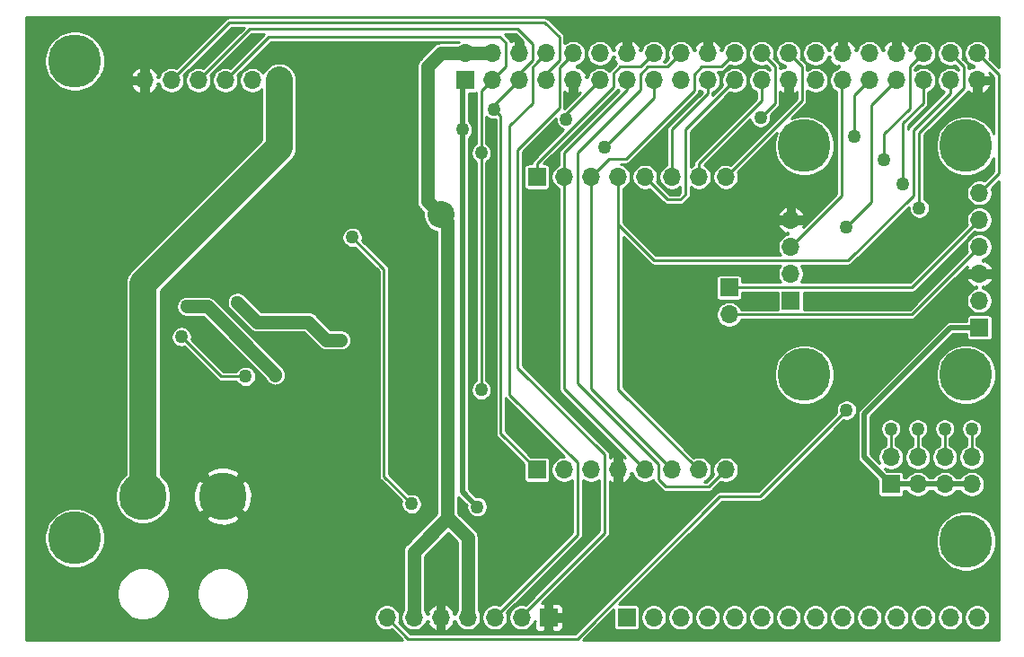
<source format=gbr>
%TF.GenerationSoftware,KiCad,Pcbnew,(5.1.9)-1*%
%TF.CreationDate,2021-03-22T02:41:59-07:00*%
%TF.ProjectId,CapstoneBoard,43617073-746f-46e6-9542-6f6172642e6b,3*%
%TF.SameCoordinates,PX4c4b400PY6bc3e40*%
%TF.FileFunction,Copper,L2,Bot*%
%TF.FilePolarity,Positive*%
%FSLAX46Y46*%
G04 Gerber Fmt 4.6, Leading zero omitted, Abs format (unit mm)*
G04 Created by KiCad (PCBNEW (5.1.9)-1) date 2021-03-22 02:41:59*
%MOMM*%
%LPD*%
G01*
G04 APERTURE LIST*
%TA.AperFunction,ComponentPad*%
%ADD10O,1.700000X1.700000*%
%TD*%
%TA.AperFunction,ComponentPad*%
%ADD11R,1.700000X1.700000*%
%TD*%
%TA.AperFunction,ComponentPad*%
%ADD12C,4.500000*%
%TD*%
%TA.AperFunction,ComponentPad*%
%ADD13C,5.000000*%
%TD*%
%TA.AperFunction,ViaPad*%
%ADD14C,2.540000*%
%TD*%
%TA.AperFunction,ViaPad*%
%ADD15C,1.270000*%
%TD*%
%TA.AperFunction,Conductor*%
%ADD16C,2.540000*%
%TD*%
%TA.AperFunction,Conductor*%
%ADD17C,1.270000*%
%TD*%
%TA.AperFunction,Conductor*%
%ADD18C,0.508000*%
%TD*%
%TA.AperFunction,Conductor*%
%ADD19C,0.254000*%
%TD*%
%TA.AperFunction,Conductor*%
%ADD20C,0.100000*%
%TD*%
G04 APERTURE END LIST*
D10*
%TO.P,J9,40*%
%TO.N,/IMU_RST*%
X90053000Y55723000D03*
%TO.P,J9,39*%
%TO.N,GND*%
X90053000Y53183000D03*
%TO.P,J9,38*%
%TO.N,/SW_FR*%
X87513000Y55723000D03*
%TO.P,J9,37*%
%TO.N,/MOSI1*%
X87513000Y53183000D03*
%TO.P,J9,36*%
%TO.N,/SW_BR*%
X84973000Y55723000D03*
%TO.P,J9,35*%
%TO.N,/SW_FL*%
X84973000Y53183000D03*
%TO.P,J9,34*%
%TO.N,GND*%
X82433000Y55723000D03*
%TO.P,J9,33*%
%TO.N,/LIDAR_PWM*%
X82433000Y53183000D03*
%TO.P,J9,32*%
%TO.N,N/C*%
X79893000Y55723000D03*
%TO.P,J9,31*%
%TO.N,/SW_BL*%
X79893000Y53183000D03*
%TO.P,J9,30*%
%TO.N,GND*%
X77353000Y55723000D03*
%TO.P,J9,29*%
%TO.N,/IMU_INT*%
X77353000Y53183000D03*
%TO.P,J9,28*%
%TO.N,N/C*%
X74813000Y55723000D03*
%TO.P,J9,27*%
X74813000Y53183000D03*
%TO.P,J9,26*%
%TO.N,/SPI1_CS1*%
X72273000Y55723000D03*
%TO.P,J9,25*%
%TO.N,GND*%
X72273000Y53183000D03*
%TO.P,J9,24*%
%TO.N,/CS_ADC*%
X69733000Y55723000D03*
%TO.P,J9,23*%
%TO.N,/SCLK0*%
X69733000Y53183000D03*
%TO.P,J9,22*%
%TO.N,/MISO1*%
X67193000Y55723000D03*
%TO.P,J9,21*%
%TO.N,/MISO0*%
X67193000Y53183000D03*
%TO.P,J9,20*%
%TO.N,GND*%
X64653000Y55723000D03*
%TO.P,J9,19*%
%TO.N,/MOSI0*%
X64653000Y53183000D03*
%TO.P,J9,18*%
%TO.N,/CS_FLIR*%
X62113000Y55723000D03*
%TO.P,J9,17*%
%TO.N,N/C*%
X62113000Y53183000D03*
%TO.P,J9,16*%
%TO.N,/SPI0_CS0*%
X59573000Y55723000D03*
%TO.P,J9,15*%
%TO.N,/~EOC~*%
X59573000Y53183000D03*
%TO.P,J9,14*%
%TO.N,GND*%
X57033000Y55723000D03*
%TO.P,J9,13*%
%TO.N,/SCLK1*%
X57033000Y53183000D03*
%TO.P,J9,12*%
%TO.N,N/C*%
X54493000Y55723000D03*
%TO.P,J9,11*%
%TO.N,/~PSU_FAULT~*%
X54493000Y53183000D03*
%TO.P,J9,10*%
%TO.N,/TX1*%
X51953000Y55723000D03*
%TO.P,J9,9*%
%TO.N,GND*%
X51953000Y53183000D03*
%TO.P,J9,8*%
%TO.N,/RX1*%
X49413000Y55723000D03*
%TO.P,J9,7*%
%TO.N,/SERVO_OE*%
X49413000Y53183000D03*
%TO.P,J9,6*%
%TO.N,GND*%
X46873000Y55723000D03*
%TO.P,J9,5*%
%TO.N,/SCL1*%
X46873000Y53183000D03*
%TO.P,J9,4*%
%TO.N,+5V*%
X44333000Y55723000D03*
%TO.P,J9,3*%
%TO.N,/SDA1*%
X44333000Y53183000D03*
%TO.P,J9,2*%
%TO.N,+5V*%
X41793000Y55723000D03*
D11*
%TO.P,J9,1*%
%TO.N,+3V3*%
X41793000Y53183000D03*
%TD*%
D10*
%TO.P,J6,7*%
%TO.N,/LIDAR_PWM*%
X34417000Y2510000D03*
%TO.P,J6,6*%
%TO.N,+5V*%
X36957000Y2510000D03*
%TO.P,J6,5*%
%TO.N,GND*%
X39497000Y2510000D03*
%TO.P,J6,4*%
%TO.N,+5V*%
X42037000Y2510000D03*
%TO.P,J6,3*%
%TO.N,/RX1*%
X44577000Y2510000D03*
%TO.P,J6,2*%
%TO.N,/TX1*%
X47117000Y2510000D03*
D11*
%TO.P,J6,1*%
%TO.N,GND*%
X49657000Y2510000D03*
%TD*%
D10*
%TO.P,J8,8*%
%TO.N,/SPI1_CS1*%
X66358000Y44069000D03*
%TO.P,J8,7*%
%TO.N,/SCLK0*%
X63818000Y44069000D03*
%TO.P,J8,6*%
%TO.N,/MOSI0*%
X61278000Y44069000D03*
%TO.P,J8,5*%
%TO.N,/MISO0*%
X58738000Y44069000D03*
%TO.P,J8,4*%
%TO.N,/MOSI1*%
X56198000Y44069000D03*
%TO.P,J8,3*%
%TO.N,/MISO1*%
X53658000Y44069000D03*
%TO.P,J8,2*%
%TO.N,/SCLK1*%
X51118000Y44069000D03*
D11*
%TO.P,J8,1*%
%TO.N,/SPI0_CS0*%
X48578000Y44069000D03*
%TD*%
D12*
%TO.P,J1,2*%
%TO.N,GND*%
X18940000Y13940000D03*
%TO.P,J1,1*%
%TO.N,+BATT*%
X11440000Y13940000D03*
%TD*%
D10*
%TO.P,J10,8*%
%TO.N,/SW_FR*%
X89545000Y17623000D03*
%TO.P,J10,7*%
%TO.N,+3V3*%
X89545000Y15083000D03*
%TO.P,J10,6*%
%TO.N,/SW_FL*%
X87005000Y17623000D03*
%TO.P,J10,5*%
%TO.N,+3V3*%
X87005000Y15083000D03*
%TO.P,J10,4*%
%TO.N,/SW_BR*%
X84465000Y17623000D03*
%TO.P,J10,3*%
%TO.N,+3V3*%
X84465000Y15083000D03*
%TO.P,J10,2*%
%TO.N,/SW_BL*%
X81925000Y17623000D03*
D11*
%TO.P,J10,1*%
%TO.N,+3V3*%
X81925000Y15083000D03*
%TD*%
%TO.P,J7,1*%
%TO.N,+BATT*%
X24267000Y53183000D03*
D10*
%TO.P,J7,2*%
%TO.N,+3V3*%
X21727000Y53183000D03*
%TO.P,J7,3*%
%TO.N,/SDA1*%
X19187000Y53183000D03*
%TO.P,J7,4*%
%TO.N,/SCL1*%
X16647000Y53183000D03*
%TO.P,J7,5*%
%TO.N,/SERVO_OE*%
X14107000Y53183000D03*
%TO.P,J7,6*%
%TO.N,GND*%
X11567000Y53183000D03*
%TD*%
D11*
%TO.P,J5,1*%
%TO.N,/SCL1*%
X48578000Y16446500D03*
D10*
%TO.P,J5,2*%
%TO.N,/SDA1*%
X51118000Y16446500D03*
%TO.P,J5,3*%
%TO.N,+3V3*%
X53658000Y16446500D03*
%TO.P,J5,4*%
%TO.N,GND*%
X56198000Y16446500D03*
%TO.P,J5,5*%
%TO.N,/SCLK1*%
X58738000Y16446500D03*
%TO.P,J5,6*%
%TO.N,/MISO1*%
X61278000Y16446500D03*
%TO.P,J5,7*%
%TO.N,/MOSI1*%
X63818000Y16446500D03*
%TO.P,J5,8*%
%TO.N,/CS_FLIR*%
X66358000Y16446500D03*
%TD*%
%TO.P,J3,4*%
%TO.N,GND*%
X72490000Y40015000D03*
%TO.P,J3,3*%
%TO.N,/IMU_INT*%
X72490000Y37475000D03*
%TO.P,J3,2*%
%TO.N,N/C*%
X72490000Y34935000D03*
D11*
%TO.P,J3,1*%
X72490000Y32395000D03*
%TD*%
D10*
%TO.P,J2,6*%
%TO.N,/IMU_RST*%
X90270000Y42555000D03*
%TO.P,J2,5*%
%TO.N,/SCL1*%
X90270000Y40015000D03*
%TO.P,J2,4*%
%TO.N,/SDA1*%
X90270000Y37475000D03*
%TO.P,J2,3*%
%TO.N,GND*%
X90270000Y34935000D03*
%TO.P,J2,2*%
%TO.N,N/C*%
X90270000Y32395000D03*
D11*
%TO.P,J2,1*%
%TO.N,+3V3*%
X90270000Y29855000D03*
%TD*%
D10*
%TO.P,J12,2*%
%TO.N,/SDA1*%
X66675000Y31085000D03*
D11*
%TO.P,J12,1*%
%TO.N,/SCL1*%
X66675000Y33625000D03*
%TD*%
D10*
%TO.P,J4,14*%
%TO.N,/AIN13*%
X90043000Y2510000D03*
%TO.P,J4,13*%
%TO.N,/AIN12*%
X87503000Y2510000D03*
%TO.P,J4,12*%
%TO.N,/AIN11*%
X84963000Y2510000D03*
%TO.P,J4,11*%
%TO.N,/AIN10*%
X82423000Y2510000D03*
%TO.P,J4,10*%
%TO.N,/AIN9*%
X79883000Y2510000D03*
%TO.P,J4,9*%
%TO.N,/AIN8*%
X77343000Y2510000D03*
%TO.P,J4,8*%
%TO.N,/AIN7*%
X74803000Y2510000D03*
%TO.P,J4,7*%
%TO.N,/AIN6*%
X72263000Y2510000D03*
%TO.P,J4,6*%
%TO.N,/AIN5*%
X69723000Y2510000D03*
%TO.P,J4,5*%
%TO.N,/AIN4*%
X67183000Y2510000D03*
%TO.P,J4,4*%
%TO.N,/AIN3*%
X64643000Y2510000D03*
%TO.P,J4,3*%
%TO.N,/AIN2*%
X62103000Y2510000D03*
%TO.P,J4,2*%
%TO.N,/AIN1*%
X59563000Y2510000D03*
D11*
%TO.P,J4,1*%
%TO.N,/AIN0*%
X57023000Y2510000D03*
%TD*%
D13*
%TO.P,H7,1*%
%TO.N,N/C*%
X89000000Y9716000D03*
%TD*%
%TO.P,H6,1*%
%TO.N,N/C*%
X5000000Y55000000D03*
%TD*%
%TO.P,H1,1*%
%TO.N,N/C*%
X89000000Y47000000D03*
%TD*%
%TO.P,H2,1*%
%TO.N,N/C*%
X73760000Y25410000D03*
%TD*%
%TO.P,H3,1*%
%TO.N,N/C*%
X89000000Y25410000D03*
%TD*%
%TO.P,H4,1*%
%TO.N,N/C*%
X73760000Y47000000D03*
%TD*%
%TO.P,H5,1*%
%TO.N,N/C*%
X5000000Y10000000D03*
%TD*%
D14*
%TO.N,GND*%
X15250000Y24354000D03*
%TO.N,+5V*%
X39507000Y40483000D03*
D15*
%TO.N,+3V3*%
X42926000Y12954000D03*
X41527665Y48520477D03*
%TO.N,/LIDAR_PWM*%
X77734008Y39340000D03*
X77734000Y22068000D03*
%TO.N,/CS_ADC*%
X69644882Y49665882D03*
%TO.N,/~EOC~*%
X54924800Y46909200D03*
%TO.N,Net-(Q2-Pad3)*%
X15560000Y31847000D03*
X23886000Y25370000D03*
%TO.N,Net-(Q3-Pad3)*%
X15059500Y28989500D03*
X21092000Y25243000D03*
%TO.N,/~PSU_FAULT~*%
X51318000Y49500000D03*
%TO.N,/PSU_SENS*%
X36738000Y13228800D03*
X31150000Y38374800D03*
%TO.N,/PSU_SW1*%
X30072100Y28684500D03*
X27011500Y30395900D03*
X20330000Y32228000D03*
%TO.N,/SDA1*%
X43317000Y23973000D03*
X43317000Y46325000D03*
%TO.N,/SCL1*%
X44502515Y50465210D03*
%TO.N,/SW_BL*%
X78445000Y47874400D03*
X81925000Y20290000D03*
%TO.N,/SW_FL*%
X87005000Y20290000D03*
X83068000Y43404000D03*
%TO.N,/SW_BR*%
X81290000Y45690000D03*
X84465000Y20290000D03*
%TO.N,/SW_FR*%
X84592000Y41118000D03*
X89545000Y20290000D03*
%TD*%
D16*
%TO.N,+BATT*%
X11440000Y13940000D02*
X11440000Y34006000D01*
X11440000Y34006000D02*
X24267000Y46833000D01*
X24267000Y46833000D02*
X24267000Y53183000D01*
D17*
%TO.N,+5V*%
X36957000Y2510000D02*
X36957000Y8700000D01*
X36957000Y8700000D02*
X40132000Y11874000D01*
X40132000Y11874000D02*
X40196000Y11874000D01*
X40196000Y11874000D02*
X42037000Y10033000D01*
X42037000Y10033000D02*
X42037000Y2510000D01*
X40132000Y11874000D02*
X40132000Y39858000D01*
X40132000Y39858000D02*
X39507000Y40483000D01*
X41793000Y55723000D02*
X39507000Y55723000D01*
X39507000Y55723000D02*
X38237000Y54453000D01*
X38237000Y54453000D02*
X38237000Y41753000D01*
X38237000Y41753000D02*
X39507000Y40483000D01*
X41793000Y55723000D02*
X44333000Y55723000D01*
D18*
%TO.N,+3V3*%
X84465000Y15083000D02*
X87005000Y15083000D01*
X81925000Y15083000D02*
X84465000Y15083000D01*
X89545000Y15083000D02*
X87005000Y15083000D01*
X42926000Y12954000D02*
X41527665Y14352335D01*
X41527665Y14352335D02*
X41527665Y48520477D01*
X87553000Y29855000D02*
X90270000Y29855000D01*
X79385000Y21687000D02*
X87553000Y29855000D01*
X79385000Y17623000D02*
X79385000Y21687000D01*
X81925000Y15083000D02*
X79385000Y17623000D01*
X41527665Y52917665D02*
X41793000Y53183000D01*
X41527665Y48520477D02*
X41527665Y52917665D01*
D19*
%TO.N,/IMU_RST*%
X92085000Y53691000D02*
X92085000Y44370000D01*
X90053000Y55723000D02*
X92085000Y53691000D01*
X92085000Y44370000D02*
X90270000Y42555000D01*
%TO.N,/IMU_INT*%
X77353000Y53183000D02*
X77277000Y53106800D01*
X77277000Y42261800D02*
X72490000Y37475000D01*
X77277000Y53106800D02*
X77277000Y42261800D01*
%TO.N,/SCLK1*%
X51118000Y46378500D02*
X51118000Y44069000D01*
X57033000Y52294000D02*
X51118000Y46378500D01*
X57033000Y53183000D02*
X57033000Y52294000D01*
X51118000Y24066500D02*
X51118000Y44069000D01*
X58738000Y16446500D02*
X51118000Y24066500D01*
%TO.N,/MISO1*%
X63383499Y53754500D02*
X63382999Y53754500D01*
X64082000Y54453001D02*
X63383499Y53754500D01*
X65923000Y54453001D02*
X64082000Y54453001D01*
X67193000Y55723000D02*
X65923000Y54453001D01*
X63382999Y53754500D02*
X63382999Y52199001D01*
X55342500Y45753500D02*
X53658000Y44069000D01*
X63382999Y52199001D02*
X56937498Y45753500D01*
X56937498Y45753500D02*
X55342500Y45753500D01*
X53658000Y44069000D02*
X53658000Y24066500D01*
X53658000Y24066500D02*
X61278000Y16446500D01*
%TO.N,/MOSI1*%
X63797500Y16446500D02*
X56198000Y24046000D01*
X63818000Y16446500D02*
X63797500Y16446500D01*
X84033000Y42337000D02*
X77901001Y36205001D01*
X84033000Y42940502D02*
X84033000Y42337000D01*
X84033201Y42940703D02*
X84033000Y42940502D01*
X84033201Y43867297D02*
X84033201Y42940703D01*
X84033000Y43867498D02*
X84033201Y43867297D01*
X77901001Y36205001D02*
X59590199Y36205001D01*
X84033000Y48501100D02*
X84033000Y43867498D01*
X87513000Y51980900D02*
X84033000Y48501100D01*
X59590199Y36205001D02*
X56198000Y39597200D01*
X87513000Y53183000D02*
X87513000Y51980900D01*
X56198000Y39597200D02*
X56198000Y44069000D01*
X56198000Y24046000D02*
X56198000Y39597200D01*
%TO.N,/CS_FLIR*%
X58303000Y53734882D02*
X59021119Y54453001D01*
X59021119Y54453001D02*
X60881999Y54453001D01*
X58302999Y52294000D02*
X58303000Y53734882D01*
X52397499Y46388500D02*
X58302999Y52294000D01*
X60881999Y54453001D02*
X60881999Y54491999D01*
X52387999Y46388500D02*
X52397499Y46388500D01*
X60881999Y54491999D02*
X62113000Y55723000D01*
X52387999Y24618383D02*
X60007999Y16998383D01*
X52387999Y46388500D02*
X52387999Y24618383D01*
X64740000Y14829000D02*
X66358000Y16446500D01*
X60007999Y16998383D02*
X60007999Y15537001D01*
X60716000Y14829000D02*
X64740000Y14829000D01*
X60007999Y15537001D02*
X60716000Y14829000D01*
%TO.N,/TX1*%
X50682999Y50592199D02*
X46746000Y46655200D01*
X46746000Y46655200D02*
X46746000Y26081200D01*
X50682999Y54441400D02*
X50682999Y50592199D01*
X51953000Y55723000D02*
X51953000Y55711401D01*
X51953000Y55711401D02*
X50682999Y54441400D01*
X47117000Y2510000D02*
X47117000Y2677800D01*
X47117000Y2677800D02*
X54927999Y10488799D01*
X54927999Y10488799D02*
X54927999Y17899201D01*
X54927999Y17899201D02*
X46746000Y26081200D01*
%TO.N,/RX1*%
X49413000Y55723000D02*
X49413000Y55711401D01*
X48600210Y54910210D02*
X48600210Y54898618D01*
X48142999Y51049399D02*
X45984000Y48890400D01*
X48600210Y54898618D02*
X48142999Y54441407D01*
X49413000Y55723000D02*
X48600210Y54910210D01*
X48142999Y54441407D02*
X48142999Y51049399D01*
X45984000Y23528500D02*
X45984000Y48890400D01*
X52387999Y10320000D02*
X52387999Y17124501D01*
X44577000Y2510000D02*
X52387000Y10320000D01*
X52387000Y10320000D02*
X52387999Y10320000D01*
X52387999Y17124501D02*
X45984000Y23528500D01*
%TO.N,/LIDAR_PWM*%
X80084000Y41689992D02*
X77734008Y39340000D01*
X36419000Y508000D02*
X52364000Y508000D01*
X82433000Y53183000D02*
X80084000Y50834000D01*
X65796000Y13940000D02*
X69606000Y13940000D01*
X52364000Y508000D02*
X65796000Y13940000D01*
X80084000Y50834000D02*
X80084000Y41689992D01*
X69606000Y13940000D02*
X77734000Y22068000D01*
X34417000Y2510000D02*
X36419000Y508000D01*
%TO.N,/SERVO_OE*%
X49413000Y53183000D02*
X49413000Y53818000D01*
X49413000Y53817993D02*
X50683000Y55087993D01*
X50683000Y55087993D02*
X50683000Y57247000D01*
X49413000Y53183000D02*
X49413000Y53817993D01*
X50683000Y57247000D02*
X49286000Y58644000D01*
X49286000Y58644000D02*
X19568000Y58644000D01*
X19568000Y58644000D02*
X14107000Y53183000D01*
%TO.N,/SCLK0*%
X69733000Y51278000D02*
X63818000Y45362500D01*
X63818000Y45362500D02*
X63818000Y44069000D01*
X69733000Y53183000D02*
X69733000Y51278000D01*
%TO.N,/MOSI0*%
X61278000Y48538000D02*
X64653000Y51913000D01*
X61278000Y44069000D02*
X61278000Y48538000D01*
X64653000Y51913000D02*
X64653000Y53183000D01*
%TO.N,/MISO0*%
X58738000Y44069000D02*
X60876200Y41930800D01*
X62547999Y48537999D02*
X67193000Y53183000D01*
X60876200Y41930800D02*
X62087600Y41930800D01*
X62087600Y41930800D02*
X62547999Y42391199D01*
X62547999Y42391199D02*
X62547999Y48537999D01*
%TO.N,/CS_ADC*%
X71002999Y51024000D02*
X71002999Y54453000D01*
X69644882Y49665882D02*
X71002999Y51024000D01*
X71002999Y54453000D02*
X69733000Y55723000D01*
%TO.N,/~EOC~*%
X54924800Y46909200D02*
X59573000Y51557400D01*
X59573000Y51557400D02*
X59573000Y53183000D01*
D17*
%TO.N,Net-(Q2-Pad3)*%
X23886000Y25370000D02*
X23886000Y25433500D01*
X23886000Y25433500D02*
X17472500Y31847000D01*
X17472500Y31847000D02*
X15560000Y31847000D01*
D19*
%TO.N,Net-(Q3-Pad3)*%
X21092000Y25243000D02*
X18806000Y25243000D01*
X18806000Y25243000D02*
X15059500Y28989500D01*
%TO.N,/~PSU_FAULT~*%
X54493000Y53183000D02*
X51318000Y50008000D01*
X51318000Y50008000D02*
X51318000Y49500000D01*
%TO.N,/PSU_SENS*%
X31150000Y38374800D02*
X34148000Y35377600D01*
X34148000Y35377600D02*
X34148000Y15819600D01*
X34148000Y15819600D02*
X36738000Y13228800D01*
D17*
%TO.N,/PSU_SW1*%
X30072100Y28684500D02*
X28722500Y28684500D01*
X28722500Y28684500D02*
X27011500Y30395900D01*
X22162100Y30395900D02*
X20330000Y32228000D01*
X27011500Y30395900D02*
X22162100Y30395900D01*
D19*
%TO.N,/SPI0_CS0*%
X59573000Y55651474D02*
X59573000Y55723000D01*
X55762999Y53818000D02*
X56398000Y54453001D01*
X48578000Y44069000D02*
X48578000Y45363001D01*
X58303001Y54453001D02*
X59573000Y55723000D01*
X48578000Y45363001D02*
X55762999Y52548000D01*
X55762999Y52548000D02*
X55762999Y53818000D01*
X56398000Y54453001D02*
X58303001Y54453001D01*
%TO.N,/SPI1_CS1*%
X73542999Y51253999D02*
X73542999Y54453000D01*
X66358000Y44069000D02*
X73542999Y51253999D01*
X73542999Y54453000D02*
X73122999Y54873001D01*
X73122999Y54873001D02*
X72273000Y55723000D01*
%TO.N,/SDA1*%
X45603000Y56739000D02*
X45603000Y54453000D01*
X19187000Y53183000D02*
X23302000Y57297800D01*
X23302000Y57297800D02*
X45044000Y57297800D01*
X45603000Y54453000D02*
X44333000Y53183000D01*
X45044000Y57297800D02*
X45603000Y56739000D01*
X43317000Y46325000D02*
X43317000Y23973000D01*
X43317000Y52167000D02*
X44333000Y53183000D01*
X43317000Y46325000D02*
X43317000Y52167000D01*
X66675000Y31085000D02*
X83880000Y31085000D01*
X83880000Y31085000D02*
X90270000Y37475000D01*
%TO.N,/SCL1*%
X66675000Y33625000D02*
X66700400Y33650400D01*
X46746000Y58009000D02*
X48143000Y56612000D01*
X46873000Y53818000D02*
X48143000Y55088000D01*
X46873000Y53183000D02*
X46873000Y53818000D01*
X46746000Y58009000D02*
X21473000Y58009000D01*
X21473000Y58009000D02*
X16647000Y53183000D01*
X48143000Y55088000D02*
X48143000Y56612000D01*
X44502515Y50812515D02*
X44502515Y50465210D01*
X46873000Y53183000D02*
X44502515Y50812515D01*
X45137514Y49830211D02*
X44502515Y50465210D01*
X48578000Y16446500D02*
X45137514Y19886986D01*
X45137514Y19886986D02*
X45137514Y49830211D01*
X66700400Y33665001D02*
X83920001Y33665001D01*
X83920001Y33665001D02*
X90270000Y40015000D01*
%TO.N,/SW_BL*%
X81925000Y17623000D02*
X81925000Y20290000D01*
X78496000Y47925200D02*
X78445000Y47874400D01*
X78496000Y51786000D02*
X78496000Y47925200D01*
X79893000Y53183000D02*
X78496000Y51786000D01*
%TO.N,/SW_FL*%
X83068000Y49119000D02*
X83068000Y43404000D01*
X84973000Y51024000D02*
X83068000Y49119000D01*
X84973000Y53183000D02*
X84973000Y51024000D01*
X87005000Y17623000D02*
X87005000Y20290000D01*
%TO.N,/SW_BR*%
X84465000Y17623000D02*
X84465000Y20290000D01*
X81290000Y48112001D02*
X83702999Y50525000D01*
X81290000Y45690000D02*
X81290000Y48112001D01*
X84123001Y54873001D02*
X84973000Y55723000D01*
X83702999Y50525000D02*
X83702999Y54453000D01*
X83702999Y54453000D02*
X84123001Y54873001D01*
%TO.N,/SW_FR*%
X84592000Y48230001D02*
X88782999Y52421000D01*
X88782999Y54453000D02*
X88362999Y54873001D01*
X88782999Y52421000D02*
X88782999Y54453000D01*
X88362999Y54873001D02*
X87513000Y55723000D01*
X84592000Y41118000D02*
X84592000Y48230001D01*
X89545000Y17623000D02*
X89545000Y20290000D01*
%TD*%
%TO.N,GND*%
X92075400Y54383100D02*
X91195066Y55263434D01*
X91236693Y55363931D01*
X91284000Y55601757D01*
X91284000Y55844243D01*
X91236693Y56082069D01*
X91143898Y56306097D01*
X91009180Y56507717D01*
X90837717Y56679180D01*
X90636097Y56813898D01*
X90412069Y56906693D01*
X90174243Y56954000D01*
X89931757Y56954000D01*
X89693931Y56906693D01*
X89469903Y56813898D01*
X89268283Y56679180D01*
X89096820Y56507717D01*
X88962102Y56306097D01*
X88869307Y56082069D01*
X88822000Y55844243D01*
X88822000Y55601757D01*
X88869307Y55363931D01*
X88962102Y55139903D01*
X89096820Y54938283D01*
X89268283Y54766820D01*
X89469903Y54632102D01*
X89693931Y54539307D01*
X89735498Y54531039D01*
X89735498Y54372352D01*
X89532859Y54437439D01*
X89298938Y54312419D01*
X89265599Y54285079D01*
X89265599Y54429303D01*
X89267933Y54453000D01*
X89265599Y54476697D01*
X89265599Y54476707D01*
X89258616Y54547606D01*
X89231021Y54638577D01*
X89186208Y54722415D01*
X89125900Y54795901D01*
X89107485Y54811014D01*
X88721021Y55197477D01*
X88721012Y55197488D01*
X88655066Y55263434D01*
X88696693Y55363931D01*
X88744000Y55601757D01*
X88744000Y55844243D01*
X88696693Y56082069D01*
X88603898Y56306097D01*
X88469180Y56507717D01*
X88297717Y56679180D01*
X88096097Y56813898D01*
X87872069Y56906693D01*
X87634243Y56954000D01*
X87391757Y56954000D01*
X87153931Y56906693D01*
X86929903Y56813898D01*
X86728283Y56679180D01*
X86556820Y56507717D01*
X86422102Y56306097D01*
X86329307Y56082069D01*
X86282000Y55844243D01*
X86282000Y55601757D01*
X86329307Y55363931D01*
X86422102Y55139903D01*
X86556820Y54938283D01*
X86728283Y54766820D01*
X86929903Y54632102D01*
X87153931Y54539307D01*
X87391757Y54492000D01*
X87634243Y54492000D01*
X87872069Y54539307D01*
X87972566Y54580934D01*
X88038512Y54514988D01*
X88038522Y54514980D01*
X88300400Y54253100D01*
X88300400Y54136497D01*
X88297717Y54139180D01*
X88096097Y54273898D01*
X87872069Y54366693D01*
X87634243Y54414000D01*
X87391757Y54414000D01*
X87153931Y54366693D01*
X86929903Y54273898D01*
X86728283Y54139180D01*
X86556820Y53967717D01*
X86422102Y53766097D01*
X86329307Y53542069D01*
X86282000Y53304243D01*
X86282000Y53061757D01*
X86329307Y52823931D01*
X86422102Y52599903D01*
X86556820Y52398283D01*
X86728283Y52226820D01*
X86929903Y52092102D01*
X86938237Y52088650D01*
X83708529Y48859126D01*
X83690099Y48844001D01*
X83650537Y48795794D01*
X83629800Y48770527D01*
X83629798Y48770524D01*
X83629791Y48770515D01*
X83599236Y48713350D01*
X83584984Y48686689D01*
X83584983Y48686685D01*
X83584978Y48686676D01*
X83571987Y48643849D01*
X83557386Y48595720D01*
X83557385Y48595712D01*
X83557383Y48595705D01*
X83552923Y48550418D01*
X83550600Y48526843D01*
X83550600Y48919101D01*
X85297488Y50665988D01*
X85315901Y50681099D01*
X85376209Y50754585D01*
X85421022Y50838423D01*
X85428057Y50861614D01*
X85448617Y50929393D01*
X85457935Y51024000D01*
X85455600Y51047707D01*
X85455600Y52050475D01*
X85556097Y52092102D01*
X85757717Y52226820D01*
X85929180Y52398283D01*
X86063898Y52599903D01*
X86156693Y52823931D01*
X86204000Y53061757D01*
X86204000Y53304243D01*
X86156693Y53542069D01*
X86063898Y53766097D01*
X85929180Y53967717D01*
X85757717Y54139180D01*
X85556097Y54273898D01*
X85332069Y54366693D01*
X85094243Y54414000D01*
X84851757Y54414000D01*
X84613931Y54366693D01*
X84389903Y54273898D01*
X84188283Y54139180D01*
X84185599Y54136496D01*
X84185599Y54253101D01*
X84481013Y54548514D01*
X84513433Y54580934D01*
X84613931Y54539307D01*
X84851757Y54492000D01*
X85094243Y54492000D01*
X85332069Y54539307D01*
X85556097Y54632102D01*
X85757717Y54766820D01*
X85929180Y54938283D01*
X86063898Y55139903D01*
X86156693Y55363931D01*
X86204000Y55601757D01*
X86204000Y55844243D01*
X86156693Y56082069D01*
X86063898Y56306097D01*
X85929180Y56507717D01*
X85757717Y56679180D01*
X85556097Y56813898D01*
X85332069Y56906693D01*
X85094243Y56954000D01*
X84851757Y56954000D01*
X84613931Y56906693D01*
X84389903Y56813898D01*
X84188283Y56679180D01*
X84016820Y56507717D01*
X83882102Y56306097D01*
X83789307Y56082069D01*
X83781039Y56040502D01*
X83626377Y56040502D01*
X83687452Y56243143D01*
X83561873Y56477880D01*
X83392912Y56683607D01*
X83187062Y56852419D01*
X82953141Y56977439D01*
X82750500Y56912351D01*
X82750500Y56040500D01*
X82770500Y56040500D01*
X82770500Y55405500D01*
X82750500Y55405500D01*
X82750500Y55385500D01*
X82115500Y55385500D01*
X82115500Y55405500D01*
X82095500Y55405500D01*
X82095500Y56040500D01*
X82115500Y56040500D01*
X82115500Y56912351D01*
X81912859Y56977439D01*
X81678938Y56852419D01*
X81473088Y56683607D01*
X81304127Y56477880D01*
X81178548Y56243143D01*
X81239623Y56040502D01*
X81084961Y56040502D01*
X81076693Y56082069D01*
X80983898Y56306097D01*
X80849180Y56507717D01*
X80677717Y56679180D01*
X80476097Y56813898D01*
X80252069Y56906693D01*
X80014243Y56954000D01*
X79771757Y56954000D01*
X79533931Y56906693D01*
X79309903Y56813898D01*
X79108283Y56679180D01*
X78936820Y56507717D01*
X78802102Y56306097D01*
X78709307Y56082069D01*
X78701039Y56040502D01*
X78546377Y56040502D01*
X78607452Y56243143D01*
X78481873Y56477880D01*
X78312912Y56683607D01*
X78107062Y56852419D01*
X77873141Y56977439D01*
X77670500Y56912351D01*
X77670500Y56040500D01*
X77690500Y56040500D01*
X77690500Y55405500D01*
X77670500Y55405500D01*
X77670500Y55385500D01*
X77035500Y55385500D01*
X77035500Y55405500D01*
X77015500Y55405500D01*
X77015500Y56040500D01*
X77035500Y56040500D01*
X77035500Y56912351D01*
X76832859Y56977439D01*
X76598938Y56852419D01*
X76393088Y56683607D01*
X76224127Y56477880D01*
X76098548Y56243143D01*
X76159623Y56040502D01*
X76004961Y56040502D01*
X75996693Y56082069D01*
X75903898Y56306097D01*
X75769180Y56507717D01*
X75597717Y56679180D01*
X75396097Y56813898D01*
X75172069Y56906693D01*
X74934243Y56954000D01*
X74691757Y56954000D01*
X74453931Y56906693D01*
X74229903Y56813898D01*
X74028283Y56679180D01*
X73856820Y56507717D01*
X73722102Y56306097D01*
X73629307Y56082069D01*
X73582000Y55844243D01*
X73582000Y55601757D01*
X73629307Y55363931D01*
X73722102Y55139903D01*
X73856820Y54938283D01*
X74028283Y54766820D01*
X74229903Y54632102D01*
X74453931Y54539307D01*
X74691757Y54492000D01*
X74934243Y54492000D01*
X75172069Y54539307D01*
X75396097Y54632102D01*
X75597717Y54766820D01*
X75769180Y54938283D01*
X75903898Y55139903D01*
X75996693Y55363931D01*
X76004961Y55405498D01*
X76159623Y55405498D01*
X76098548Y55202857D01*
X76224127Y54968120D01*
X76393088Y54762393D01*
X76598938Y54593581D01*
X76832859Y54468561D01*
X77035498Y54533648D01*
X77035498Y54374961D01*
X76993931Y54366693D01*
X76769903Y54273898D01*
X76568283Y54139180D01*
X76396820Y53967717D01*
X76262102Y53766097D01*
X76169307Y53542069D01*
X76122000Y53304243D01*
X76122000Y53061757D01*
X76169307Y52823931D01*
X76262102Y52599903D01*
X76396820Y52398283D01*
X76568283Y52226820D01*
X76769903Y52092102D01*
X76794400Y52081955D01*
X76794401Y42461706D01*
X73649172Y39316608D01*
X73744439Y39494859D01*
X73679351Y39697500D01*
X72807500Y39697500D01*
X72807500Y39677500D01*
X72172500Y39677500D01*
X72172500Y39697500D01*
X71300649Y39697500D01*
X71235561Y39494859D01*
X71360581Y39260938D01*
X71529393Y39055088D01*
X71735120Y38886127D01*
X71969857Y38760548D01*
X72172498Y38821623D01*
X72172498Y38666961D01*
X72130931Y38658693D01*
X71906903Y38565898D01*
X71705283Y38431180D01*
X71533820Y38259717D01*
X71399102Y38058097D01*
X71306307Y37834069D01*
X71259000Y37596243D01*
X71259000Y37353757D01*
X71306307Y37115931D01*
X71399102Y36891903D01*
X71533820Y36690283D01*
X71536502Y36687601D01*
X59790099Y36687601D01*
X56680600Y39797099D01*
X56680600Y40535141D01*
X71235561Y40535141D01*
X71300649Y40332500D01*
X72172500Y40332500D01*
X72172500Y41208376D01*
X72807500Y41208376D01*
X72807500Y40332500D01*
X73679351Y40332500D01*
X73744439Y40535141D01*
X73619419Y40769062D01*
X73450607Y40974912D01*
X73244880Y41143873D01*
X73010143Y41269452D01*
X72807500Y41208376D01*
X72172500Y41208376D01*
X71969857Y41269452D01*
X71735120Y41143873D01*
X71529393Y40974912D01*
X71360581Y40769062D01*
X71235561Y40535141D01*
X56680600Y40535141D01*
X56680600Y42936475D01*
X56781097Y42978102D01*
X56982717Y43112820D01*
X57154180Y43284283D01*
X57288898Y43485903D01*
X57381693Y43709931D01*
X57429000Y43947757D01*
X57429000Y44190243D01*
X57381693Y44428069D01*
X57288898Y44652097D01*
X57154180Y44853717D01*
X56982717Y45025180D01*
X56781097Y45159898D01*
X56557069Y45252693D01*
X56465537Y45270900D01*
X56913793Y45270900D01*
X56937498Y45268565D01*
X56961203Y45270900D01*
X56961205Y45270900D01*
X57032104Y45277883D01*
X57123075Y45305478D01*
X57206913Y45350291D01*
X57280399Y45410599D01*
X57295515Y45429018D01*
X63707487Y51840989D01*
X63725900Y51856100D01*
X63746012Y51880606D01*
X63786207Y51929585D01*
X63794652Y51945383D01*
X63831021Y52013424D01*
X63843202Y52053581D01*
X63858616Y52104394D01*
X63867934Y52199001D01*
X63865599Y52222708D01*
X63865599Y52229504D01*
X63868283Y52226820D01*
X64069903Y52092102D01*
X64126259Y52068759D01*
X60953513Y48896012D01*
X60935100Y48880901D01*
X60919989Y48862488D01*
X60919987Y48862486D01*
X60874792Y48807415D01*
X60829978Y48723576D01*
X60802384Y48632606D01*
X60793065Y48538000D01*
X60795401Y48514285D01*
X60795400Y45201525D01*
X60694903Y45159898D01*
X60493283Y45025180D01*
X60321820Y44853717D01*
X60187102Y44652097D01*
X60094307Y44428069D01*
X60047000Y44190243D01*
X60047000Y43947757D01*
X60094307Y43709931D01*
X60187102Y43485903D01*
X60321820Y43284283D01*
X60493283Y43112820D01*
X60694903Y42978102D01*
X60918931Y42885307D01*
X61156757Y42838000D01*
X61399243Y42838000D01*
X61637069Y42885307D01*
X61861097Y42978102D01*
X62062717Y43112820D01*
X62065399Y43115502D01*
X62065399Y42591099D01*
X61887701Y42413400D01*
X61076099Y42413400D01*
X59880066Y43609433D01*
X59921693Y43709931D01*
X59969000Y43947757D01*
X59969000Y44190243D01*
X59921693Y44428069D01*
X59828898Y44652097D01*
X59694180Y44853717D01*
X59522717Y45025180D01*
X59321097Y45159898D01*
X59097069Y45252693D01*
X58859243Y45300000D01*
X58616757Y45300000D01*
X58378931Y45252693D01*
X58154903Y45159898D01*
X57953283Y45025180D01*
X57781820Y44853717D01*
X57647102Y44652097D01*
X57554307Y44428069D01*
X57507000Y44190243D01*
X57507000Y43947757D01*
X57554307Y43709931D01*
X57647102Y43485903D01*
X57781820Y43284283D01*
X57953283Y43112820D01*
X58154903Y42978102D01*
X58378931Y42885307D01*
X58616757Y42838000D01*
X58859243Y42838000D01*
X59097069Y42885307D01*
X59197567Y42926934D01*
X60518183Y41606318D01*
X60533299Y41587899D01*
X60606785Y41527591D01*
X60690623Y41482778D01*
X60781594Y41455183D01*
X60852493Y41448200D01*
X60852502Y41448200D01*
X60876199Y41445866D01*
X60899896Y41448200D01*
X62063895Y41448200D01*
X62087600Y41445865D01*
X62111305Y41448200D01*
X62111307Y41448200D01*
X62182206Y41455183D01*
X62273177Y41482778D01*
X62357015Y41527591D01*
X62430501Y41587899D01*
X62445617Y41606318D01*
X62872486Y42033186D01*
X62890900Y42048298D01*
X62916412Y42079384D01*
X62946770Y42116376D01*
X62951208Y42121784D01*
X62996021Y42205622D01*
X63023616Y42296593D01*
X63030599Y42367492D01*
X63030599Y42367493D01*
X63032934Y42391199D01*
X63030599Y42414906D01*
X63030599Y43115504D01*
X63033283Y43112820D01*
X63234903Y42978102D01*
X63458931Y42885307D01*
X63696757Y42838000D01*
X63939243Y42838000D01*
X64177069Y42885307D01*
X64401097Y42978102D01*
X64602717Y43112820D01*
X64774180Y43284283D01*
X64908898Y43485903D01*
X65001693Y43709931D01*
X65049000Y43947757D01*
X65049000Y44190243D01*
X65001693Y44428069D01*
X64908898Y44652097D01*
X64774180Y44853717D01*
X64602717Y45025180D01*
X64401097Y45159898D01*
X64328113Y45190129D01*
X68662852Y49525233D01*
X68692350Y49376935D01*
X68767024Y49196657D01*
X68875433Y49034411D01*
X69013411Y48896433D01*
X69175657Y48788024D01*
X69355935Y48713350D01*
X69547316Y48675282D01*
X69742448Y48675282D01*
X69933829Y48713350D01*
X70114107Y48788024D01*
X70276353Y48896433D01*
X70414331Y49034411D01*
X70522740Y49196657D01*
X70597414Y49376935D01*
X70635482Y49568316D01*
X70635482Y49763448D01*
X70600552Y49939053D01*
X71327487Y50665988D01*
X71345900Y50681099D01*
X71406208Y50754585D01*
X71451021Y50838423D01*
X71478616Y50929394D01*
X71485599Y51000293D01*
X71485599Y51000295D01*
X71487934Y51024000D01*
X71485599Y51047705D01*
X71485599Y52080921D01*
X71518938Y52053581D01*
X71752859Y51928561D01*
X71955500Y51993649D01*
X71955500Y52865500D01*
X71935500Y52865500D01*
X71935500Y53500500D01*
X71955500Y53500500D01*
X71955500Y53520500D01*
X72590500Y53520500D01*
X72590500Y53500500D01*
X72610500Y53500500D01*
X72610500Y52865500D01*
X72590500Y52865500D01*
X72590500Y51993649D01*
X72793141Y51928561D01*
X73027062Y52053581D01*
X73060399Y52080920D01*
X73060399Y51453899D01*
X66817567Y45211066D01*
X66717069Y45252693D01*
X66479243Y45300000D01*
X66236757Y45300000D01*
X65998931Y45252693D01*
X65774903Y45159898D01*
X65573283Y45025180D01*
X65401820Y44853717D01*
X65267102Y44652097D01*
X65174307Y44428069D01*
X65127000Y44190243D01*
X65127000Y43947757D01*
X65174307Y43709931D01*
X65267102Y43485903D01*
X65401820Y43284283D01*
X65573283Y43112820D01*
X65774903Y42978102D01*
X65998931Y42885307D01*
X66236757Y42838000D01*
X66479243Y42838000D01*
X66717069Y42885307D01*
X66941097Y42978102D01*
X67142717Y43112820D01*
X67314180Y43284283D01*
X67448898Y43485903D01*
X67541693Y43709931D01*
X67589000Y43947757D01*
X67589000Y44190243D01*
X67541693Y44428069D01*
X67500066Y44528567D01*
X71162413Y48190914D01*
X71014139Y47832948D01*
X70904400Y47281252D01*
X70904400Y46718748D01*
X71014139Y46167052D01*
X71229400Y45647366D01*
X71541911Y45179661D01*
X71939661Y44781911D01*
X72407366Y44469400D01*
X72927052Y44254139D01*
X73478748Y44144400D01*
X74041252Y44144400D01*
X74592948Y44254139D01*
X75112634Y44469400D01*
X75580339Y44781911D01*
X75978089Y45179661D01*
X76290600Y45647366D01*
X76505861Y46167052D01*
X76615600Y46718748D01*
X76615600Y47281252D01*
X76505861Y47832948D01*
X76290600Y48352634D01*
X75978089Y48820339D01*
X75580339Y49218089D01*
X75112634Y49530600D01*
X74592948Y49745861D01*
X74041252Y49855600D01*
X73478748Y49855600D01*
X72927052Y49745861D01*
X72569087Y49597587D01*
X73867487Y50895987D01*
X73885900Y50911098D01*
X73946208Y50984584D01*
X73991021Y51068422D01*
X74018616Y51159393D01*
X74025599Y51230292D01*
X74025599Y51230293D01*
X74027934Y51253998D01*
X74025599Y51277703D01*
X74025599Y52229504D01*
X74028283Y52226820D01*
X74229903Y52092102D01*
X74453931Y51999307D01*
X74691757Y51952000D01*
X74934243Y51952000D01*
X75172069Y51999307D01*
X75396097Y52092102D01*
X75597717Y52226820D01*
X75769180Y52398283D01*
X75903898Y52599903D01*
X75996693Y52823931D01*
X76044000Y53061757D01*
X76044000Y53304243D01*
X75996693Y53542069D01*
X75903898Y53766097D01*
X75769180Y53967717D01*
X75597717Y54139180D01*
X75396097Y54273898D01*
X75172069Y54366693D01*
X74934243Y54414000D01*
X74691757Y54414000D01*
X74453931Y54366693D01*
X74229903Y54273898D01*
X74028283Y54139180D01*
X74025599Y54136496D01*
X74025599Y54429303D01*
X74027933Y54453000D01*
X74025599Y54476697D01*
X74025599Y54476707D01*
X74018616Y54547606D01*
X73991021Y54638577D01*
X73946208Y54722415D01*
X73885900Y54795901D01*
X73867485Y54811014D01*
X73481021Y55197477D01*
X73481012Y55197488D01*
X73415066Y55263434D01*
X73456693Y55363931D01*
X73504000Y55601757D01*
X73504000Y55844243D01*
X73456693Y56082069D01*
X73363898Y56306097D01*
X73229180Y56507717D01*
X73057717Y56679180D01*
X72856097Y56813898D01*
X72632069Y56906693D01*
X72394243Y56954000D01*
X72151757Y56954000D01*
X71913931Y56906693D01*
X71689903Y56813898D01*
X71488283Y56679180D01*
X71316820Y56507717D01*
X71182102Y56306097D01*
X71089307Y56082069D01*
X71042000Y55844243D01*
X71042000Y55601757D01*
X71089307Y55363931D01*
X71182102Y55139903D01*
X71316820Y54938283D01*
X71488283Y54766820D01*
X71689903Y54632102D01*
X71913931Y54539307D01*
X71955498Y54531039D01*
X71955498Y54372352D01*
X71752859Y54437439D01*
X71518938Y54312419D01*
X71485599Y54285079D01*
X71485599Y54429295D01*
X71487934Y54453000D01*
X71478616Y54547607D01*
X71451021Y54638577D01*
X71443755Y54652171D01*
X71406208Y54722415D01*
X71345900Y54795901D01*
X71327481Y54811017D01*
X70875065Y55263433D01*
X70916693Y55363931D01*
X70964000Y55601757D01*
X70964000Y55844243D01*
X70916693Y56082069D01*
X70823898Y56306097D01*
X70689180Y56507717D01*
X70517717Y56679180D01*
X70316097Y56813898D01*
X70092069Y56906693D01*
X69854243Y56954000D01*
X69611757Y56954000D01*
X69373931Y56906693D01*
X69149903Y56813898D01*
X68948283Y56679180D01*
X68776820Y56507717D01*
X68642102Y56306097D01*
X68549307Y56082069D01*
X68502000Y55844243D01*
X68502000Y55601757D01*
X68549307Y55363931D01*
X68642102Y55139903D01*
X68776820Y54938283D01*
X68948283Y54766820D01*
X69149903Y54632102D01*
X69373931Y54539307D01*
X69611757Y54492000D01*
X69854243Y54492000D01*
X70092069Y54539307D01*
X70192566Y54580934D01*
X70520400Y54253099D01*
X70520400Y54136497D01*
X70517717Y54139180D01*
X70316097Y54273898D01*
X70092069Y54366693D01*
X69854243Y54414000D01*
X69611757Y54414000D01*
X69373931Y54366693D01*
X69149903Y54273898D01*
X68948283Y54139180D01*
X68776820Y53967717D01*
X68642102Y53766097D01*
X68549307Y53542069D01*
X68502000Y53304243D01*
X68502000Y53061757D01*
X68549307Y52823931D01*
X68642102Y52599903D01*
X68776820Y52398283D01*
X68948283Y52226820D01*
X69149903Y52092102D01*
X69250401Y52050475D01*
X69250401Y51477888D01*
X63493513Y45720513D01*
X63475099Y45705401D01*
X63414791Y45631915D01*
X63414784Y45631901D01*
X63414781Y45631898D01*
X63404723Y45613080D01*
X63369978Y45548076D01*
X63369974Y45548062D01*
X63369971Y45548057D01*
X63361441Y45519934D01*
X63342383Y45457105D01*
X63342382Y45457092D01*
X63342380Y45457086D01*
X63339616Y45429013D01*
X63335400Y45386206D01*
X63335400Y45386195D01*
X63333065Y45362480D01*
X63335400Y45338785D01*
X63335400Y45201525D01*
X63234903Y45159898D01*
X63033283Y45025180D01*
X63030599Y45022496D01*
X63030599Y48338100D01*
X66733433Y52040934D01*
X66833931Y51999307D01*
X67071757Y51952000D01*
X67314243Y51952000D01*
X67552069Y51999307D01*
X67776097Y52092102D01*
X67977717Y52226820D01*
X68149180Y52398283D01*
X68283898Y52599903D01*
X68376693Y52823931D01*
X68424000Y53061757D01*
X68424000Y53304243D01*
X68376693Y53542069D01*
X68283898Y53766097D01*
X68149180Y53967717D01*
X67977717Y54139180D01*
X67776097Y54273898D01*
X67552069Y54366693D01*
X67314243Y54414000D01*
X67071757Y54414000D01*
X66833931Y54366693D01*
X66609903Y54273898D01*
X66408283Y54139180D01*
X66236820Y53967717D01*
X66102102Y53766097D01*
X66009307Y53542069D01*
X65962000Y53304243D01*
X65962000Y53061757D01*
X66009307Y52823931D01*
X66050934Y52723433D01*
X65121094Y51793593D01*
X65128617Y51818393D01*
X65137935Y51913000D01*
X65135600Y51936707D01*
X65135600Y52050475D01*
X65236097Y52092102D01*
X65437717Y52226820D01*
X65609180Y52398283D01*
X65743898Y52599903D01*
X65836693Y52823931D01*
X65884000Y53061757D01*
X65884000Y53304243D01*
X65836693Y53542069D01*
X65743898Y53766097D01*
X65609180Y53967717D01*
X65606496Y53970401D01*
X65899295Y53970401D01*
X65923000Y53968066D01*
X65946707Y53970401D01*
X66017606Y53977384D01*
X66108577Y54004979D01*
X66192415Y54049792D01*
X66265901Y54110100D01*
X66281017Y54128519D01*
X66733433Y54580934D01*
X66833931Y54539307D01*
X67071757Y54492000D01*
X67314243Y54492000D01*
X67552069Y54539307D01*
X67776097Y54632102D01*
X67977717Y54766820D01*
X68149180Y54938283D01*
X68283898Y55139903D01*
X68376693Y55363931D01*
X68424000Y55601757D01*
X68424000Y55844243D01*
X68376693Y56082069D01*
X68283898Y56306097D01*
X68149180Y56507717D01*
X67977717Y56679180D01*
X67776097Y56813898D01*
X67552069Y56906693D01*
X67314243Y56954000D01*
X67071757Y56954000D01*
X66833931Y56906693D01*
X66609903Y56813898D01*
X66408283Y56679180D01*
X66236820Y56507717D01*
X66102102Y56306097D01*
X66009307Y56082069D01*
X66001039Y56040502D01*
X65846377Y56040502D01*
X65907452Y56243143D01*
X65781873Y56477880D01*
X65612912Y56683607D01*
X65407062Y56852419D01*
X65173141Y56977439D01*
X64970500Y56912351D01*
X64970500Y56040500D01*
X64990500Y56040500D01*
X64990500Y55405500D01*
X64970500Y55405500D01*
X64970500Y55385500D01*
X64335500Y55385500D01*
X64335500Y55405500D01*
X64315500Y55405500D01*
X64315500Y56040500D01*
X64335500Y56040500D01*
X64335500Y56912351D01*
X64132859Y56977439D01*
X63898938Y56852419D01*
X63693088Y56683607D01*
X63524127Y56477880D01*
X63398548Y56243143D01*
X63459623Y56040502D01*
X63304961Y56040502D01*
X63296693Y56082069D01*
X63203898Y56306097D01*
X63069180Y56507717D01*
X62897717Y56679180D01*
X62696097Y56813898D01*
X62472069Y56906693D01*
X62234243Y56954000D01*
X61991757Y56954000D01*
X61753931Y56906693D01*
X61529903Y56813898D01*
X61328283Y56679180D01*
X61156820Y56507717D01*
X61022102Y56306097D01*
X60929307Y56082069D01*
X60882000Y55844243D01*
X60882000Y55601757D01*
X60929307Y55363931D01*
X60970934Y55263433D01*
X60643102Y54935601D01*
X60526498Y54935601D01*
X60529180Y54938283D01*
X60663898Y55139903D01*
X60756693Y55363931D01*
X60804000Y55601757D01*
X60804000Y55844243D01*
X60756693Y56082069D01*
X60663898Y56306097D01*
X60529180Y56507717D01*
X60357717Y56679180D01*
X60156097Y56813898D01*
X59932069Y56906693D01*
X59694243Y56954000D01*
X59451757Y56954000D01*
X59213931Y56906693D01*
X58989903Y56813898D01*
X58788283Y56679180D01*
X58616820Y56507717D01*
X58482102Y56306097D01*
X58389307Y56082069D01*
X58381039Y56040502D01*
X58226377Y56040502D01*
X58287452Y56243143D01*
X58161873Y56477880D01*
X57992912Y56683607D01*
X57787062Y56852419D01*
X57553141Y56977439D01*
X57350500Y56912351D01*
X57350500Y56040500D01*
X57370500Y56040500D01*
X57370500Y55405500D01*
X57350500Y55405500D01*
X57350500Y55385500D01*
X56715500Y55385500D01*
X56715500Y55405500D01*
X56695500Y55405500D01*
X56695500Y56040500D01*
X56715500Y56040500D01*
X56715500Y56912351D01*
X56512859Y56977439D01*
X56278938Y56852419D01*
X56073088Y56683607D01*
X55904127Y56477880D01*
X55778548Y56243143D01*
X55839623Y56040502D01*
X55684961Y56040502D01*
X55676693Y56082069D01*
X55583898Y56306097D01*
X55449180Y56507717D01*
X55277717Y56679180D01*
X55076097Y56813898D01*
X54852069Y56906693D01*
X54614243Y56954000D01*
X54371757Y56954000D01*
X54133931Y56906693D01*
X53909903Y56813898D01*
X53708283Y56679180D01*
X53536820Y56507717D01*
X53402102Y56306097D01*
X53309307Y56082069D01*
X53262000Y55844243D01*
X53262000Y55601757D01*
X53309307Y55363931D01*
X53402102Y55139903D01*
X53536820Y54938283D01*
X53708283Y54766820D01*
X53909903Y54632102D01*
X54133931Y54539307D01*
X54371757Y54492000D01*
X54614243Y54492000D01*
X54852069Y54539307D01*
X55076097Y54632102D01*
X55277717Y54766820D01*
X55449180Y54938283D01*
X55583898Y55139903D01*
X55676693Y55363931D01*
X55684961Y55405498D01*
X55839623Y55405498D01*
X55778548Y55202857D01*
X55904127Y54968120D01*
X56050335Y54790097D01*
X56039987Y54777488D01*
X55438512Y54176012D01*
X55420099Y54160901D01*
X55404988Y54142488D01*
X55404986Y54142486D01*
X55359791Y54087415D01*
X55349233Y54067664D01*
X55277717Y54139180D01*
X55076097Y54273898D01*
X54852069Y54366693D01*
X54614243Y54414000D01*
X54371757Y54414000D01*
X54133931Y54366693D01*
X53909903Y54273898D01*
X53708283Y54139180D01*
X53536820Y53967717D01*
X53402102Y53766097D01*
X53309307Y53542069D01*
X53301039Y53500502D01*
X53146377Y53500502D01*
X53207452Y53703143D01*
X53081873Y53937880D01*
X52912912Y54143607D01*
X52707062Y54312419D01*
X52473141Y54437439D01*
X52270502Y54372352D01*
X52270502Y54531039D01*
X52312069Y54539307D01*
X52536097Y54632102D01*
X52737717Y54766820D01*
X52909180Y54938283D01*
X53043898Y55139903D01*
X53136693Y55363931D01*
X53184000Y55601757D01*
X53184000Y55844243D01*
X53136693Y56082069D01*
X53043898Y56306097D01*
X52909180Y56507717D01*
X52737717Y56679180D01*
X52536097Y56813898D01*
X52312069Y56906693D01*
X52074243Y56954000D01*
X51831757Y56954000D01*
X51593931Y56906693D01*
X51369903Y56813898D01*
X51168283Y56679180D01*
X51165600Y56676497D01*
X51165600Y57223304D01*
X51167934Y57247001D01*
X51165600Y57270698D01*
X51165600Y57270707D01*
X51158617Y57341606D01*
X51131022Y57432577D01*
X51086209Y57516415D01*
X51025901Y57589901D01*
X51007482Y57605017D01*
X49644017Y58968482D01*
X49628901Y58986901D01*
X49555415Y59047209D01*
X49471577Y59092022D01*
X49380606Y59119617D01*
X49309707Y59126600D01*
X49309705Y59126600D01*
X49286000Y59128935D01*
X49262295Y59126600D01*
X19591704Y59126600D01*
X19567999Y59128935D01*
X19544294Y59126600D01*
X19544293Y59126600D01*
X19473394Y59119617D01*
X19382423Y59092022D01*
X19298585Y59047209D01*
X19225099Y58986901D01*
X19209983Y58968482D01*
X14566567Y54325066D01*
X14466069Y54366693D01*
X14228243Y54414000D01*
X13985757Y54414000D01*
X13747931Y54366693D01*
X13523903Y54273898D01*
X13322283Y54139180D01*
X13150820Y53967717D01*
X13016102Y53766097D01*
X12923307Y53542069D01*
X12915039Y53500502D01*
X12760377Y53500502D01*
X12821452Y53703143D01*
X12695873Y53937880D01*
X12526912Y54143607D01*
X12321062Y54312419D01*
X12087141Y54437439D01*
X11884500Y54372351D01*
X11884500Y53500500D01*
X11904500Y53500500D01*
X11904500Y52865500D01*
X11884500Y52865500D01*
X11884500Y51993649D01*
X12087141Y51928561D01*
X12321062Y52053581D01*
X12526912Y52222393D01*
X12695873Y52428120D01*
X12821452Y52662857D01*
X12760377Y52865498D01*
X12915039Y52865498D01*
X12923307Y52823931D01*
X13016102Y52599903D01*
X13150820Y52398283D01*
X13322283Y52226820D01*
X13523903Y52092102D01*
X13747931Y51999307D01*
X13985757Y51952000D01*
X14228243Y51952000D01*
X14466069Y51999307D01*
X14690097Y52092102D01*
X14891717Y52226820D01*
X15063180Y52398283D01*
X15197898Y52599903D01*
X15290693Y52823931D01*
X15338000Y53061757D01*
X15338000Y53304243D01*
X15290693Y53542069D01*
X15249066Y53642567D01*
X19767899Y58161400D01*
X20942900Y58161400D01*
X17106567Y54325066D01*
X17006069Y54366693D01*
X16768243Y54414000D01*
X16525757Y54414000D01*
X16287931Y54366693D01*
X16063903Y54273898D01*
X15862283Y54139180D01*
X15690820Y53967717D01*
X15556102Y53766097D01*
X15463307Y53542069D01*
X15416000Y53304243D01*
X15416000Y53061757D01*
X15463307Y52823931D01*
X15556102Y52599903D01*
X15690820Y52398283D01*
X15862283Y52226820D01*
X16063903Y52092102D01*
X16287931Y51999307D01*
X16525757Y51952000D01*
X16768243Y51952000D01*
X17006069Y51999307D01*
X17230097Y52092102D01*
X17431717Y52226820D01*
X17603180Y52398283D01*
X17737898Y52599903D01*
X17830693Y52823931D01*
X17878000Y53061757D01*
X17878000Y53304243D01*
X17830693Y53542069D01*
X17789066Y53642567D01*
X21672900Y57526400D01*
X22848096Y57526400D01*
X19646594Y54325054D01*
X19546069Y54366693D01*
X19308243Y54414000D01*
X19065757Y54414000D01*
X18827931Y54366693D01*
X18603903Y54273898D01*
X18402283Y54139180D01*
X18230820Y53967717D01*
X18096102Y53766097D01*
X18003307Y53542069D01*
X17956000Y53304243D01*
X17956000Y53061757D01*
X18003307Y52823931D01*
X18096102Y52599903D01*
X18230820Y52398283D01*
X18402283Y52226820D01*
X18603903Y52092102D01*
X18827931Y51999307D01*
X19065757Y51952000D01*
X19308243Y51952000D01*
X19546069Y51999307D01*
X19770097Y52092102D01*
X19971717Y52226820D01*
X20143180Y52398283D01*
X20277898Y52599903D01*
X20370693Y52823931D01*
X20418000Y53061757D01*
X20418000Y53304243D01*
X20370693Y53542069D01*
X20329077Y53642540D01*
X23501892Y56815200D01*
X41213046Y56815200D01*
X41209903Y56813898D01*
X41097810Y56739000D01*
X39556893Y56739000D01*
X39506999Y56743914D01*
X39457105Y56739000D01*
X39457098Y56739000D01*
X39307829Y56724298D01*
X39116313Y56666202D01*
X38939810Y56571860D01*
X38785104Y56444896D01*
X38753292Y56406133D01*
X37553872Y55206712D01*
X37515104Y55174896D01*
X37388140Y55020190D01*
X37293798Y54843686D01*
X37243409Y54677576D01*
X37235702Y54652170D01*
X37216085Y54453000D01*
X37221000Y54403098D01*
X37221001Y41802912D01*
X37216085Y41753000D01*
X37235702Y41553830D01*
X37276125Y41420577D01*
X37293799Y41362313D01*
X37388141Y41185810D01*
X37515105Y41031104D01*
X37553868Y40999292D01*
X37864553Y40688607D01*
X37856000Y40645609D01*
X37856000Y40320391D01*
X37919447Y40001421D01*
X38043903Y39700958D01*
X38224585Y39430549D01*
X38454549Y39200585D01*
X38724958Y39019903D01*
X39025421Y38895447D01*
X39116001Y38877430D01*
X39116000Y12294935D01*
X36273930Y9453759D01*
X36235105Y9421896D01*
X36170784Y9343520D01*
X36108230Y9267323D01*
X36108192Y9267253D01*
X36108141Y9267190D01*
X36061302Y9179560D01*
X36013860Y9090835D01*
X36013836Y9090757D01*
X36013799Y9090687D01*
X35986107Y8999400D01*
X35955733Y8899328D01*
X35955725Y8899242D01*
X35955703Y8899171D01*
X35946603Y8806775D01*
X35936085Y8700160D01*
X35941001Y8650169D01*
X35941000Y3205190D01*
X35866102Y3093097D01*
X35773307Y2869069D01*
X35726000Y2631243D01*
X35726000Y2388757D01*
X35773307Y2150931D01*
X35866102Y1926903D01*
X36000820Y1725283D01*
X36172283Y1553820D01*
X36373903Y1419102D01*
X36597931Y1326307D01*
X36835757Y1279000D01*
X37078243Y1279000D01*
X37316069Y1326307D01*
X37540097Y1419102D01*
X37741717Y1553820D01*
X37913180Y1725283D01*
X38047898Y1926903D01*
X38140693Y2150931D01*
X38148961Y2192498D01*
X38303623Y2192498D01*
X38242548Y1989857D01*
X38368127Y1755120D01*
X38537088Y1549393D01*
X38742938Y1380581D01*
X38976859Y1255561D01*
X39179500Y1320649D01*
X39179500Y2192500D01*
X39159500Y2192500D01*
X39159500Y2827500D01*
X39179500Y2827500D01*
X39179500Y3699351D01*
X38976859Y3764439D01*
X38742938Y3639419D01*
X38537088Y3470607D01*
X38368127Y3264880D01*
X38242548Y3030143D01*
X38303623Y2827502D01*
X38148961Y2827502D01*
X38140693Y2869069D01*
X38047898Y3093097D01*
X37973000Y3205190D01*
X37973000Y8279066D01*
X40163892Y10469268D01*
X41021000Y9612159D01*
X41021001Y3205191D01*
X40946102Y3093097D01*
X40853307Y2869069D01*
X40845039Y2827502D01*
X40690377Y2827502D01*
X40751452Y3030143D01*
X40625873Y3264880D01*
X40456912Y3470607D01*
X40251062Y3639419D01*
X40017141Y3764439D01*
X39814500Y3699351D01*
X39814500Y2827500D01*
X39834500Y2827500D01*
X39834500Y2192500D01*
X39814500Y2192500D01*
X39814500Y1320649D01*
X40017141Y1255561D01*
X40251062Y1380581D01*
X40456912Y1549393D01*
X40625873Y1755120D01*
X40751452Y1989857D01*
X40690377Y2192498D01*
X40845039Y2192498D01*
X40853307Y2150931D01*
X40946102Y1926903D01*
X41080820Y1725283D01*
X41252283Y1553820D01*
X41453903Y1419102D01*
X41677931Y1326307D01*
X41915757Y1279000D01*
X42158243Y1279000D01*
X42396069Y1326307D01*
X42620097Y1419102D01*
X42821717Y1553820D01*
X42993180Y1725283D01*
X43127898Y1926903D01*
X43220693Y2150931D01*
X43268000Y2388757D01*
X43268000Y2631243D01*
X43220693Y2869069D01*
X43127898Y3093097D01*
X43053000Y3205190D01*
X43053000Y9983107D01*
X43057914Y10033001D01*
X43053000Y10082895D01*
X43053000Y10082902D01*
X43038298Y10232171D01*
X42980202Y10423687D01*
X42885860Y10600190D01*
X42758896Y10754896D01*
X42720133Y10786708D01*
X41148000Y12358840D01*
X41148000Y13869897D01*
X41940532Y13077364D01*
X41935400Y13051566D01*
X41935400Y12856434D01*
X41973468Y12665053D01*
X42048142Y12484775D01*
X42156551Y12322529D01*
X42294529Y12184551D01*
X42456775Y12076142D01*
X42637053Y12001468D01*
X42828434Y11963400D01*
X43023566Y11963400D01*
X43214947Y12001468D01*
X43395225Y12076142D01*
X43557471Y12184551D01*
X43695449Y12322529D01*
X43803858Y12484775D01*
X43878532Y12665053D01*
X43916600Y12856434D01*
X43916600Y13051566D01*
X43878532Y13242947D01*
X43803858Y13423225D01*
X43695449Y13585471D01*
X43557471Y13723449D01*
X43395225Y13831858D01*
X43214947Y13906532D01*
X43023566Y13944600D01*
X42828434Y13944600D01*
X42802636Y13939468D01*
X42137265Y14604838D01*
X42137265Y47736414D01*
X42159136Y47751028D01*
X42297114Y47889006D01*
X42405523Y48051252D01*
X42480197Y48231530D01*
X42518265Y48422911D01*
X42518265Y48618043D01*
X42480197Y48809424D01*
X42405523Y48989702D01*
X42297114Y49151948D01*
X42159136Y49289926D01*
X42137265Y49304540D01*
X42137265Y51950157D01*
X42643000Y51950157D01*
X42717689Y51957513D01*
X42789508Y51979299D01*
X42834401Y52003295D01*
X42834400Y47193921D01*
X42685529Y47094449D01*
X42547551Y46956471D01*
X42439142Y46794225D01*
X42364468Y46613947D01*
X42326400Y46422566D01*
X42326400Y46227434D01*
X42364468Y46036053D01*
X42439142Y45855775D01*
X42547551Y45693529D01*
X42685529Y45555551D01*
X42834400Y45456079D01*
X42834401Y24841922D01*
X42685529Y24742449D01*
X42547551Y24604471D01*
X42439142Y24442225D01*
X42364468Y24261947D01*
X42326400Y24070566D01*
X42326400Y23875434D01*
X42364468Y23684053D01*
X42439142Y23503775D01*
X42547551Y23341529D01*
X42685529Y23203551D01*
X42847775Y23095142D01*
X43028053Y23020468D01*
X43219434Y22982400D01*
X43414566Y22982400D01*
X43605947Y23020468D01*
X43786225Y23095142D01*
X43948471Y23203551D01*
X44086449Y23341529D01*
X44194858Y23503775D01*
X44269532Y23684053D01*
X44307600Y23875434D01*
X44307600Y24070566D01*
X44269532Y24261947D01*
X44194858Y24442225D01*
X44086449Y24604471D01*
X43948471Y24742449D01*
X43799600Y24841921D01*
X43799600Y45456079D01*
X43948471Y45555551D01*
X44086449Y45693529D01*
X44194858Y45855775D01*
X44269532Y46036053D01*
X44307600Y46227434D01*
X44307600Y46422566D01*
X44269532Y46613947D01*
X44194858Y46794225D01*
X44086449Y46956471D01*
X43948471Y47094449D01*
X43799600Y47193921D01*
X43799600Y49767205D01*
X43871044Y49695761D01*
X44033290Y49587352D01*
X44213568Y49512678D01*
X44404949Y49474610D01*
X44600081Y49474610D01*
X44654915Y49485517D01*
X44654914Y19910691D01*
X44652579Y19886986D01*
X44654914Y19863281D01*
X44654914Y19863280D01*
X44661897Y19792381D01*
X44689492Y19701410D01*
X44734305Y19617571D01*
X44794613Y19544085D01*
X44813032Y19528969D01*
X47345157Y16996843D01*
X47345157Y15596500D01*
X47352513Y15521811D01*
X47374299Y15449992D01*
X47409678Y15383804D01*
X47457289Y15325789D01*
X47515304Y15278178D01*
X47581492Y15242799D01*
X47653311Y15221013D01*
X47728000Y15213657D01*
X49428000Y15213657D01*
X49502689Y15221013D01*
X49574508Y15242799D01*
X49640696Y15278178D01*
X49698711Y15325789D01*
X49746322Y15383804D01*
X49781701Y15449992D01*
X49803487Y15521811D01*
X49810843Y15596500D01*
X49810843Y17296500D01*
X49803487Y17371189D01*
X49781701Y17443008D01*
X49746322Y17509196D01*
X49698711Y17567211D01*
X49640696Y17614822D01*
X49574508Y17650201D01*
X49502689Y17671987D01*
X49428000Y17679343D01*
X48027657Y17679343D01*
X45620114Y20086885D01*
X45620114Y23211169D01*
X45641099Y23185599D01*
X45659518Y23170483D01*
X51152501Y17677500D01*
X50996757Y17677500D01*
X50758931Y17630193D01*
X50534903Y17537398D01*
X50333283Y17402680D01*
X50161820Y17231217D01*
X50027102Y17029597D01*
X49934307Y16805569D01*
X49887000Y16567743D01*
X49887000Y16325257D01*
X49934307Y16087431D01*
X50027102Y15863403D01*
X50161820Y15661783D01*
X50333283Y15490320D01*
X50534903Y15355602D01*
X50758931Y15262807D01*
X50996757Y15215500D01*
X51239243Y15215500D01*
X51477069Y15262807D01*
X51701097Y15355602D01*
X51902717Y15490320D01*
X51905400Y15493003D01*
X51905399Y10520899D01*
X45036567Y3652066D01*
X44936069Y3693693D01*
X44698243Y3741000D01*
X44455757Y3741000D01*
X44217931Y3693693D01*
X43993903Y3600898D01*
X43792283Y3466180D01*
X43620820Y3294717D01*
X43486102Y3093097D01*
X43393307Y2869069D01*
X43346000Y2631243D01*
X43346000Y2388757D01*
X43393307Y2150931D01*
X43486102Y1926903D01*
X43620820Y1725283D01*
X43792283Y1553820D01*
X43993903Y1419102D01*
X44217931Y1326307D01*
X44455757Y1279000D01*
X44698243Y1279000D01*
X44936069Y1326307D01*
X45160097Y1419102D01*
X45361717Y1553820D01*
X45533180Y1725283D01*
X45667898Y1926903D01*
X45760693Y2150931D01*
X45808000Y2388757D01*
X45808000Y2631243D01*
X45760693Y2869069D01*
X45719066Y2969567D01*
X52706916Y9957416D01*
X52730900Y9977099D01*
X52791208Y10050585D01*
X52836021Y10134423D01*
X52863616Y10225394D01*
X52872934Y10320000D01*
X52870599Y10343707D01*
X52870599Y15493004D01*
X52873283Y15490320D01*
X53074903Y15355602D01*
X53298931Y15262807D01*
X53536757Y15215500D01*
X53779243Y15215500D01*
X54017069Y15262807D01*
X54241097Y15355602D01*
X54442717Y15490320D01*
X54445400Y15493003D01*
X54445399Y10688699D01*
X47454654Y3697953D01*
X47238243Y3741000D01*
X46995757Y3741000D01*
X46757931Y3693693D01*
X46533903Y3600898D01*
X46332283Y3466180D01*
X46160820Y3294717D01*
X46026102Y3093097D01*
X45933307Y2869069D01*
X45886000Y2631243D01*
X45886000Y2388757D01*
X45933307Y2150931D01*
X46026102Y1926903D01*
X46160820Y1725283D01*
X46332283Y1553820D01*
X46533903Y1419102D01*
X46757931Y1326307D01*
X46995757Y1279000D01*
X47238243Y1279000D01*
X47476069Y1326307D01*
X47700097Y1419102D01*
X47901717Y1553820D01*
X48073180Y1725283D01*
X48207898Y1926903D01*
X48300693Y2150931D01*
X48308961Y2192498D01*
X48425998Y2192498D01*
X48299000Y2065500D01*
X48296542Y1660000D01*
X48306350Y1560415D01*
X48335398Y1464656D01*
X48382570Y1376405D01*
X48446052Y1299052D01*
X48523405Y1235570D01*
X48611656Y1188398D01*
X48707415Y1159350D01*
X48807000Y1149542D01*
X49212500Y1152000D01*
X49339500Y1279000D01*
X49339500Y2192500D01*
X49974500Y2192500D01*
X49974500Y1279000D01*
X50101500Y1152000D01*
X50507000Y1149542D01*
X50606585Y1159350D01*
X50702344Y1188398D01*
X50790595Y1235570D01*
X50867948Y1299052D01*
X50931430Y1376405D01*
X50978602Y1464656D01*
X51007650Y1560415D01*
X51017458Y1660000D01*
X51015000Y2065500D01*
X50888000Y2192500D01*
X49974500Y2192500D01*
X49339500Y2192500D01*
X49319500Y2192500D01*
X49319500Y2827500D01*
X49339500Y2827500D01*
X49339500Y3741000D01*
X49974500Y3741000D01*
X49974500Y2827500D01*
X50888000Y2827500D01*
X51015000Y2954500D01*
X51017458Y3360000D01*
X51007650Y3459585D01*
X50978602Y3555344D01*
X50931430Y3643595D01*
X50867948Y3720948D01*
X50790595Y3784430D01*
X50702344Y3831602D01*
X50606585Y3860650D01*
X50507000Y3870458D01*
X50101500Y3868000D01*
X49974500Y3741000D01*
X49339500Y3741000D01*
X49212500Y3868000D01*
X48991042Y3869342D01*
X55252487Y10130787D01*
X55270900Y10145898D01*
X55331208Y10219384D01*
X55376021Y10303222D01*
X55403616Y10394193D01*
X55410599Y10465092D01*
X55410599Y10465093D01*
X55412934Y10488799D01*
X55410599Y10512506D01*
X55410599Y15344421D01*
X55443938Y15317081D01*
X55677859Y15192061D01*
X55880500Y15257149D01*
X55880500Y16129000D01*
X55860500Y16129000D01*
X55860500Y16764000D01*
X55880500Y16764000D01*
X55880500Y17635851D01*
X55677859Y17700939D01*
X55443938Y17575919D01*
X55410599Y17548579D01*
X55410599Y17875494D01*
X55412934Y17899201D01*
X55403616Y17993808D01*
X55376021Y18084778D01*
X55331208Y18168616D01*
X55270900Y18242102D01*
X55252487Y18257213D01*
X47228600Y26281099D01*
X47228600Y46455301D01*
X50327400Y49554101D01*
X50327400Y49402434D01*
X50365468Y49211053D01*
X50440142Y49030775D01*
X50548551Y48868529D01*
X50686529Y48730551D01*
X50848775Y48622142D01*
X51029053Y48547468D01*
X51071520Y48539021D01*
X48253513Y45721013D01*
X48235100Y45705902D01*
X48219989Y45687489D01*
X48219987Y45687487D01*
X48174792Y45632416D01*
X48129978Y45548577D01*
X48102384Y45457607D01*
X48093065Y45363001D01*
X48095401Y45339286D01*
X48095401Y45301843D01*
X47728000Y45301843D01*
X47653311Y45294487D01*
X47581492Y45272701D01*
X47515304Y45237322D01*
X47457289Y45189711D01*
X47409678Y45131696D01*
X47374299Y45065508D01*
X47352513Y44993689D01*
X47345157Y44919000D01*
X47345157Y43219000D01*
X47352513Y43144311D01*
X47374299Y43072492D01*
X47409678Y43006304D01*
X47457289Y42948289D01*
X47515304Y42900678D01*
X47581492Y42865299D01*
X47653311Y42843513D01*
X47728000Y42836157D01*
X49428000Y42836157D01*
X49502689Y42843513D01*
X49574508Y42865299D01*
X49640696Y42900678D01*
X49698711Y42948289D01*
X49746322Y43006304D01*
X49781701Y43072492D01*
X49803487Y43144311D01*
X49810843Y43219000D01*
X49810843Y44919000D01*
X49803487Y44993689D01*
X49781701Y45065508D01*
X49746322Y45131696D01*
X49698711Y45189711D01*
X49640696Y45237322D01*
X49574508Y45272701D01*
X49502689Y45294487D01*
X49428000Y45301843D01*
X49199341Y45301843D01*
X56087487Y52189988D01*
X56105900Y52205099D01*
X56166208Y52278585D01*
X56176766Y52298337D01*
X56248283Y52226820D01*
X56269308Y52212772D01*
X50793513Y46736513D01*
X50775099Y46721401D01*
X50714791Y46647915D01*
X50714784Y46647901D01*
X50714781Y46647898D01*
X50710445Y46639785D01*
X50669978Y46564076D01*
X50669974Y46564062D01*
X50669971Y46564057D01*
X50666068Y46551187D01*
X50642383Y46473105D01*
X50642382Y46473092D01*
X50642380Y46473086D01*
X50639120Y46439975D01*
X50635400Y46402206D01*
X50635400Y46402195D01*
X50633065Y46378480D01*
X50635400Y46354785D01*
X50635401Y45201525D01*
X50534903Y45159898D01*
X50333283Y45025180D01*
X50161820Y44853717D01*
X50027102Y44652097D01*
X49934307Y44428069D01*
X49887000Y44190243D01*
X49887000Y43947757D01*
X49934307Y43709931D01*
X50027102Y43485903D01*
X50161820Y43284283D01*
X50333283Y43112820D01*
X50534903Y42978102D01*
X50635401Y42936475D01*
X50635400Y24090205D01*
X50633065Y24066500D01*
X50635400Y24042795D01*
X50635400Y24042794D01*
X50642383Y23971895D01*
X50669978Y23880924D01*
X50714791Y23797085D01*
X50775099Y23723599D01*
X50793518Y23708483D01*
X56896257Y17605744D01*
X56718141Y17700939D01*
X56515500Y17635851D01*
X56515500Y16764000D01*
X56535500Y16764000D01*
X56535500Y16129000D01*
X56515500Y16129000D01*
X56515500Y15257149D01*
X56718141Y15192061D01*
X56952062Y15317081D01*
X57157912Y15485893D01*
X57326873Y15691620D01*
X57452452Y15926357D01*
X57391377Y16128998D01*
X57546039Y16128998D01*
X57554307Y16087431D01*
X57647102Y15863403D01*
X57781820Y15661783D01*
X57953283Y15490320D01*
X58154903Y15355602D01*
X58378931Y15262807D01*
X58616757Y15215500D01*
X58859243Y15215500D01*
X59097069Y15262807D01*
X59321097Y15355602D01*
X59522717Y15490320D01*
X59527219Y15494822D01*
X59532383Y15442395D01*
X59559977Y15351425D01*
X59604791Y15267586D01*
X59647537Y15215500D01*
X59665099Y15194100D01*
X59683512Y15178989D01*
X60357987Y14504513D01*
X60373099Y14486099D01*
X60446585Y14425791D01*
X60515391Y14389013D01*
X60530423Y14380978D01*
X60621393Y14353383D01*
X60716000Y14344065D01*
X60739707Y14346400D01*
X64716257Y14346400D01*
X64739926Y14344065D01*
X64763669Y14346400D01*
X64763707Y14346400D01*
X64788688Y14348860D01*
X64834533Y14353369D01*
X64834566Y14353379D01*
X64834606Y14353383D01*
X64884222Y14368433D01*
X64925507Y14380950D01*
X64925536Y14380966D01*
X64925577Y14380978D01*
X64971207Y14405368D01*
X65009353Y14425750D01*
X65009380Y14425773D01*
X65009415Y14425791D01*
X65048103Y14457542D01*
X65064431Y14470937D01*
X65064454Y14470960D01*
X65082901Y14486099D01*
X65097992Y14504488D01*
X65898258Y15304507D01*
X65998931Y15262807D01*
X66236757Y15215500D01*
X66479243Y15215500D01*
X66717069Y15262807D01*
X66941097Y15355602D01*
X67142717Y15490320D01*
X67314180Y15661783D01*
X67448898Y15863403D01*
X67541693Y16087431D01*
X67589000Y16325257D01*
X67589000Y16567743D01*
X67541693Y16805569D01*
X67448898Y17029597D01*
X67314180Y17231217D01*
X67142717Y17402680D01*
X66941097Y17537398D01*
X66717069Y17630193D01*
X66479243Y17677500D01*
X66236757Y17677500D01*
X65998931Y17630193D01*
X65774903Y17537398D01*
X65573283Y17402680D01*
X65401820Y17231217D01*
X65267102Y17029597D01*
X65174307Y16805569D01*
X65127000Y16567743D01*
X65127000Y16325257D01*
X65174307Y16087431D01*
X65215862Y15987108D01*
X64540146Y15311600D01*
X64294866Y15311600D01*
X64401097Y15355602D01*
X64602717Y15490320D01*
X64774180Y15661783D01*
X64908898Y15863403D01*
X65001693Y16087431D01*
X65049000Y16325257D01*
X65049000Y16567743D01*
X65001693Y16805569D01*
X64908898Y17029597D01*
X64774180Y17231217D01*
X64602717Y17402680D01*
X64401097Y17537398D01*
X64177069Y17630193D01*
X63939243Y17677500D01*
X63696757Y17677500D01*
X63458931Y17630193D01*
X63343938Y17582562D01*
X56680600Y24245899D01*
X56680600Y25691252D01*
X70904400Y25691252D01*
X70904400Y25128748D01*
X71014139Y24577052D01*
X71229400Y24057366D01*
X71541911Y23589661D01*
X71939661Y23191911D01*
X72407366Y22879400D01*
X72927052Y22664139D01*
X73478748Y22554400D01*
X74041252Y22554400D01*
X74592948Y22664139D01*
X75112634Y22879400D01*
X75580339Y23191911D01*
X75978089Y23589661D01*
X76290600Y24057366D01*
X76505861Y24577052D01*
X76615600Y25128748D01*
X76615600Y25691252D01*
X76505861Y26242948D01*
X76290600Y26762634D01*
X75978089Y27230339D01*
X75580339Y27628089D01*
X75112634Y27940600D01*
X74592948Y28155861D01*
X74041252Y28265600D01*
X73478748Y28265600D01*
X72927052Y28155861D01*
X72407366Y27940600D01*
X71939661Y27628089D01*
X71541911Y27230339D01*
X71229400Y26762634D01*
X71014139Y26242948D01*
X70904400Y25691252D01*
X56680600Y25691252D01*
X56680600Y38432101D01*
X59232187Y35880513D01*
X59247298Y35862100D01*
X59320784Y35801792D01*
X59360040Y35780809D01*
X59404622Y35756979D01*
X59495592Y35729384D01*
X59590199Y35720066D01*
X59613906Y35722401D01*
X71536504Y35722401D01*
X71533820Y35719717D01*
X71399102Y35518097D01*
X71306307Y35294069D01*
X71259000Y35056243D01*
X71259000Y34813757D01*
X71306307Y34575931D01*
X71399102Y34351903D01*
X71533820Y34150283D01*
X71536502Y34147601D01*
X67907843Y34147601D01*
X67907843Y34475000D01*
X67900487Y34549689D01*
X67878701Y34621508D01*
X67843322Y34687696D01*
X67795711Y34745711D01*
X67737696Y34793322D01*
X67671508Y34828701D01*
X67599689Y34850487D01*
X67525000Y34857843D01*
X65825000Y34857843D01*
X65750311Y34850487D01*
X65678492Y34828701D01*
X65612304Y34793322D01*
X65554289Y34745711D01*
X65506678Y34687696D01*
X65471299Y34621508D01*
X65449513Y34549689D01*
X65442157Y34475000D01*
X65442157Y32775000D01*
X65449513Y32700311D01*
X65471299Y32628492D01*
X65506678Y32562304D01*
X65554289Y32504289D01*
X65612304Y32456678D01*
X65678492Y32421299D01*
X65750311Y32399513D01*
X65825000Y32392157D01*
X67525000Y32392157D01*
X67599689Y32399513D01*
X67671508Y32421299D01*
X67737696Y32456678D01*
X67795711Y32504289D01*
X67843322Y32562304D01*
X67878701Y32628492D01*
X67900487Y32700311D01*
X67907843Y32775000D01*
X67907843Y33182401D01*
X71257157Y33182401D01*
X71257157Y31567600D01*
X67807525Y31567600D01*
X67765898Y31668097D01*
X67631180Y31869717D01*
X67459717Y32041180D01*
X67258097Y32175898D01*
X67034069Y32268693D01*
X66796243Y32316000D01*
X66553757Y32316000D01*
X66315931Y32268693D01*
X66091903Y32175898D01*
X65890283Y32041180D01*
X65718820Y31869717D01*
X65584102Y31668097D01*
X65491307Y31444069D01*
X65444000Y31206243D01*
X65444000Y30963757D01*
X65491307Y30725931D01*
X65584102Y30501903D01*
X65718820Y30300283D01*
X65890283Y30128820D01*
X66091903Y29994102D01*
X66315931Y29901307D01*
X66553757Y29854000D01*
X66796243Y29854000D01*
X67034069Y29901307D01*
X67258097Y29994102D01*
X67459717Y30128820D01*
X67631180Y30300283D01*
X67765898Y30501903D01*
X67807525Y30602400D01*
X83856295Y30602400D01*
X83880000Y30600065D01*
X83903705Y30602400D01*
X83903707Y30602400D01*
X83974606Y30609383D01*
X84065577Y30636978D01*
X84149415Y30681791D01*
X84222901Y30742099D01*
X84238017Y30760518D01*
X87892358Y34414859D01*
X89015561Y34414859D01*
X89140581Y34180938D01*
X89309393Y33975088D01*
X89515120Y33806127D01*
X89749857Y33680548D01*
X89952498Y33741623D01*
X89952498Y33586961D01*
X89910931Y33578693D01*
X89686903Y33485898D01*
X89485283Y33351180D01*
X89313820Y33179717D01*
X89179102Y32978097D01*
X89086307Y32754069D01*
X89039000Y32516243D01*
X89039000Y32273757D01*
X89086307Y32035931D01*
X89179102Y31811903D01*
X89313820Y31610283D01*
X89485283Y31438820D01*
X89686903Y31304102D01*
X89910931Y31211307D01*
X90148757Y31164000D01*
X90391243Y31164000D01*
X90629069Y31211307D01*
X90853097Y31304102D01*
X91054717Y31438820D01*
X91226180Y31610283D01*
X91360898Y31811903D01*
X91453693Y32035931D01*
X91501000Y32273757D01*
X91501000Y32516243D01*
X91453693Y32754069D01*
X91360898Y32978097D01*
X91226180Y33179717D01*
X91054717Y33351180D01*
X90853097Y33485898D01*
X90629069Y33578693D01*
X90587502Y33586961D01*
X90587502Y33741623D01*
X90790143Y33680548D01*
X91024880Y33806127D01*
X91230607Y33975088D01*
X91399419Y34180938D01*
X91524439Y34414859D01*
X91459351Y34617500D01*
X90587500Y34617500D01*
X90587500Y34597500D01*
X89952500Y34597500D01*
X89952500Y34617500D01*
X89080649Y34617500D01*
X89015561Y34414859D01*
X87892358Y34414859D01*
X89110755Y35633255D01*
X89015561Y35455141D01*
X89080649Y35252500D01*
X89952500Y35252500D01*
X89952500Y35272500D01*
X90587500Y35272500D01*
X90587500Y35252500D01*
X91459351Y35252500D01*
X91524439Y35455141D01*
X91399419Y35689062D01*
X91230607Y35894912D01*
X91024880Y36063873D01*
X90790143Y36189452D01*
X90587502Y36128377D01*
X90587502Y36283039D01*
X90629069Y36291307D01*
X90853097Y36384102D01*
X91054717Y36518820D01*
X91226180Y36690283D01*
X91360898Y36891903D01*
X91453693Y37115931D01*
X91501000Y37353757D01*
X91501000Y37596243D01*
X91453693Y37834069D01*
X91360898Y38058097D01*
X91226180Y38259717D01*
X91054717Y38431180D01*
X90853097Y38565898D01*
X90629069Y38658693D01*
X90391243Y38706000D01*
X90148757Y38706000D01*
X89910931Y38658693D01*
X89686903Y38565898D01*
X89485283Y38431180D01*
X89313820Y38259717D01*
X89179102Y38058097D01*
X89086307Y37834069D01*
X89039000Y37596243D01*
X89039000Y37353757D01*
X89086307Y37115931D01*
X89127934Y37015434D01*
X83680101Y31567600D01*
X73722843Y31567600D01*
X73722843Y33182401D01*
X83896296Y33182401D01*
X83920001Y33180066D01*
X83943706Y33182401D01*
X83943708Y33182401D01*
X84014607Y33189384D01*
X84105578Y33216979D01*
X84189416Y33261792D01*
X84262902Y33322100D01*
X84278018Y33340519D01*
X89810434Y38872934D01*
X89910931Y38831307D01*
X90148757Y38784000D01*
X90391243Y38784000D01*
X90629069Y38831307D01*
X90853097Y38924102D01*
X91054717Y39058820D01*
X91226180Y39230283D01*
X91360898Y39431903D01*
X91453693Y39655931D01*
X91501000Y39893757D01*
X91501000Y40136243D01*
X91453693Y40374069D01*
X91360898Y40598097D01*
X91226180Y40799717D01*
X91054717Y40971180D01*
X90853097Y41105898D01*
X90629069Y41198693D01*
X90391243Y41246000D01*
X90148757Y41246000D01*
X89910931Y41198693D01*
X89686903Y41105898D01*
X89485283Y40971180D01*
X89313820Y40799717D01*
X89179102Y40598097D01*
X89086307Y40374069D01*
X89039000Y40136243D01*
X89039000Y39893757D01*
X89086307Y39655931D01*
X89127934Y39555434D01*
X83720102Y34147601D01*
X73443498Y34147601D01*
X73446180Y34150283D01*
X73580898Y34351903D01*
X73673693Y34575931D01*
X73721000Y34813757D01*
X73721000Y35056243D01*
X73673693Y35294069D01*
X73580898Y35518097D01*
X73446180Y35719717D01*
X73443496Y35722401D01*
X77877296Y35722401D01*
X77901001Y35720066D01*
X77924706Y35722401D01*
X77924708Y35722401D01*
X77995607Y35729384D01*
X78086578Y35756979D01*
X78170416Y35801792D01*
X78243902Y35862100D01*
X78259018Y35880519D01*
X83603221Y41224721D01*
X83601400Y41215566D01*
X83601400Y41020434D01*
X83639468Y40829053D01*
X83714142Y40648775D01*
X83822551Y40486529D01*
X83960529Y40348551D01*
X84122775Y40240142D01*
X84303053Y40165468D01*
X84494434Y40127400D01*
X84689566Y40127400D01*
X84880947Y40165468D01*
X85061225Y40240142D01*
X85223471Y40348551D01*
X85361449Y40486529D01*
X85469858Y40648775D01*
X85544532Y40829053D01*
X85582600Y41020434D01*
X85582600Y41215566D01*
X85544532Y41406947D01*
X85469858Y41587225D01*
X85361449Y41749471D01*
X85223471Y41887449D01*
X85074600Y41986921D01*
X85074600Y48030102D01*
X89107487Y52062988D01*
X89125900Y52078099D01*
X89147481Y52104395D01*
X89183482Y52148263D01*
X89298938Y52053581D01*
X89532859Y51928561D01*
X89735500Y51993649D01*
X89735500Y52865500D01*
X90370500Y52865500D01*
X90370500Y51993649D01*
X90573141Y51928561D01*
X90807062Y52053581D01*
X91012912Y52222393D01*
X91181873Y52428120D01*
X91307452Y52662857D01*
X91246376Y52865500D01*
X90370500Y52865500D01*
X89735500Y52865500D01*
X89715500Y52865500D01*
X89715500Y53500500D01*
X89735500Y53500500D01*
X89735500Y53520500D01*
X90370500Y53520500D01*
X90370500Y53500500D01*
X91246376Y53500500D01*
X91307452Y53703143D01*
X91212075Y53881425D01*
X91602400Y53491100D01*
X91602401Y48179292D01*
X91530600Y48352634D01*
X91218089Y48820339D01*
X90820339Y49218089D01*
X90352634Y49530600D01*
X89832948Y49745861D01*
X89281252Y49855600D01*
X88718748Y49855600D01*
X88167052Y49745861D01*
X87647366Y49530600D01*
X87179661Y49218089D01*
X86781911Y48820339D01*
X86469400Y48352634D01*
X86254139Y47832948D01*
X86144400Y47281252D01*
X86144400Y46718748D01*
X86254139Y46167052D01*
X86469400Y45647366D01*
X86781911Y45179661D01*
X87179661Y44781911D01*
X87647366Y44469400D01*
X88167052Y44254139D01*
X88718748Y44144400D01*
X89281252Y44144400D01*
X89832948Y44254139D01*
X90352634Y44469400D01*
X90820339Y44781911D01*
X91218089Y45179661D01*
X91530600Y45647366D01*
X91602401Y45820709D01*
X91602401Y44569901D01*
X90729566Y43697066D01*
X90629069Y43738693D01*
X90391243Y43786000D01*
X90148757Y43786000D01*
X89910931Y43738693D01*
X89686903Y43645898D01*
X89485283Y43511180D01*
X89313820Y43339717D01*
X89179102Y43138097D01*
X89086307Y42914069D01*
X89039000Y42676243D01*
X89039000Y42433757D01*
X89086307Y42195931D01*
X89179102Y41971903D01*
X89313820Y41770283D01*
X89485283Y41598820D01*
X89686903Y41464102D01*
X89910931Y41371307D01*
X90148757Y41324000D01*
X90391243Y41324000D01*
X90629069Y41371307D01*
X90853097Y41464102D01*
X91054717Y41598820D01*
X91226180Y41770283D01*
X91360898Y41971903D01*
X91453693Y42195931D01*
X91501000Y42433757D01*
X91501000Y42676243D01*
X91453693Y42914069D01*
X91412066Y43014566D01*
X92075400Y43677900D01*
X92075401Y380600D01*
X52919099Y380600D01*
X55790157Y3251658D01*
X55790157Y1660000D01*
X55797513Y1585311D01*
X55819299Y1513492D01*
X55854678Y1447304D01*
X55902289Y1389289D01*
X55960304Y1341678D01*
X56026492Y1306299D01*
X56098311Y1284513D01*
X56173000Y1277157D01*
X57873000Y1277157D01*
X57947689Y1284513D01*
X58019508Y1306299D01*
X58085696Y1341678D01*
X58143711Y1389289D01*
X58191322Y1447304D01*
X58226701Y1513492D01*
X58248487Y1585311D01*
X58255843Y1660000D01*
X58255843Y2631243D01*
X58332000Y2631243D01*
X58332000Y2388757D01*
X58379307Y2150931D01*
X58472102Y1926903D01*
X58606820Y1725283D01*
X58778283Y1553820D01*
X58979903Y1419102D01*
X59203931Y1326307D01*
X59441757Y1279000D01*
X59684243Y1279000D01*
X59922069Y1326307D01*
X60146097Y1419102D01*
X60347717Y1553820D01*
X60519180Y1725283D01*
X60653898Y1926903D01*
X60746693Y2150931D01*
X60794000Y2388757D01*
X60794000Y2631243D01*
X60872000Y2631243D01*
X60872000Y2388757D01*
X60919307Y2150931D01*
X61012102Y1926903D01*
X61146820Y1725283D01*
X61318283Y1553820D01*
X61519903Y1419102D01*
X61743931Y1326307D01*
X61981757Y1279000D01*
X62224243Y1279000D01*
X62462069Y1326307D01*
X62686097Y1419102D01*
X62887717Y1553820D01*
X63059180Y1725283D01*
X63193898Y1926903D01*
X63286693Y2150931D01*
X63334000Y2388757D01*
X63334000Y2631243D01*
X63412000Y2631243D01*
X63412000Y2388757D01*
X63459307Y2150931D01*
X63552102Y1926903D01*
X63686820Y1725283D01*
X63858283Y1553820D01*
X64059903Y1419102D01*
X64283931Y1326307D01*
X64521757Y1279000D01*
X64764243Y1279000D01*
X65002069Y1326307D01*
X65226097Y1419102D01*
X65427717Y1553820D01*
X65599180Y1725283D01*
X65733898Y1926903D01*
X65826693Y2150931D01*
X65874000Y2388757D01*
X65874000Y2631243D01*
X65952000Y2631243D01*
X65952000Y2388757D01*
X65999307Y2150931D01*
X66092102Y1926903D01*
X66226820Y1725283D01*
X66398283Y1553820D01*
X66599903Y1419102D01*
X66823931Y1326307D01*
X67061757Y1279000D01*
X67304243Y1279000D01*
X67542069Y1326307D01*
X67766097Y1419102D01*
X67967717Y1553820D01*
X68139180Y1725283D01*
X68273898Y1926903D01*
X68366693Y2150931D01*
X68414000Y2388757D01*
X68414000Y2631243D01*
X68492000Y2631243D01*
X68492000Y2388757D01*
X68539307Y2150931D01*
X68632102Y1926903D01*
X68766820Y1725283D01*
X68938283Y1553820D01*
X69139903Y1419102D01*
X69363931Y1326307D01*
X69601757Y1279000D01*
X69844243Y1279000D01*
X70082069Y1326307D01*
X70306097Y1419102D01*
X70507717Y1553820D01*
X70679180Y1725283D01*
X70813898Y1926903D01*
X70906693Y2150931D01*
X70954000Y2388757D01*
X70954000Y2631243D01*
X71032000Y2631243D01*
X71032000Y2388757D01*
X71079307Y2150931D01*
X71172102Y1926903D01*
X71306820Y1725283D01*
X71478283Y1553820D01*
X71679903Y1419102D01*
X71903931Y1326307D01*
X72141757Y1279000D01*
X72384243Y1279000D01*
X72622069Y1326307D01*
X72846097Y1419102D01*
X73047717Y1553820D01*
X73219180Y1725283D01*
X73353898Y1926903D01*
X73446693Y2150931D01*
X73494000Y2388757D01*
X73494000Y2631243D01*
X73572000Y2631243D01*
X73572000Y2388757D01*
X73619307Y2150931D01*
X73712102Y1926903D01*
X73846820Y1725283D01*
X74018283Y1553820D01*
X74219903Y1419102D01*
X74443931Y1326307D01*
X74681757Y1279000D01*
X74924243Y1279000D01*
X75162069Y1326307D01*
X75386097Y1419102D01*
X75587717Y1553820D01*
X75759180Y1725283D01*
X75893898Y1926903D01*
X75986693Y2150931D01*
X76034000Y2388757D01*
X76034000Y2631243D01*
X76112000Y2631243D01*
X76112000Y2388757D01*
X76159307Y2150931D01*
X76252102Y1926903D01*
X76386820Y1725283D01*
X76558283Y1553820D01*
X76759903Y1419102D01*
X76983931Y1326307D01*
X77221757Y1279000D01*
X77464243Y1279000D01*
X77702069Y1326307D01*
X77926097Y1419102D01*
X78127717Y1553820D01*
X78299180Y1725283D01*
X78433898Y1926903D01*
X78526693Y2150931D01*
X78574000Y2388757D01*
X78574000Y2631243D01*
X78652000Y2631243D01*
X78652000Y2388757D01*
X78699307Y2150931D01*
X78792102Y1926903D01*
X78926820Y1725283D01*
X79098283Y1553820D01*
X79299903Y1419102D01*
X79523931Y1326307D01*
X79761757Y1279000D01*
X80004243Y1279000D01*
X80242069Y1326307D01*
X80466097Y1419102D01*
X80667717Y1553820D01*
X80839180Y1725283D01*
X80973898Y1926903D01*
X81066693Y2150931D01*
X81114000Y2388757D01*
X81114000Y2631243D01*
X81192000Y2631243D01*
X81192000Y2388757D01*
X81239307Y2150931D01*
X81332102Y1926903D01*
X81466820Y1725283D01*
X81638283Y1553820D01*
X81839903Y1419102D01*
X82063931Y1326307D01*
X82301757Y1279000D01*
X82544243Y1279000D01*
X82782069Y1326307D01*
X83006097Y1419102D01*
X83207717Y1553820D01*
X83379180Y1725283D01*
X83513898Y1926903D01*
X83606693Y2150931D01*
X83654000Y2388757D01*
X83654000Y2631243D01*
X83732000Y2631243D01*
X83732000Y2388757D01*
X83779307Y2150931D01*
X83872102Y1926903D01*
X84006820Y1725283D01*
X84178283Y1553820D01*
X84379903Y1419102D01*
X84603931Y1326307D01*
X84841757Y1279000D01*
X85084243Y1279000D01*
X85322069Y1326307D01*
X85546097Y1419102D01*
X85747717Y1553820D01*
X85919180Y1725283D01*
X86053898Y1926903D01*
X86146693Y2150931D01*
X86194000Y2388757D01*
X86194000Y2631243D01*
X86272000Y2631243D01*
X86272000Y2388757D01*
X86319307Y2150931D01*
X86412102Y1926903D01*
X86546820Y1725283D01*
X86718283Y1553820D01*
X86919903Y1419102D01*
X87143931Y1326307D01*
X87381757Y1279000D01*
X87624243Y1279000D01*
X87862069Y1326307D01*
X88086097Y1419102D01*
X88287717Y1553820D01*
X88459180Y1725283D01*
X88593898Y1926903D01*
X88686693Y2150931D01*
X88734000Y2388757D01*
X88734000Y2631243D01*
X88812000Y2631243D01*
X88812000Y2388757D01*
X88859307Y2150931D01*
X88952102Y1926903D01*
X89086820Y1725283D01*
X89258283Y1553820D01*
X89459903Y1419102D01*
X89683931Y1326307D01*
X89921757Y1279000D01*
X90164243Y1279000D01*
X90402069Y1326307D01*
X90626097Y1419102D01*
X90827717Y1553820D01*
X90999180Y1725283D01*
X91133898Y1926903D01*
X91226693Y2150931D01*
X91274000Y2388757D01*
X91274000Y2631243D01*
X91226693Y2869069D01*
X91133898Y3093097D01*
X90999180Y3294717D01*
X90827717Y3466180D01*
X90626097Y3600898D01*
X90402069Y3693693D01*
X90164243Y3741000D01*
X89921757Y3741000D01*
X89683931Y3693693D01*
X89459903Y3600898D01*
X89258283Y3466180D01*
X89086820Y3294717D01*
X88952102Y3093097D01*
X88859307Y2869069D01*
X88812000Y2631243D01*
X88734000Y2631243D01*
X88686693Y2869069D01*
X88593898Y3093097D01*
X88459180Y3294717D01*
X88287717Y3466180D01*
X88086097Y3600898D01*
X87862069Y3693693D01*
X87624243Y3741000D01*
X87381757Y3741000D01*
X87143931Y3693693D01*
X86919903Y3600898D01*
X86718283Y3466180D01*
X86546820Y3294717D01*
X86412102Y3093097D01*
X86319307Y2869069D01*
X86272000Y2631243D01*
X86194000Y2631243D01*
X86146693Y2869069D01*
X86053898Y3093097D01*
X85919180Y3294717D01*
X85747717Y3466180D01*
X85546097Y3600898D01*
X85322069Y3693693D01*
X85084243Y3741000D01*
X84841757Y3741000D01*
X84603931Y3693693D01*
X84379903Y3600898D01*
X84178283Y3466180D01*
X84006820Y3294717D01*
X83872102Y3093097D01*
X83779307Y2869069D01*
X83732000Y2631243D01*
X83654000Y2631243D01*
X83606693Y2869069D01*
X83513898Y3093097D01*
X83379180Y3294717D01*
X83207717Y3466180D01*
X83006097Y3600898D01*
X82782069Y3693693D01*
X82544243Y3741000D01*
X82301757Y3741000D01*
X82063931Y3693693D01*
X81839903Y3600898D01*
X81638283Y3466180D01*
X81466820Y3294717D01*
X81332102Y3093097D01*
X81239307Y2869069D01*
X81192000Y2631243D01*
X81114000Y2631243D01*
X81066693Y2869069D01*
X80973898Y3093097D01*
X80839180Y3294717D01*
X80667717Y3466180D01*
X80466097Y3600898D01*
X80242069Y3693693D01*
X80004243Y3741000D01*
X79761757Y3741000D01*
X79523931Y3693693D01*
X79299903Y3600898D01*
X79098283Y3466180D01*
X78926820Y3294717D01*
X78792102Y3093097D01*
X78699307Y2869069D01*
X78652000Y2631243D01*
X78574000Y2631243D01*
X78526693Y2869069D01*
X78433898Y3093097D01*
X78299180Y3294717D01*
X78127717Y3466180D01*
X77926097Y3600898D01*
X77702069Y3693693D01*
X77464243Y3741000D01*
X77221757Y3741000D01*
X76983931Y3693693D01*
X76759903Y3600898D01*
X76558283Y3466180D01*
X76386820Y3294717D01*
X76252102Y3093097D01*
X76159307Y2869069D01*
X76112000Y2631243D01*
X76034000Y2631243D01*
X75986693Y2869069D01*
X75893898Y3093097D01*
X75759180Y3294717D01*
X75587717Y3466180D01*
X75386097Y3600898D01*
X75162069Y3693693D01*
X74924243Y3741000D01*
X74681757Y3741000D01*
X74443931Y3693693D01*
X74219903Y3600898D01*
X74018283Y3466180D01*
X73846820Y3294717D01*
X73712102Y3093097D01*
X73619307Y2869069D01*
X73572000Y2631243D01*
X73494000Y2631243D01*
X73446693Y2869069D01*
X73353898Y3093097D01*
X73219180Y3294717D01*
X73047717Y3466180D01*
X72846097Y3600898D01*
X72622069Y3693693D01*
X72384243Y3741000D01*
X72141757Y3741000D01*
X71903931Y3693693D01*
X71679903Y3600898D01*
X71478283Y3466180D01*
X71306820Y3294717D01*
X71172102Y3093097D01*
X71079307Y2869069D01*
X71032000Y2631243D01*
X70954000Y2631243D01*
X70906693Y2869069D01*
X70813898Y3093097D01*
X70679180Y3294717D01*
X70507717Y3466180D01*
X70306097Y3600898D01*
X70082069Y3693693D01*
X69844243Y3741000D01*
X69601757Y3741000D01*
X69363931Y3693693D01*
X69139903Y3600898D01*
X68938283Y3466180D01*
X68766820Y3294717D01*
X68632102Y3093097D01*
X68539307Y2869069D01*
X68492000Y2631243D01*
X68414000Y2631243D01*
X68366693Y2869069D01*
X68273898Y3093097D01*
X68139180Y3294717D01*
X67967717Y3466180D01*
X67766097Y3600898D01*
X67542069Y3693693D01*
X67304243Y3741000D01*
X67061757Y3741000D01*
X66823931Y3693693D01*
X66599903Y3600898D01*
X66398283Y3466180D01*
X66226820Y3294717D01*
X66092102Y3093097D01*
X65999307Y2869069D01*
X65952000Y2631243D01*
X65874000Y2631243D01*
X65826693Y2869069D01*
X65733898Y3093097D01*
X65599180Y3294717D01*
X65427717Y3466180D01*
X65226097Y3600898D01*
X65002069Y3693693D01*
X64764243Y3741000D01*
X64521757Y3741000D01*
X64283931Y3693693D01*
X64059903Y3600898D01*
X63858283Y3466180D01*
X63686820Y3294717D01*
X63552102Y3093097D01*
X63459307Y2869069D01*
X63412000Y2631243D01*
X63334000Y2631243D01*
X63286693Y2869069D01*
X63193898Y3093097D01*
X63059180Y3294717D01*
X62887717Y3466180D01*
X62686097Y3600898D01*
X62462069Y3693693D01*
X62224243Y3741000D01*
X61981757Y3741000D01*
X61743931Y3693693D01*
X61519903Y3600898D01*
X61318283Y3466180D01*
X61146820Y3294717D01*
X61012102Y3093097D01*
X60919307Y2869069D01*
X60872000Y2631243D01*
X60794000Y2631243D01*
X60746693Y2869069D01*
X60653898Y3093097D01*
X60519180Y3294717D01*
X60347717Y3466180D01*
X60146097Y3600898D01*
X59922069Y3693693D01*
X59684243Y3741000D01*
X59441757Y3741000D01*
X59203931Y3693693D01*
X58979903Y3600898D01*
X58778283Y3466180D01*
X58606820Y3294717D01*
X58472102Y3093097D01*
X58379307Y2869069D01*
X58332000Y2631243D01*
X58255843Y2631243D01*
X58255843Y3360000D01*
X58248487Y3434689D01*
X58226701Y3506508D01*
X58191322Y3572696D01*
X58143711Y3630711D01*
X58085696Y3678322D01*
X58019508Y3713701D01*
X57947689Y3735487D01*
X57873000Y3742843D01*
X56281342Y3742843D01*
X62535751Y9997252D01*
X86144400Y9997252D01*
X86144400Y9434748D01*
X86254139Y8883052D01*
X86469400Y8363366D01*
X86781911Y7895661D01*
X87179661Y7497911D01*
X87647366Y7185400D01*
X88167052Y6970139D01*
X88718748Y6860400D01*
X89281252Y6860400D01*
X89832948Y6970139D01*
X90352634Y7185400D01*
X90820339Y7497911D01*
X91218089Y7895661D01*
X91530600Y8363366D01*
X91745861Y8883052D01*
X91855600Y9434748D01*
X91855600Y9997252D01*
X91745861Y10548948D01*
X91530600Y11068634D01*
X91218089Y11536339D01*
X90820339Y11934089D01*
X90352634Y12246600D01*
X89832948Y12461861D01*
X89281252Y12571600D01*
X88718748Y12571600D01*
X88167052Y12461861D01*
X87647366Y12246600D01*
X87179661Y11934089D01*
X86781911Y11536339D01*
X86469400Y11068634D01*
X86254139Y10548948D01*
X86144400Y9997252D01*
X62535751Y9997252D01*
X65995900Y13457400D01*
X69582295Y13457400D01*
X69606000Y13455065D01*
X69629705Y13457400D01*
X69629707Y13457400D01*
X69700606Y13464383D01*
X69791577Y13491978D01*
X69875415Y13536791D01*
X69948901Y13597099D01*
X69964017Y13615518D01*
X77460830Y21112330D01*
X77636434Y21077400D01*
X77831566Y21077400D01*
X78022947Y21115468D01*
X78203225Y21190142D01*
X78365471Y21298551D01*
X78503449Y21436529D01*
X78611858Y21598775D01*
X78648402Y21687000D01*
X78772451Y21687000D01*
X78775401Y21657048D01*
X78775400Y17652942D01*
X78772451Y17623000D01*
X78784221Y17503498D01*
X78794795Y17468640D01*
X78819079Y17388589D01*
X78875684Y17282687D01*
X78951862Y17189862D01*
X78975132Y17170765D01*
X80692157Y15453739D01*
X80692157Y14233000D01*
X80699513Y14158311D01*
X80721299Y14086492D01*
X80756678Y14020304D01*
X80804289Y13962289D01*
X80862304Y13914678D01*
X80928492Y13879299D01*
X81000311Y13857513D01*
X81075000Y13850157D01*
X82775000Y13850157D01*
X82849689Y13857513D01*
X82921508Y13879299D01*
X82987696Y13914678D01*
X83045711Y13962289D01*
X83093322Y14020304D01*
X83128701Y14086492D01*
X83150487Y14158311D01*
X83157843Y14233000D01*
X83157843Y14473400D01*
X83391811Y14473400D01*
X83508820Y14298283D01*
X83680283Y14126820D01*
X83881903Y13992102D01*
X84105931Y13899307D01*
X84343757Y13852000D01*
X84586243Y13852000D01*
X84824069Y13899307D01*
X85048097Y13992102D01*
X85249717Y14126820D01*
X85421180Y14298283D01*
X85538189Y14473400D01*
X85931811Y14473400D01*
X86048820Y14298283D01*
X86220283Y14126820D01*
X86421903Y13992102D01*
X86645931Y13899307D01*
X86883757Y13852000D01*
X87126243Y13852000D01*
X87364069Y13899307D01*
X87588097Y13992102D01*
X87789717Y14126820D01*
X87961180Y14298283D01*
X88078189Y14473400D01*
X88471811Y14473400D01*
X88588820Y14298283D01*
X88760283Y14126820D01*
X88961903Y13992102D01*
X89185931Y13899307D01*
X89423757Y13852000D01*
X89666243Y13852000D01*
X89904069Y13899307D01*
X90128097Y13992102D01*
X90329717Y14126820D01*
X90501180Y14298283D01*
X90635898Y14499903D01*
X90728693Y14723931D01*
X90776000Y14961757D01*
X90776000Y15204243D01*
X90728693Y15442069D01*
X90635898Y15666097D01*
X90501180Y15867717D01*
X90329717Y16039180D01*
X90128097Y16173898D01*
X89904069Y16266693D01*
X89666243Y16314000D01*
X89423757Y16314000D01*
X89185931Y16266693D01*
X88961903Y16173898D01*
X88760283Y16039180D01*
X88588820Y15867717D01*
X88471811Y15692600D01*
X88078189Y15692600D01*
X87961180Y15867717D01*
X87789717Y16039180D01*
X87588097Y16173898D01*
X87364069Y16266693D01*
X87126243Y16314000D01*
X86883757Y16314000D01*
X86645931Y16266693D01*
X86421903Y16173898D01*
X86220283Y16039180D01*
X86048820Y15867717D01*
X85931811Y15692600D01*
X85538189Y15692600D01*
X85421180Y15867717D01*
X85249717Y16039180D01*
X85048097Y16173898D01*
X84824069Y16266693D01*
X84586243Y16314000D01*
X84343757Y16314000D01*
X84105931Y16266693D01*
X83881903Y16173898D01*
X83680283Y16039180D01*
X83508820Y15867717D01*
X83391811Y15692600D01*
X83157843Y15692600D01*
X83157843Y15933000D01*
X83150487Y16007689D01*
X83128701Y16079508D01*
X83093322Y16145696D01*
X83045711Y16203711D01*
X82987696Y16251322D01*
X82921508Y16286701D01*
X82849689Y16308487D01*
X82775000Y16315843D01*
X81554261Y16315843D01*
X81330147Y16539957D01*
X81341903Y16532102D01*
X81565931Y16439307D01*
X81803757Y16392000D01*
X82046243Y16392000D01*
X82284069Y16439307D01*
X82508097Y16532102D01*
X82709717Y16666820D01*
X82881180Y16838283D01*
X83015898Y17039903D01*
X83108693Y17263931D01*
X83156000Y17501757D01*
X83156000Y17744243D01*
X83234000Y17744243D01*
X83234000Y17501757D01*
X83281307Y17263931D01*
X83374102Y17039903D01*
X83508820Y16838283D01*
X83680283Y16666820D01*
X83881903Y16532102D01*
X84105931Y16439307D01*
X84343757Y16392000D01*
X84586243Y16392000D01*
X84824069Y16439307D01*
X85048097Y16532102D01*
X85249717Y16666820D01*
X85421180Y16838283D01*
X85555898Y17039903D01*
X85648693Y17263931D01*
X85696000Y17501757D01*
X85696000Y17744243D01*
X85774000Y17744243D01*
X85774000Y17501757D01*
X85821307Y17263931D01*
X85914102Y17039903D01*
X86048820Y16838283D01*
X86220283Y16666820D01*
X86421903Y16532102D01*
X86645931Y16439307D01*
X86883757Y16392000D01*
X87126243Y16392000D01*
X87364069Y16439307D01*
X87588097Y16532102D01*
X87789717Y16666820D01*
X87961180Y16838283D01*
X88095898Y17039903D01*
X88188693Y17263931D01*
X88236000Y17501757D01*
X88236000Y17744243D01*
X88314000Y17744243D01*
X88314000Y17501757D01*
X88361307Y17263931D01*
X88454102Y17039903D01*
X88588820Y16838283D01*
X88760283Y16666820D01*
X88961903Y16532102D01*
X89185931Y16439307D01*
X89423757Y16392000D01*
X89666243Y16392000D01*
X89904069Y16439307D01*
X90128097Y16532102D01*
X90329717Y16666820D01*
X90501180Y16838283D01*
X90635898Y17039903D01*
X90728693Y17263931D01*
X90776000Y17501757D01*
X90776000Y17744243D01*
X90728693Y17982069D01*
X90635898Y18206097D01*
X90501180Y18407717D01*
X90329717Y18579180D01*
X90128097Y18713898D01*
X90027600Y18755525D01*
X90027600Y19421079D01*
X90176471Y19520551D01*
X90314449Y19658529D01*
X90422858Y19820775D01*
X90497532Y20001053D01*
X90535600Y20192434D01*
X90535600Y20387566D01*
X90497532Y20578947D01*
X90422858Y20759225D01*
X90314449Y20921471D01*
X90176471Y21059449D01*
X90014225Y21167858D01*
X89833947Y21242532D01*
X89642566Y21280600D01*
X89447434Y21280600D01*
X89256053Y21242532D01*
X89075775Y21167858D01*
X88913529Y21059449D01*
X88775551Y20921471D01*
X88667142Y20759225D01*
X88592468Y20578947D01*
X88554400Y20387566D01*
X88554400Y20192434D01*
X88592468Y20001053D01*
X88667142Y19820775D01*
X88775551Y19658529D01*
X88913529Y19520551D01*
X89062401Y19421078D01*
X89062400Y18755525D01*
X88961903Y18713898D01*
X88760283Y18579180D01*
X88588820Y18407717D01*
X88454102Y18206097D01*
X88361307Y17982069D01*
X88314000Y17744243D01*
X88236000Y17744243D01*
X88188693Y17982069D01*
X88095898Y18206097D01*
X87961180Y18407717D01*
X87789717Y18579180D01*
X87588097Y18713898D01*
X87487600Y18755525D01*
X87487600Y19421079D01*
X87636471Y19520551D01*
X87774449Y19658529D01*
X87882858Y19820775D01*
X87957532Y20001053D01*
X87995600Y20192434D01*
X87995600Y20387566D01*
X87957532Y20578947D01*
X87882858Y20759225D01*
X87774449Y20921471D01*
X87636471Y21059449D01*
X87474225Y21167858D01*
X87293947Y21242532D01*
X87102566Y21280600D01*
X86907434Y21280600D01*
X86716053Y21242532D01*
X86535775Y21167858D01*
X86373529Y21059449D01*
X86235551Y20921471D01*
X86127142Y20759225D01*
X86052468Y20578947D01*
X86014400Y20387566D01*
X86014400Y20192434D01*
X86052468Y20001053D01*
X86127142Y19820775D01*
X86235551Y19658529D01*
X86373529Y19520551D01*
X86522401Y19421078D01*
X86522400Y18755525D01*
X86421903Y18713898D01*
X86220283Y18579180D01*
X86048820Y18407717D01*
X85914102Y18206097D01*
X85821307Y17982069D01*
X85774000Y17744243D01*
X85696000Y17744243D01*
X85648693Y17982069D01*
X85555898Y18206097D01*
X85421180Y18407717D01*
X85249717Y18579180D01*
X85048097Y18713898D01*
X84947600Y18755525D01*
X84947600Y19421079D01*
X85096471Y19520551D01*
X85234449Y19658529D01*
X85342858Y19820775D01*
X85417532Y20001053D01*
X85455600Y20192434D01*
X85455600Y20387566D01*
X85417532Y20578947D01*
X85342858Y20759225D01*
X85234449Y20921471D01*
X85096471Y21059449D01*
X84934225Y21167858D01*
X84753947Y21242532D01*
X84562566Y21280600D01*
X84367434Y21280600D01*
X84176053Y21242532D01*
X83995775Y21167858D01*
X83833529Y21059449D01*
X83695551Y20921471D01*
X83587142Y20759225D01*
X83512468Y20578947D01*
X83474400Y20387566D01*
X83474400Y20192434D01*
X83512468Y20001053D01*
X83587142Y19820775D01*
X83695551Y19658529D01*
X83833529Y19520551D01*
X83982401Y19421078D01*
X83982400Y18755525D01*
X83881903Y18713898D01*
X83680283Y18579180D01*
X83508820Y18407717D01*
X83374102Y18206097D01*
X83281307Y17982069D01*
X83234000Y17744243D01*
X83156000Y17744243D01*
X83108693Y17982069D01*
X83015898Y18206097D01*
X82881180Y18407717D01*
X82709717Y18579180D01*
X82508097Y18713898D01*
X82407600Y18755525D01*
X82407600Y19421079D01*
X82556471Y19520551D01*
X82694449Y19658529D01*
X82802858Y19820775D01*
X82877532Y20001053D01*
X82915600Y20192434D01*
X82915600Y20387566D01*
X82877532Y20578947D01*
X82802858Y20759225D01*
X82694449Y20921471D01*
X82556471Y21059449D01*
X82394225Y21167858D01*
X82213947Y21242532D01*
X82022566Y21280600D01*
X81827434Y21280600D01*
X81636053Y21242532D01*
X81455775Y21167858D01*
X81293529Y21059449D01*
X81155551Y20921471D01*
X81047142Y20759225D01*
X80972468Y20578947D01*
X80934400Y20387566D01*
X80934400Y20192434D01*
X80972468Y20001053D01*
X81047142Y19820775D01*
X81155551Y19658529D01*
X81293529Y19520551D01*
X81442401Y19421078D01*
X81442400Y18755525D01*
X81341903Y18713898D01*
X81140283Y18579180D01*
X80968820Y18407717D01*
X80834102Y18206097D01*
X80741307Y17982069D01*
X80694000Y17744243D01*
X80694000Y17501757D01*
X80741307Y17263931D01*
X80834102Y17039903D01*
X80841958Y17028146D01*
X79994600Y17875503D01*
X79994600Y21434497D01*
X84251356Y25691252D01*
X86144400Y25691252D01*
X86144400Y25128748D01*
X86254139Y24577052D01*
X86469400Y24057366D01*
X86781911Y23589661D01*
X87179661Y23191911D01*
X87647366Y22879400D01*
X88167052Y22664139D01*
X88718748Y22554400D01*
X89281252Y22554400D01*
X89832948Y22664139D01*
X90352634Y22879400D01*
X90820339Y23191911D01*
X91218089Y23589661D01*
X91530600Y24057366D01*
X91745861Y24577052D01*
X91855600Y25128748D01*
X91855600Y25691252D01*
X91745861Y26242948D01*
X91530600Y26762634D01*
X91218089Y27230339D01*
X90820339Y27628089D01*
X90352634Y27940600D01*
X89832948Y28155861D01*
X89281252Y28265600D01*
X88718748Y28265600D01*
X88167052Y28155861D01*
X87647366Y27940600D01*
X87179661Y27628089D01*
X86781911Y27230339D01*
X86469400Y26762634D01*
X86254139Y26242948D01*
X86144400Y25691252D01*
X84251356Y25691252D01*
X87805505Y29245400D01*
X89037157Y29245400D01*
X89037157Y29005000D01*
X89044513Y28930311D01*
X89066299Y28858492D01*
X89101678Y28792304D01*
X89149289Y28734289D01*
X89207304Y28686678D01*
X89273492Y28651299D01*
X89345311Y28629513D01*
X89420000Y28622157D01*
X91120000Y28622157D01*
X91194689Y28629513D01*
X91266508Y28651299D01*
X91332696Y28686678D01*
X91390711Y28734289D01*
X91438322Y28792304D01*
X91473701Y28858492D01*
X91495487Y28930311D01*
X91502843Y29005000D01*
X91502843Y30705000D01*
X91495487Y30779689D01*
X91473701Y30851508D01*
X91438322Y30917696D01*
X91390711Y30975711D01*
X91332696Y31023322D01*
X91266508Y31058701D01*
X91194689Y31080487D01*
X91120000Y31087843D01*
X89420000Y31087843D01*
X89345311Y31080487D01*
X89273492Y31058701D01*
X89207304Y31023322D01*
X89149289Y30975711D01*
X89101678Y30917696D01*
X89066299Y30851508D01*
X89044513Y30779689D01*
X89037157Y30705000D01*
X89037157Y30464600D01*
X87582938Y30464600D01*
X87552999Y30467549D01*
X87523060Y30464600D01*
X87523059Y30464600D01*
X87433498Y30455779D01*
X87318588Y30420921D01*
X87212686Y30364316D01*
X87119862Y30288138D01*
X87100774Y30264879D01*
X78975127Y22139231D01*
X78951863Y22120138D01*
X78875685Y22027314D01*
X78819080Y21921412D01*
X78784221Y21806502D01*
X78772451Y21687000D01*
X78648402Y21687000D01*
X78686532Y21779053D01*
X78724600Y21970434D01*
X78724600Y22165566D01*
X78686532Y22356947D01*
X78611858Y22537225D01*
X78503449Y22699471D01*
X78365471Y22837449D01*
X78203225Y22945858D01*
X78022947Y23020532D01*
X77831566Y23058600D01*
X77636434Y23058600D01*
X77445053Y23020532D01*
X77264775Y22945858D01*
X77102529Y22837449D01*
X76964551Y22699471D01*
X76856142Y22537225D01*
X76781468Y22356947D01*
X76743400Y22165566D01*
X76743400Y21970434D01*
X76778330Y21794830D01*
X69406101Y14422600D01*
X65819707Y14422600D01*
X65796000Y14424935D01*
X65701393Y14415617D01*
X65613690Y14389013D01*
X65610423Y14388022D01*
X65526585Y14343209D01*
X65453099Y14282901D01*
X65437988Y14264488D01*
X52164101Y990600D01*
X36618900Y990600D01*
X35559066Y2050434D01*
X35600693Y2150931D01*
X35648000Y2388757D01*
X35648000Y2631243D01*
X35600693Y2869069D01*
X35507898Y3093097D01*
X35373180Y3294717D01*
X35201717Y3466180D01*
X35000097Y3600898D01*
X34776069Y3693693D01*
X34538243Y3741000D01*
X34295757Y3741000D01*
X34057931Y3693693D01*
X33833903Y3600898D01*
X33632283Y3466180D01*
X33460820Y3294717D01*
X33326102Y3093097D01*
X33233307Y2869069D01*
X33186000Y2631243D01*
X33186000Y2388757D01*
X33233307Y2150931D01*
X33326102Y1926903D01*
X33460820Y1725283D01*
X33632283Y1553820D01*
X33833903Y1419102D01*
X34057931Y1326307D01*
X34295757Y1279000D01*
X34538243Y1279000D01*
X34776069Y1326307D01*
X34876566Y1367934D01*
X35863900Y380600D01*
X380600Y380600D01*
X380600Y4984318D01*
X8959400Y4984318D01*
X8959400Y4495682D01*
X9054728Y4016436D01*
X9241720Y3564995D01*
X9513192Y3158709D01*
X9858709Y2813192D01*
X10264995Y2541720D01*
X10716436Y2354728D01*
X11195682Y2259400D01*
X11684318Y2259400D01*
X12163564Y2354728D01*
X12615005Y2541720D01*
X13021291Y2813192D01*
X13366808Y3158709D01*
X13638280Y3564995D01*
X13825272Y4016436D01*
X13920600Y4495682D01*
X13920600Y4984318D01*
X16459400Y4984318D01*
X16459400Y4495682D01*
X16554728Y4016436D01*
X16741720Y3564995D01*
X17013192Y3158709D01*
X17358709Y2813192D01*
X17764995Y2541720D01*
X18216436Y2354728D01*
X18695682Y2259400D01*
X19184318Y2259400D01*
X19663564Y2354728D01*
X20115005Y2541720D01*
X20521291Y2813192D01*
X20866808Y3158709D01*
X21138280Y3564995D01*
X21325272Y4016436D01*
X21420600Y4495682D01*
X21420600Y4984318D01*
X21325272Y5463564D01*
X21138280Y5915005D01*
X20866808Y6321291D01*
X20521291Y6666808D01*
X20115005Y6938280D01*
X19663564Y7125272D01*
X19184318Y7220600D01*
X18695682Y7220600D01*
X18216436Y7125272D01*
X17764995Y6938280D01*
X17358709Y6666808D01*
X17013192Y6321291D01*
X16741720Y5915005D01*
X16554728Y5463564D01*
X16459400Y4984318D01*
X13920600Y4984318D01*
X13825272Y5463564D01*
X13638280Y5915005D01*
X13366808Y6321291D01*
X13021291Y6666808D01*
X12615005Y6938280D01*
X12163564Y7125272D01*
X11684318Y7220600D01*
X11195682Y7220600D01*
X10716436Y7125272D01*
X10264995Y6938280D01*
X9858709Y6666808D01*
X9513192Y6321291D01*
X9241720Y5915005D01*
X9054728Y5463564D01*
X8959400Y4984318D01*
X380600Y4984318D01*
X380600Y10281252D01*
X2144400Y10281252D01*
X2144400Y9718748D01*
X2254139Y9167052D01*
X2469400Y8647366D01*
X2781911Y8179661D01*
X3179661Y7781911D01*
X3647366Y7469400D01*
X4167052Y7254139D01*
X4718748Y7144400D01*
X5281252Y7144400D01*
X5832948Y7254139D01*
X6352634Y7469400D01*
X6820339Y7781911D01*
X7218089Y8179661D01*
X7530600Y8647366D01*
X7745861Y9167052D01*
X7855600Y9718748D01*
X7855600Y10281252D01*
X7745861Y10832948D01*
X7530600Y11352634D01*
X7218089Y11820339D01*
X6820339Y12218089D01*
X6352634Y12530600D01*
X5832948Y12745861D01*
X5281252Y12855600D01*
X4718748Y12855600D01*
X4167052Y12745861D01*
X3647366Y12530600D01*
X3179661Y12218089D01*
X2781911Y11820339D01*
X2469400Y11352634D01*
X2254139Y10832948D01*
X2144400Y10281252D01*
X380600Y10281252D01*
X380600Y14199131D01*
X8809000Y14199131D01*
X8809000Y13680869D01*
X8910108Y13172566D01*
X9108438Y12693754D01*
X9396369Y12262835D01*
X9762835Y11896369D01*
X10193754Y11608438D01*
X10672566Y11410108D01*
X11180869Y11309000D01*
X11699131Y11309000D01*
X12207434Y11410108D01*
X12686246Y11608438D01*
X13061516Y11859186D01*
X17308199Y11859186D01*
X17578632Y11526075D01*
X18075724Y11306868D01*
X18606029Y11188851D01*
X19149169Y11176560D01*
X19684270Y11270465D01*
X20190770Y11466959D01*
X20301368Y11526075D01*
X20571801Y11859186D01*
X18940000Y13490987D01*
X17308199Y11859186D01*
X13061516Y11859186D01*
X13117165Y11896369D01*
X13483631Y12262835D01*
X13771562Y12693754D01*
X13969892Y13172566D01*
X14071000Y13680869D01*
X14071000Y13730831D01*
X16176560Y13730831D01*
X16270465Y13195730D01*
X16466959Y12689230D01*
X16526075Y12578632D01*
X16859186Y12308199D01*
X18490987Y13940000D01*
X19389013Y13940000D01*
X21020814Y12308199D01*
X21353925Y12578632D01*
X21573132Y13075724D01*
X21691149Y13606029D01*
X21703440Y14149169D01*
X21609535Y14684270D01*
X21413041Y15190770D01*
X21353925Y15301368D01*
X21020814Y15571801D01*
X19389013Y13940000D01*
X18490987Y13940000D01*
X16859186Y15571801D01*
X16526075Y15301368D01*
X16306868Y14804276D01*
X16188851Y14273971D01*
X16176560Y13730831D01*
X14071000Y13730831D01*
X14071000Y14199131D01*
X13969892Y14707434D01*
X13771562Y15186246D01*
X13483631Y15617165D01*
X13117165Y15983631D01*
X13091000Y16001114D01*
X13091000Y16020814D01*
X17308199Y16020814D01*
X18940000Y14389013D01*
X20571801Y16020814D01*
X20301368Y16353925D01*
X19804276Y16573132D01*
X19273971Y16691149D01*
X18730831Y16703440D01*
X18195730Y16609535D01*
X17689230Y16413041D01*
X17578632Y16353925D01*
X17308199Y16020814D01*
X13091000Y16020814D01*
X13091000Y29087066D01*
X14068900Y29087066D01*
X14068900Y28891934D01*
X14106968Y28700553D01*
X14181642Y28520275D01*
X14290051Y28358029D01*
X14428029Y28220051D01*
X14590275Y28111642D01*
X14770553Y28036968D01*
X14961934Y27998900D01*
X15157066Y27998900D01*
X15332671Y28033830D01*
X18447988Y24918512D01*
X18463099Y24900099D01*
X18536585Y24839791D01*
X18620423Y24794978D01*
X18711394Y24767383D01*
X18782293Y24760400D01*
X18782294Y24760400D01*
X18805999Y24758065D01*
X18829704Y24760400D01*
X20223079Y24760400D01*
X20322551Y24611529D01*
X20460529Y24473551D01*
X20622775Y24365142D01*
X20803053Y24290468D01*
X20994434Y24252400D01*
X21189566Y24252400D01*
X21380947Y24290468D01*
X21561225Y24365142D01*
X21723471Y24473551D01*
X21861449Y24611529D01*
X21969858Y24773775D01*
X22044532Y24954053D01*
X22082600Y25145434D01*
X22082600Y25340566D01*
X22044532Y25531947D01*
X21969858Y25712225D01*
X21861449Y25874471D01*
X21723471Y26012449D01*
X21561225Y26120858D01*
X21380947Y26195532D01*
X21189566Y26233600D01*
X20994434Y26233600D01*
X20803053Y26195532D01*
X20622775Y26120858D01*
X20460529Y26012449D01*
X20322551Y25874471D01*
X20223079Y25725600D01*
X19005900Y25725600D01*
X16015170Y28716329D01*
X16050100Y28891934D01*
X16050100Y29087066D01*
X16012032Y29278447D01*
X15937358Y29458725D01*
X15828949Y29620971D01*
X15690971Y29758949D01*
X15528725Y29867358D01*
X15348447Y29942032D01*
X15157066Y29980100D01*
X14961934Y29980100D01*
X14770553Y29942032D01*
X14590275Y29867358D01*
X14428029Y29758949D01*
X14290051Y29620971D01*
X14181642Y29458725D01*
X14106968Y29278447D01*
X14068900Y29087066D01*
X13091000Y29087066D01*
X13091000Y31847000D01*
X14564607Y31847000D01*
X14569400Y31798335D01*
X14569400Y31749434D01*
X14578940Y31701473D01*
X14583733Y31652808D01*
X14597928Y31606014D01*
X14607468Y31558053D01*
X14626182Y31512872D01*
X14640377Y31466080D01*
X14663428Y31422954D01*
X14682142Y31377775D01*
X14709309Y31337117D01*
X14732361Y31293989D01*
X14763384Y31256188D01*
X14790551Y31215529D01*
X14825128Y31180952D01*
X14856151Y31143151D01*
X14893950Y31112130D01*
X14928529Y31077551D01*
X14969188Y31050384D01*
X15006989Y31019361D01*
X15050117Y30996309D01*
X15090775Y30969142D01*
X15135954Y30950428D01*
X15179080Y30927377D01*
X15225872Y30913182D01*
X15271053Y30894468D01*
X15319014Y30884928D01*
X15365808Y30870733D01*
X15414474Y30865940D01*
X15462434Y30856400D01*
X17062181Y30856400D01*
X23001309Y24917271D01*
X23008142Y24900775D01*
X23035309Y24860116D01*
X23058361Y24816989D01*
X23089384Y24779188D01*
X23116551Y24738529D01*
X23151130Y24703950D01*
X23182151Y24666151D01*
X23219950Y24635130D01*
X23254529Y24600551D01*
X23295188Y24573384D01*
X23332989Y24542361D01*
X23376117Y24519309D01*
X23416775Y24492142D01*
X23461954Y24473428D01*
X23505080Y24450377D01*
X23551872Y24436182D01*
X23597053Y24417468D01*
X23645014Y24407928D01*
X23691808Y24393733D01*
X23740473Y24388940D01*
X23788434Y24379400D01*
X23837335Y24379400D01*
X23886000Y24374607D01*
X23934665Y24379400D01*
X23983566Y24379400D01*
X24031527Y24388940D01*
X24080191Y24393733D01*
X24126983Y24407927D01*
X24174947Y24417468D01*
X24220130Y24436184D01*
X24266919Y24450377D01*
X24310042Y24473427D01*
X24355225Y24492142D01*
X24395884Y24519309D01*
X24439011Y24542361D01*
X24476812Y24573384D01*
X24517471Y24600551D01*
X24552050Y24635130D01*
X24589849Y24666151D01*
X24620870Y24703950D01*
X24655449Y24738529D01*
X24682616Y24779188D01*
X24713639Y24816989D01*
X24736691Y24860117D01*
X24763858Y24900775D01*
X24782572Y24945954D01*
X24805623Y24989080D01*
X24819818Y25035872D01*
X24838532Y25081053D01*
X24848072Y25129014D01*
X24862267Y25175808D01*
X24867060Y25224474D01*
X24876600Y25272434D01*
X24876600Y25384835D01*
X24881393Y25433500D01*
X24862267Y25627692D01*
X24805622Y25814421D01*
X24713639Y25986511D01*
X24620871Y26099549D01*
X24620870Y26099550D01*
X24589849Y26137349D01*
X24552050Y26168370D01*
X18492420Y32228000D01*
X19334608Y32228000D01*
X19339400Y32179346D01*
X19339400Y32130434D01*
X19348942Y32082463D01*
X19353734Y32033809D01*
X19367926Y31987026D01*
X19377468Y31939053D01*
X19396187Y31893863D01*
X19410378Y31847080D01*
X19433425Y31803962D01*
X19452142Y31758775D01*
X19479312Y31718112D01*
X19502361Y31674990D01*
X19533380Y31637193D01*
X19560551Y31596529D01*
X19698529Y31458551D01*
X19698532Y31458549D01*
X21427230Y29729850D01*
X21458251Y29692051D01*
X21496050Y29661030D01*
X21496051Y29661029D01*
X21609089Y29568261D01*
X21781179Y29476277D01*
X21967908Y29419633D01*
X22162100Y29400507D01*
X22210765Y29405300D01*
X26601113Y29405300D01*
X27987593Y28018495D01*
X28018651Y27980651D01*
X28093660Y27919092D01*
X28169392Y27856926D01*
X28169443Y27856899D01*
X28169489Y27856861D01*
X28255078Y27811113D01*
X28341471Y27764922D01*
X28341528Y27764905D01*
X28341580Y27764877D01*
X28436233Y27736164D01*
X28528194Y27708256D01*
X28528251Y27708250D01*
X28528308Y27708233D01*
X28630870Y27698132D01*
X28722383Y27689108D01*
X28771097Y27693900D01*
X30169666Y27693900D01*
X30217626Y27703440D01*
X30266292Y27708233D01*
X30313086Y27722428D01*
X30361047Y27731968D01*
X30406228Y27750682D01*
X30453020Y27764877D01*
X30496146Y27787928D01*
X30541325Y27806642D01*
X30581983Y27833809D01*
X30625111Y27856861D01*
X30662912Y27887884D01*
X30703571Y27915051D01*
X30738150Y27949630D01*
X30775949Y27980651D01*
X30806970Y28018450D01*
X30841549Y28053029D01*
X30868716Y28093688D01*
X30899739Y28131489D01*
X30922791Y28174617D01*
X30949958Y28215275D01*
X30968672Y28260454D01*
X30991723Y28303580D01*
X31005918Y28350372D01*
X31024632Y28395553D01*
X31034172Y28443514D01*
X31048367Y28490308D01*
X31053160Y28538973D01*
X31062700Y28586934D01*
X31062700Y28635835D01*
X31067493Y28684500D01*
X31062700Y28733165D01*
X31062700Y28782066D01*
X31053160Y28830027D01*
X31048367Y28878692D01*
X31034172Y28925486D01*
X31024632Y28973447D01*
X31005918Y29018628D01*
X30991723Y29065420D01*
X30968672Y29108546D01*
X30949958Y29153725D01*
X30922791Y29194383D01*
X30899739Y29237511D01*
X30868716Y29275312D01*
X30841549Y29315971D01*
X30806970Y29350550D01*
X30775949Y29388349D01*
X30738150Y29419370D01*
X30703571Y29453949D01*
X30662912Y29481116D01*
X30625111Y29512139D01*
X30581983Y29535191D01*
X30541325Y29562358D01*
X30496146Y29581072D01*
X30453020Y29604123D01*
X30406228Y29618318D01*
X30361047Y29637032D01*
X30313086Y29646572D01*
X30266292Y29660767D01*
X30217626Y29665560D01*
X30169666Y29675100D01*
X29132887Y29675100D01*
X27780984Y31027319D01*
X27780949Y31027371D01*
X27746370Y31061950D01*
X27715349Y31099749D01*
X27677550Y31130770D01*
X27642971Y31165349D01*
X27602355Y31192488D01*
X27564607Y31223474D01*
X27564559Y31223500D01*
X27564511Y31223539D01*
X27521383Y31246591D01*
X27480725Y31273758D01*
X27435596Y31292451D01*
X27392528Y31315478D01*
X27392473Y31315495D01*
X27392420Y31315523D01*
X27345628Y31329718D01*
X27300447Y31348432D01*
X27252538Y31357962D01*
X27205805Y31372144D01*
X27205750Y31372149D01*
X27205692Y31372167D01*
X27157026Y31376960D01*
X27109066Y31386500D01*
X27060214Y31386500D01*
X27011616Y31391292D01*
X26962903Y31386500D01*
X22572420Y31386500D01*
X21099451Y32859468D01*
X21099449Y32859471D01*
X20961471Y32997449D01*
X20920807Y33024620D01*
X20883010Y33055639D01*
X20839888Y33078688D01*
X20799225Y33105858D01*
X20754038Y33124575D01*
X20710920Y33147622D01*
X20664137Y33161813D01*
X20618947Y33180532D01*
X20570974Y33190074D01*
X20524191Y33204266D01*
X20475537Y33209058D01*
X20427566Y33218600D01*
X20378654Y33218600D01*
X20330000Y33223392D01*
X20281346Y33218600D01*
X20232434Y33218600D01*
X20184463Y33209058D01*
X20135809Y33204266D01*
X20089026Y33190074D01*
X20041053Y33180532D01*
X19995863Y33161813D01*
X19949080Y33147622D01*
X19905962Y33124575D01*
X19860775Y33105858D01*
X19820112Y33078688D01*
X19776990Y33055639D01*
X19739192Y33024619D01*
X19698529Y32997449D01*
X19663949Y32962869D01*
X19626151Y32931849D01*
X19595131Y32894051D01*
X19560551Y32859471D01*
X19533381Y32818808D01*
X19502361Y32781010D01*
X19479312Y32737888D01*
X19452142Y32697225D01*
X19433425Y32652038D01*
X19410378Y32608920D01*
X19396187Y32562137D01*
X19377468Y32516947D01*
X19367926Y32468974D01*
X19353734Y32422191D01*
X19348942Y32373537D01*
X19339400Y32325566D01*
X19339400Y32276654D01*
X19334608Y32228000D01*
X18492420Y32228000D01*
X18207374Y32513045D01*
X18176349Y32550849D01*
X18025511Y32674639D01*
X17853420Y32766623D01*
X17666692Y32823267D01*
X17521165Y32837600D01*
X17521154Y32837600D01*
X17472500Y32842392D01*
X17423846Y32837600D01*
X15462434Y32837600D01*
X15414474Y32828060D01*
X15365808Y32823267D01*
X15319014Y32809072D01*
X15271053Y32799532D01*
X15225872Y32780818D01*
X15179080Y32766623D01*
X15135954Y32743572D01*
X15090775Y32724858D01*
X15050117Y32697691D01*
X15006989Y32674639D01*
X14969188Y32643616D01*
X14928529Y32616449D01*
X14893951Y32581871D01*
X14856151Y32550849D01*
X14825130Y32513050D01*
X14790551Y32478471D01*
X14763384Y32437812D01*
X14732361Y32400011D01*
X14709309Y32356883D01*
X14682142Y32316225D01*
X14663428Y32271046D01*
X14640377Y32227920D01*
X14626182Y32181128D01*
X14607468Y32135947D01*
X14597928Y32087986D01*
X14583733Y32041192D01*
X14578940Y31992527D01*
X14569400Y31944566D01*
X14569400Y31895665D01*
X14564607Y31847000D01*
X13091000Y31847000D01*
X13091000Y33322134D01*
X18241232Y38472366D01*
X30159400Y38472366D01*
X30159400Y38277234D01*
X30197468Y38085853D01*
X30272142Y37905575D01*
X30380551Y37743329D01*
X30518529Y37605351D01*
X30680775Y37496942D01*
X30861053Y37422268D01*
X31052434Y37384200D01*
X31247566Y37384200D01*
X31423308Y37419157D01*
X33665400Y35177663D01*
X33665401Y15843353D01*
X33663065Y15819674D01*
X33665401Y15795921D01*
X33665401Y15795893D01*
X33667198Y15777643D01*
X33672369Y15725067D01*
X33672381Y15725029D01*
X33672384Y15724994D01*
X33684886Y15683779D01*
X33699950Y15634093D01*
X33699968Y15634059D01*
X33699979Y15634023D01*
X33720036Y15596500D01*
X33744750Y15550247D01*
X33744775Y15550216D01*
X33744792Y15550185D01*
X33773324Y15515418D01*
X33789937Y15495169D01*
X33789966Y15495140D01*
X33805100Y15476699D01*
X33823483Y15461612D01*
X35782361Y13502129D01*
X35747400Y13326366D01*
X35747400Y13131234D01*
X35785468Y12939853D01*
X35860142Y12759575D01*
X35968551Y12597329D01*
X36106529Y12459351D01*
X36268775Y12350942D01*
X36449053Y12276268D01*
X36640434Y12238200D01*
X36835566Y12238200D01*
X37026947Y12276268D01*
X37207225Y12350942D01*
X37369471Y12459351D01*
X37507449Y12597329D01*
X37615858Y12759575D01*
X37690532Y12939853D01*
X37728600Y13131234D01*
X37728600Y13326366D01*
X37690532Y13517747D01*
X37615858Y13698025D01*
X37507449Y13860271D01*
X37369471Y13998249D01*
X37207225Y14106658D01*
X37026947Y14181332D01*
X36835566Y14219400D01*
X36640434Y14219400D01*
X36464987Y14184502D01*
X34630600Y16019455D01*
X34630600Y35353927D01*
X34632935Y35377665D01*
X34628358Y35424069D01*
X34623617Y35472206D01*
X34623607Y35472239D01*
X34623604Y35472270D01*
X34609696Y35518097D01*
X34596022Y35563177D01*
X34596006Y35563206D01*
X34595997Y35563237D01*
X34575154Y35602218D01*
X34551209Y35647015D01*
X34551186Y35647043D01*
X34551172Y35647069D01*
X34522719Y35681730D01*
X34490901Y35720501D01*
X34472460Y35735635D01*
X32105697Y38101765D01*
X32140600Y38277234D01*
X32140600Y38472366D01*
X32102532Y38663747D01*
X32027858Y38844025D01*
X31919449Y39006271D01*
X31781471Y39144249D01*
X31619225Y39252658D01*
X31438947Y39327332D01*
X31247566Y39365400D01*
X31052434Y39365400D01*
X30861053Y39327332D01*
X30680775Y39252658D01*
X30518529Y39144249D01*
X30380551Y39006271D01*
X30272142Y38844025D01*
X30197468Y38663747D01*
X30159400Y38472366D01*
X18241232Y38472366D01*
X25377086Y45608219D01*
X25440082Y45659918D01*
X25527313Y45766210D01*
X25646398Y45911315D01*
X25752099Y46109068D01*
X25799705Y46198133D01*
X25894111Y46509347D01*
X25918000Y46751896D01*
X25918000Y46751898D01*
X25925988Y46832999D01*
X25918000Y46914100D01*
X25918000Y53264104D01*
X25894111Y53506653D01*
X25799705Y53817867D01*
X25646398Y54104684D01*
X25440082Y54356082D01*
X25188684Y54562398D01*
X24901867Y54715705D01*
X24590653Y54810111D01*
X24267000Y54841988D01*
X23943348Y54810111D01*
X23632134Y54715705D01*
X23345317Y54562398D01*
X23093919Y54356082D01*
X22887603Y54104684D01*
X22756078Y53858618D01*
X22683180Y53967717D01*
X22511717Y54139180D01*
X22310097Y54273898D01*
X22086069Y54366693D01*
X21848243Y54414000D01*
X21605757Y54414000D01*
X21367931Y54366693D01*
X21143903Y54273898D01*
X20942283Y54139180D01*
X20770820Y53967717D01*
X20636102Y53766097D01*
X20543307Y53542069D01*
X20496000Y53304243D01*
X20496000Y53061757D01*
X20543307Y52823931D01*
X20636102Y52599903D01*
X20770820Y52398283D01*
X20942283Y52226820D01*
X21143903Y52092102D01*
X21367931Y51999307D01*
X21605757Y51952000D01*
X21848243Y51952000D01*
X22086069Y51999307D01*
X22310097Y52092102D01*
X22511717Y52226820D01*
X22616001Y52331104D01*
X22616000Y47516867D01*
X10329916Y35230782D01*
X10266919Y35179082D01*
X10215219Y35116085D01*
X10215218Y35116084D01*
X10060602Y34927683D01*
X9988785Y34793322D01*
X9907296Y34640867D01*
X9819640Y34351903D01*
X9812890Y34329652D01*
X9781012Y34006000D01*
X9789001Y33924889D01*
X9789000Y16001114D01*
X9762835Y15983631D01*
X9396369Y15617165D01*
X9108438Y15186246D01*
X8910108Y14707434D01*
X8809000Y14199131D01*
X380600Y14199131D01*
X380600Y55281252D01*
X2144400Y55281252D01*
X2144400Y54718748D01*
X2254139Y54167052D01*
X2469400Y53647366D01*
X2781911Y53179661D01*
X3179661Y52781911D01*
X3647366Y52469400D01*
X4167052Y52254139D01*
X4718748Y52144400D01*
X5281252Y52144400D01*
X5832948Y52254139D01*
X6352634Y52469400D01*
X6642162Y52662857D01*
X10312548Y52662857D01*
X10438127Y52428120D01*
X10607088Y52222393D01*
X10812938Y52053581D01*
X11046859Y51928561D01*
X11249500Y51993649D01*
X11249500Y52865500D01*
X10373624Y52865500D01*
X10312548Y52662857D01*
X6642162Y52662857D01*
X6820339Y52781911D01*
X7218089Y53179661D01*
X7530600Y53647366D01*
X7553703Y53703143D01*
X10312548Y53703143D01*
X10373624Y53500500D01*
X11249500Y53500500D01*
X11249500Y54372351D01*
X11046859Y54437439D01*
X10812938Y54312419D01*
X10607088Y54143607D01*
X10438127Y53937880D01*
X10312548Y53703143D01*
X7553703Y53703143D01*
X7745861Y54167052D01*
X7855600Y54718748D01*
X7855600Y55281252D01*
X7745861Y55832948D01*
X7530600Y56352634D01*
X7218089Y56820339D01*
X6820339Y57218089D01*
X6352634Y57530600D01*
X5832948Y57745861D01*
X5281252Y57855600D01*
X4718748Y57855600D01*
X4167052Y57745861D01*
X3647366Y57530600D01*
X3179661Y57218089D01*
X2781911Y56820339D01*
X2469400Y56352634D01*
X2254139Y55832948D01*
X2144400Y55281252D01*
X380600Y55281252D01*
X380600Y59182400D01*
X92075400Y59182400D01*
X92075400Y54383100D01*
%TA.AperFunction,Conductor*%
D20*
G36*
X92075400Y54383100D02*
G01*
X91195066Y55263434D01*
X91236693Y55363931D01*
X91284000Y55601757D01*
X91284000Y55844243D01*
X91236693Y56082069D01*
X91143898Y56306097D01*
X91009180Y56507717D01*
X90837717Y56679180D01*
X90636097Y56813898D01*
X90412069Y56906693D01*
X90174243Y56954000D01*
X89931757Y56954000D01*
X89693931Y56906693D01*
X89469903Y56813898D01*
X89268283Y56679180D01*
X89096820Y56507717D01*
X88962102Y56306097D01*
X88869307Y56082069D01*
X88822000Y55844243D01*
X88822000Y55601757D01*
X88869307Y55363931D01*
X88962102Y55139903D01*
X89096820Y54938283D01*
X89268283Y54766820D01*
X89469903Y54632102D01*
X89693931Y54539307D01*
X89735498Y54531039D01*
X89735498Y54372352D01*
X89532859Y54437439D01*
X89298938Y54312419D01*
X89265599Y54285079D01*
X89265599Y54429303D01*
X89267933Y54453000D01*
X89265599Y54476697D01*
X89265599Y54476707D01*
X89258616Y54547606D01*
X89231021Y54638577D01*
X89186208Y54722415D01*
X89125900Y54795901D01*
X89107485Y54811014D01*
X88721021Y55197477D01*
X88721012Y55197488D01*
X88655066Y55263434D01*
X88696693Y55363931D01*
X88744000Y55601757D01*
X88744000Y55844243D01*
X88696693Y56082069D01*
X88603898Y56306097D01*
X88469180Y56507717D01*
X88297717Y56679180D01*
X88096097Y56813898D01*
X87872069Y56906693D01*
X87634243Y56954000D01*
X87391757Y56954000D01*
X87153931Y56906693D01*
X86929903Y56813898D01*
X86728283Y56679180D01*
X86556820Y56507717D01*
X86422102Y56306097D01*
X86329307Y56082069D01*
X86282000Y55844243D01*
X86282000Y55601757D01*
X86329307Y55363931D01*
X86422102Y55139903D01*
X86556820Y54938283D01*
X86728283Y54766820D01*
X86929903Y54632102D01*
X87153931Y54539307D01*
X87391757Y54492000D01*
X87634243Y54492000D01*
X87872069Y54539307D01*
X87972566Y54580934D01*
X88038512Y54514988D01*
X88038522Y54514980D01*
X88300400Y54253100D01*
X88300400Y54136497D01*
X88297717Y54139180D01*
X88096097Y54273898D01*
X87872069Y54366693D01*
X87634243Y54414000D01*
X87391757Y54414000D01*
X87153931Y54366693D01*
X86929903Y54273898D01*
X86728283Y54139180D01*
X86556820Y53967717D01*
X86422102Y53766097D01*
X86329307Y53542069D01*
X86282000Y53304243D01*
X86282000Y53061757D01*
X86329307Y52823931D01*
X86422102Y52599903D01*
X86556820Y52398283D01*
X86728283Y52226820D01*
X86929903Y52092102D01*
X86938237Y52088650D01*
X83708529Y48859126D01*
X83690099Y48844001D01*
X83650537Y48795794D01*
X83629800Y48770527D01*
X83629798Y48770524D01*
X83629791Y48770515D01*
X83599236Y48713350D01*
X83584984Y48686689D01*
X83584983Y48686685D01*
X83584978Y48686676D01*
X83571987Y48643849D01*
X83557386Y48595720D01*
X83557385Y48595712D01*
X83557383Y48595705D01*
X83552923Y48550418D01*
X83550600Y48526843D01*
X83550600Y48919101D01*
X85297488Y50665988D01*
X85315901Y50681099D01*
X85376209Y50754585D01*
X85421022Y50838423D01*
X85428057Y50861614D01*
X85448617Y50929393D01*
X85457935Y51024000D01*
X85455600Y51047707D01*
X85455600Y52050475D01*
X85556097Y52092102D01*
X85757717Y52226820D01*
X85929180Y52398283D01*
X86063898Y52599903D01*
X86156693Y52823931D01*
X86204000Y53061757D01*
X86204000Y53304243D01*
X86156693Y53542069D01*
X86063898Y53766097D01*
X85929180Y53967717D01*
X85757717Y54139180D01*
X85556097Y54273898D01*
X85332069Y54366693D01*
X85094243Y54414000D01*
X84851757Y54414000D01*
X84613931Y54366693D01*
X84389903Y54273898D01*
X84188283Y54139180D01*
X84185599Y54136496D01*
X84185599Y54253101D01*
X84481013Y54548514D01*
X84513433Y54580934D01*
X84613931Y54539307D01*
X84851757Y54492000D01*
X85094243Y54492000D01*
X85332069Y54539307D01*
X85556097Y54632102D01*
X85757717Y54766820D01*
X85929180Y54938283D01*
X86063898Y55139903D01*
X86156693Y55363931D01*
X86204000Y55601757D01*
X86204000Y55844243D01*
X86156693Y56082069D01*
X86063898Y56306097D01*
X85929180Y56507717D01*
X85757717Y56679180D01*
X85556097Y56813898D01*
X85332069Y56906693D01*
X85094243Y56954000D01*
X84851757Y56954000D01*
X84613931Y56906693D01*
X84389903Y56813898D01*
X84188283Y56679180D01*
X84016820Y56507717D01*
X83882102Y56306097D01*
X83789307Y56082069D01*
X83781039Y56040502D01*
X83626377Y56040502D01*
X83687452Y56243143D01*
X83561873Y56477880D01*
X83392912Y56683607D01*
X83187062Y56852419D01*
X82953141Y56977439D01*
X82750500Y56912351D01*
X82750500Y56040500D01*
X82770500Y56040500D01*
X82770500Y55405500D01*
X82750500Y55405500D01*
X82750500Y55385500D01*
X82115500Y55385500D01*
X82115500Y55405500D01*
X82095500Y55405500D01*
X82095500Y56040500D01*
X82115500Y56040500D01*
X82115500Y56912351D01*
X81912859Y56977439D01*
X81678938Y56852419D01*
X81473088Y56683607D01*
X81304127Y56477880D01*
X81178548Y56243143D01*
X81239623Y56040502D01*
X81084961Y56040502D01*
X81076693Y56082069D01*
X80983898Y56306097D01*
X80849180Y56507717D01*
X80677717Y56679180D01*
X80476097Y56813898D01*
X80252069Y56906693D01*
X80014243Y56954000D01*
X79771757Y56954000D01*
X79533931Y56906693D01*
X79309903Y56813898D01*
X79108283Y56679180D01*
X78936820Y56507717D01*
X78802102Y56306097D01*
X78709307Y56082069D01*
X78701039Y56040502D01*
X78546377Y56040502D01*
X78607452Y56243143D01*
X78481873Y56477880D01*
X78312912Y56683607D01*
X78107062Y56852419D01*
X77873141Y56977439D01*
X77670500Y56912351D01*
X77670500Y56040500D01*
X77690500Y56040500D01*
X77690500Y55405500D01*
X77670500Y55405500D01*
X77670500Y55385500D01*
X77035500Y55385500D01*
X77035500Y55405500D01*
X77015500Y55405500D01*
X77015500Y56040500D01*
X77035500Y56040500D01*
X77035500Y56912351D01*
X76832859Y56977439D01*
X76598938Y56852419D01*
X76393088Y56683607D01*
X76224127Y56477880D01*
X76098548Y56243143D01*
X76159623Y56040502D01*
X76004961Y56040502D01*
X75996693Y56082069D01*
X75903898Y56306097D01*
X75769180Y56507717D01*
X75597717Y56679180D01*
X75396097Y56813898D01*
X75172069Y56906693D01*
X74934243Y56954000D01*
X74691757Y56954000D01*
X74453931Y56906693D01*
X74229903Y56813898D01*
X74028283Y56679180D01*
X73856820Y56507717D01*
X73722102Y56306097D01*
X73629307Y56082069D01*
X73582000Y55844243D01*
X73582000Y55601757D01*
X73629307Y55363931D01*
X73722102Y55139903D01*
X73856820Y54938283D01*
X74028283Y54766820D01*
X74229903Y54632102D01*
X74453931Y54539307D01*
X74691757Y54492000D01*
X74934243Y54492000D01*
X75172069Y54539307D01*
X75396097Y54632102D01*
X75597717Y54766820D01*
X75769180Y54938283D01*
X75903898Y55139903D01*
X75996693Y55363931D01*
X76004961Y55405498D01*
X76159623Y55405498D01*
X76098548Y55202857D01*
X76224127Y54968120D01*
X76393088Y54762393D01*
X76598938Y54593581D01*
X76832859Y54468561D01*
X77035498Y54533648D01*
X77035498Y54374961D01*
X76993931Y54366693D01*
X76769903Y54273898D01*
X76568283Y54139180D01*
X76396820Y53967717D01*
X76262102Y53766097D01*
X76169307Y53542069D01*
X76122000Y53304243D01*
X76122000Y53061757D01*
X76169307Y52823931D01*
X76262102Y52599903D01*
X76396820Y52398283D01*
X76568283Y52226820D01*
X76769903Y52092102D01*
X76794400Y52081955D01*
X76794401Y42461706D01*
X73649172Y39316608D01*
X73744439Y39494859D01*
X73679351Y39697500D01*
X72807500Y39697500D01*
X72807500Y39677500D01*
X72172500Y39677500D01*
X72172500Y39697500D01*
X71300649Y39697500D01*
X71235561Y39494859D01*
X71360581Y39260938D01*
X71529393Y39055088D01*
X71735120Y38886127D01*
X71969857Y38760548D01*
X72172498Y38821623D01*
X72172498Y38666961D01*
X72130931Y38658693D01*
X71906903Y38565898D01*
X71705283Y38431180D01*
X71533820Y38259717D01*
X71399102Y38058097D01*
X71306307Y37834069D01*
X71259000Y37596243D01*
X71259000Y37353757D01*
X71306307Y37115931D01*
X71399102Y36891903D01*
X71533820Y36690283D01*
X71536502Y36687601D01*
X59790099Y36687601D01*
X56680600Y39797099D01*
X56680600Y40535141D01*
X71235561Y40535141D01*
X71300649Y40332500D01*
X72172500Y40332500D01*
X72172500Y41208376D01*
X72807500Y41208376D01*
X72807500Y40332500D01*
X73679351Y40332500D01*
X73744439Y40535141D01*
X73619419Y40769062D01*
X73450607Y40974912D01*
X73244880Y41143873D01*
X73010143Y41269452D01*
X72807500Y41208376D01*
X72172500Y41208376D01*
X71969857Y41269452D01*
X71735120Y41143873D01*
X71529393Y40974912D01*
X71360581Y40769062D01*
X71235561Y40535141D01*
X56680600Y40535141D01*
X56680600Y42936475D01*
X56781097Y42978102D01*
X56982717Y43112820D01*
X57154180Y43284283D01*
X57288898Y43485903D01*
X57381693Y43709931D01*
X57429000Y43947757D01*
X57429000Y44190243D01*
X57381693Y44428069D01*
X57288898Y44652097D01*
X57154180Y44853717D01*
X56982717Y45025180D01*
X56781097Y45159898D01*
X56557069Y45252693D01*
X56465537Y45270900D01*
X56913793Y45270900D01*
X56937498Y45268565D01*
X56961203Y45270900D01*
X56961205Y45270900D01*
X57032104Y45277883D01*
X57123075Y45305478D01*
X57206913Y45350291D01*
X57280399Y45410599D01*
X57295515Y45429018D01*
X63707487Y51840989D01*
X63725900Y51856100D01*
X63746012Y51880606D01*
X63786207Y51929585D01*
X63794652Y51945383D01*
X63831021Y52013424D01*
X63843202Y52053581D01*
X63858616Y52104394D01*
X63867934Y52199001D01*
X63865599Y52222708D01*
X63865599Y52229504D01*
X63868283Y52226820D01*
X64069903Y52092102D01*
X64126259Y52068759D01*
X60953513Y48896012D01*
X60935100Y48880901D01*
X60919989Y48862488D01*
X60919987Y48862486D01*
X60874792Y48807415D01*
X60829978Y48723576D01*
X60802384Y48632606D01*
X60793065Y48538000D01*
X60795401Y48514285D01*
X60795400Y45201525D01*
X60694903Y45159898D01*
X60493283Y45025180D01*
X60321820Y44853717D01*
X60187102Y44652097D01*
X60094307Y44428069D01*
X60047000Y44190243D01*
X60047000Y43947757D01*
X60094307Y43709931D01*
X60187102Y43485903D01*
X60321820Y43284283D01*
X60493283Y43112820D01*
X60694903Y42978102D01*
X60918931Y42885307D01*
X61156757Y42838000D01*
X61399243Y42838000D01*
X61637069Y42885307D01*
X61861097Y42978102D01*
X62062717Y43112820D01*
X62065399Y43115502D01*
X62065399Y42591099D01*
X61887701Y42413400D01*
X61076099Y42413400D01*
X59880066Y43609433D01*
X59921693Y43709931D01*
X59969000Y43947757D01*
X59969000Y44190243D01*
X59921693Y44428069D01*
X59828898Y44652097D01*
X59694180Y44853717D01*
X59522717Y45025180D01*
X59321097Y45159898D01*
X59097069Y45252693D01*
X58859243Y45300000D01*
X58616757Y45300000D01*
X58378931Y45252693D01*
X58154903Y45159898D01*
X57953283Y45025180D01*
X57781820Y44853717D01*
X57647102Y44652097D01*
X57554307Y44428069D01*
X57507000Y44190243D01*
X57507000Y43947757D01*
X57554307Y43709931D01*
X57647102Y43485903D01*
X57781820Y43284283D01*
X57953283Y43112820D01*
X58154903Y42978102D01*
X58378931Y42885307D01*
X58616757Y42838000D01*
X58859243Y42838000D01*
X59097069Y42885307D01*
X59197567Y42926934D01*
X60518183Y41606318D01*
X60533299Y41587899D01*
X60606785Y41527591D01*
X60690623Y41482778D01*
X60781594Y41455183D01*
X60852493Y41448200D01*
X60852502Y41448200D01*
X60876199Y41445866D01*
X60899896Y41448200D01*
X62063895Y41448200D01*
X62087600Y41445865D01*
X62111305Y41448200D01*
X62111307Y41448200D01*
X62182206Y41455183D01*
X62273177Y41482778D01*
X62357015Y41527591D01*
X62430501Y41587899D01*
X62445617Y41606318D01*
X62872486Y42033186D01*
X62890900Y42048298D01*
X62916412Y42079384D01*
X62946770Y42116376D01*
X62951208Y42121784D01*
X62996021Y42205622D01*
X63023616Y42296593D01*
X63030599Y42367492D01*
X63030599Y42367493D01*
X63032934Y42391199D01*
X63030599Y42414906D01*
X63030599Y43115504D01*
X63033283Y43112820D01*
X63234903Y42978102D01*
X63458931Y42885307D01*
X63696757Y42838000D01*
X63939243Y42838000D01*
X64177069Y42885307D01*
X64401097Y42978102D01*
X64602717Y43112820D01*
X64774180Y43284283D01*
X64908898Y43485903D01*
X65001693Y43709931D01*
X65049000Y43947757D01*
X65049000Y44190243D01*
X65001693Y44428069D01*
X64908898Y44652097D01*
X64774180Y44853717D01*
X64602717Y45025180D01*
X64401097Y45159898D01*
X64328113Y45190129D01*
X68662852Y49525233D01*
X68692350Y49376935D01*
X68767024Y49196657D01*
X68875433Y49034411D01*
X69013411Y48896433D01*
X69175657Y48788024D01*
X69355935Y48713350D01*
X69547316Y48675282D01*
X69742448Y48675282D01*
X69933829Y48713350D01*
X70114107Y48788024D01*
X70276353Y48896433D01*
X70414331Y49034411D01*
X70522740Y49196657D01*
X70597414Y49376935D01*
X70635482Y49568316D01*
X70635482Y49763448D01*
X70600552Y49939053D01*
X71327487Y50665988D01*
X71345900Y50681099D01*
X71406208Y50754585D01*
X71451021Y50838423D01*
X71478616Y50929394D01*
X71485599Y51000293D01*
X71485599Y51000295D01*
X71487934Y51024000D01*
X71485599Y51047705D01*
X71485599Y52080921D01*
X71518938Y52053581D01*
X71752859Y51928561D01*
X71955500Y51993649D01*
X71955500Y52865500D01*
X71935500Y52865500D01*
X71935500Y53500500D01*
X71955500Y53500500D01*
X71955500Y53520500D01*
X72590500Y53520500D01*
X72590500Y53500500D01*
X72610500Y53500500D01*
X72610500Y52865500D01*
X72590500Y52865500D01*
X72590500Y51993649D01*
X72793141Y51928561D01*
X73027062Y52053581D01*
X73060399Y52080920D01*
X73060399Y51453899D01*
X66817567Y45211066D01*
X66717069Y45252693D01*
X66479243Y45300000D01*
X66236757Y45300000D01*
X65998931Y45252693D01*
X65774903Y45159898D01*
X65573283Y45025180D01*
X65401820Y44853717D01*
X65267102Y44652097D01*
X65174307Y44428069D01*
X65127000Y44190243D01*
X65127000Y43947757D01*
X65174307Y43709931D01*
X65267102Y43485903D01*
X65401820Y43284283D01*
X65573283Y43112820D01*
X65774903Y42978102D01*
X65998931Y42885307D01*
X66236757Y42838000D01*
X66479243Y42838000D01*
X66717069Y42885307D01*
X66941097Y42978102D01*
X67142717Y43112820D01*
X67314180Y43284283D01*
X67448898Y43485903D01*
X67541693Y43709931D01*
X67589000Y43947757D01*
X67589000Y44190243D01*
X67541693Y44428069D01*
X67500066Y44528567D01*
X71162413Y48190914D01*
X71014139Y47832948D01*
X70904400Y47281252D01*
X70904400Y46718748D01*
X71014139Y46167052D01*
X71229400Y45647366D01*
X71541911Y45179661D01*
X71939661Y44781911D01*
X72407366Y44469400D01*
X72927052Y44254139D01*
X73478748Y44144400D01*
X74041252Y44144400D01*
X74592948Y44254139D01*
X75112634Y44469400D01*
X75580339Y44781911D01*
X75978089Y45179661D01*
X76290600Y45647366D01*
X76505861Y46167052D01*
X76615600Y46718748D01*
X76615600Y47281252D01*
X76505861Y47832948D01*
X76290600Y48352634D01*
X75978089Y48820339D01*
X75580339Y49218089D01*
X75112634Y49530600D01*
X74592948Y49745861D01*
X74041252Y49855600D01*
X73478748Y49855600D01*
X72927052Y49745861D01*
X72569087Y49597587D01*
X73867487Y50895987D01*
X73885900Y50911098D01*
X73946208Y50984584D01*
X73991021Y51068422D01*
X74018616Y51159393D01*
X74025599Y51230292D01*
X74025599Y51230293D01*
X74027934Y51253998D01*
X74025599Y51277703D01*
X74025599Y52229504D01*
X74028283Y52226820D01*
X74229903Y52092102D01*
X74453931Y51999307D01*
X74691757Y51952000D01*
X74934243Y51952000D01*
X75172069Y51999307D01*
X75396097Y52092102D01*
X75597717Y52226820D01*
X75769180Y52398283D01*
X75903898Y52599903D01*
X75996693Y52823931D01*
X76044000Y53061757D01*
X76044000Y53304243D01*
X75996693Y53542069D01*
X75903898Y53766097D01*
X75769180Y53967717D01*
X75597717Y54139180D01*
X75396097Y54273898D01*
X75172069Y54366693D01*
X74934243Y54414000D01*
X74691757Y54414000D01*
X74453931Y54366693D01*
X74229903Y54273898D01*
X74028283Y54139180D01*
X74025599Y54136496D01*
X74025599Y54429303D01*
X74027933Y54453000D01*
X74025599Y54476697D01*
X74025599Y54476707D01*
X74018616Y54547606D01*
X73991021Y54638577D01*
X73946208Y54722415D01*
X73885900Y54795901D01*
X73867485Y54811014D01*
X73481021Y55197477D01*
X73481012Y55197488D01*
X73415066Y55263434D01*
X73456693Y55363931D01*
X73504000Y55601757D01*
X73504000Y55844243D01*
X73456693Y56082069D01*
X73363898Y56306097D01*
X73229180Y56507717D01*
X73057717Y56679180D01*
X72856097Y56813898D01*
X72632069Y56906693D01*
X72394243Y56954000D01*
X72151757Y56954000D01*
X71913931Y56906693D01*
X71689903Y56813898D01*
X71488283Y56679180D01*
X71316820Y56507717D01*
X71182102Y56306097D01*
X71089307Y56082069D01*
X71042000Y55844243D01*
X71042000Y55601757D01*
X71089307Y55363931D01*
X71182102Y55139903D01*
X71316820Y54938283D01*
X71488283Y54766820D01*
X71689903Y54632102D01*
X71913931Y54539307D01*
X71955498Y54531039D01*
X71955498Y54372352D01*
X71752859Y54437439D01*
X71518938Y54312419D01*
X71485599Y54285079D01*
X71485599Y54429295D01*
X71487934Y54453000D01*
X71478616Y54547607D01*
X71451021Y54638577D01*
X71443755Y54652171D01*
X71406208Y54722415D01*
X71345900Y54795901D01*
X71327481Y54811017D01*
X70875065Y55263433D01*
X70916693Y55363931D01*
X70964000Y55601757D01*
X70964000Y55844243D01*
X70916693Y56082069D01*
X70823898Y56306097D01*
X70689180Y56507717D01*
X70517717Y56679180D01*
X70316097Y56813898D01*
X70092069Y56906693D01*
X69854243Y56954000D01*
X69611757Y56954000D01*
X69373931Y56906693D01*
X69149903Y56813898D01*
X68948283Y56679180D01*
X68776820Y56507717D01*
X68642102Y56306097D01*
X68549307Y56082069D01*
X68502000Y55844243D01*
X68502000Y55601757D01*
X68549307Y55363931D01*
X68642102Y55139903D01*
X68776820Y54938283D01*
X68948283Y54766820D01*
X69149903Y54632102D01*
X69373931Y54539307D01*
X69611757Y54492000D01*
X69854243Y54492000D01*
X70092069Y54539307D01*
X70192566Y54580934D01*
X70520400Y54253099D01*
X70520400Y54136497D01*
X70517717Y54139180D01*
X70316097Y54273898D01*
X70092069Y54366693D01*
X69854243Y54414000D01*
X69611757Y54414000D01*
X69373931Y54366693D01*
X69149903Y54273898D01*
X68948283Y54139180D01*
X68776820Y53967717D01*
X68642102Y53766097D01*
X68549307Y53542069D01*
X68502000Y53304243D01*
X68502000Y53061757D01*
X68549307Y52823931D01*
X68642102Y52599903D01*
X68776820Y52398283D01*
X68948283Y52226820D01*
X69149903Y52092102D01*
X69250401Y52050475D01*
X69250401Y51477888D01*
X63493513Y45720513D01*
X63475099Y45705401D01*
X63414791Y45631915D01*
X63414784Y45631901D01*
X63414781Y45631898D01*
X63404723Y45613080D01*
X63369978Y45548076D01*
X63369974Y45548062D01*
X63369971Y45548057D01*
X63361441Y45519934D01*
X63342383Y45457105D01*
X63342382Y45457092D01*
X63342380Y45457086D01*
X63339616Y45429013D01*
X63335400Y45386206D01*
X63335400Y45386195D01*
X63333065Y45362480D01*
X63335400Y45338785D01*
X63335400Y45201525D01*
X63234903Y45159898D01*
X63033283Y45025180D01*
X63030599Y45022496D01*
X63030599Y48338100D01*
X66733433Y52040934D01*
X66833931Y51999307D01*
X67071757Y51952000D01*
X67314243Y51952000D01*
X67552069Y51999307D01*
X67776097Y52092102D01*
X67977717Y52226820D01*
X68149180Y52398283D01*
X68283898Y52599903D01*
X68376693Y52823931D01*
X68424000Y53061757D01*
X68424000Y53304243D01*
X68376693Y53542069D01*
X68283898Y53766097D01*
X68149180Y53967717D01*
X67977717Y54139180D01*
X67776097Y54273898D01*
X67552069Y54366693D01*
X67314243Y54414000D01*
X67071757Y54414000D01*
X66833931Y54366693D01*
X66609903Y54273898D01*
X66408283Y54139180D01*
X66236820Y53967717D01*
X66102102Y53766097D01*
X66009307Y53542069D01*
X65962000Y53304243D01*
X65962000Y53061757D01*
X66009307Y52823931D01*
X66050934Y52723433D01*
X65121094Y51793593D01*
X65128617Y51818393D01*
X65137935Y51913000D01*
X65135600Y51936707D01*
X65135600Y52050475D01*
X65236097Y52092102D01*
X65437717Y52226820D01*
X65609180Y52398283D01*
X65743898Y52599903D01*
X65836693Y52823931D01*
X65884000Y53061757D01*
X65884000Y53304243D01*
X65836693Y53542069D01*
X65743898Y53766097D01*
X65609180Y53967717D01*
X65606496Y53970401D01*
X65899295Y53970401D01*
X65923000Y53968066D01*
X65946707Y53970401D01*
X66017606Y53977384D01*
X66108577Y54004979D01*
X66192415Y54049792D01*
X66265901Y54110100D01*
X66281017Y54128519D01*
X66733433Y54580934D01*
X66833931Y54539307D01*
X67071757Y54492000D01*
X67314243Y54492000D01*
X67552069Y54539307D01*
X67776097Y54632102D01*
X67977717Y54766820D01*
X68149180Y54938283D01*
X68283898Y55139903D01*
X68376693Y55363931D01*
X68424000Y55601757D01*
X68424000Y55844243D01*
X68376693Y56082069D01*
X68283898Y56306097D01*
X68149180Y56507717D01*
X67977717Y56679180D01*
X67776097Y56813898D01*
X67552069Y56906693D01*
X67314243Y56954000D01*
X67071757Y56954000D01*
X66833931Y56906693D01*
X66609903Y56813898D01*
X66408283Y56679180D01*
X66236820Y56507717D01*
X66102102Y56306097D01*
X66009307Y56082069D01*
X66001039Y56040502D01*
X65846377Y56040502D01*
X65907452Y56243143D01*
X65781873Y56477880D01*
X65612912Y56683607D01*
X65407062Y56852419D01*
X65173141Y56977439D01*
X64970500Y56912351D01*
X64970500Y56040500D01*
X64990500Y56040500D01*
X64990500Y55405500D01*
X64970500Y55405500D01*
X64970500Y55385500D01*
X64335500Y55385500D01*
X64335500Y55405500D01*
X64315500Y55405500D01*
X64315500Y56040500D01*
X64335500Y56040500D01*
X64335500Y56912351D01*
X64132859Y56977439D01*
X63898938Y56852419D01*
X63693088Y56683607D01*
X63524127Y56477880D01*
X63398548Y56243143D01*
X63459623Y56040502D01*
X63304961Y56040502D01*
X63296693Y56082069D01*
X63203898Y56306097D01*
X63069180Y56507717D01*
X62897717Y56679180D01*
X62696097Y56813898D01*
X62472069Y56906693D01*
X62234243Y56954000D01*
X61991757Y56954000D01*
X61753931Y56906693D01*
X61529903Y56813898D01*
X61328283Y56679180D01*
X61156820Y56507717D01*
X61022102Y56306097D01*
X60929307Y56082069D01*
X60882000Y55844243D01*
X60882000Y55601757D01*
X60929307Y55363931D01*
X60970934Y55263433D01*
X60643102Y54935601D01*
X60526498Y54935601D01*
X60529180Y54938283D01*
X60663898Y55139903D01*
X60756693Y55363931D01*
X60804000Y55601757D01*
X60804000Y55844243D01*
X60756693Y56082069D01*
X60663898Y56306097D01*
X60529180Y56507717D01*
X60357717Y56679180D01*
X60156097Y56813898D01*
X59932069Y56906693D01*
X59694243Y56954000D01*
X59451757Y56954000D01*
X59213931Y56906693D01*
X58989903Y56813898D01*
X58788283Y56679180D01*
X58616820Y56507717D01*
X58482102Y56306097D01*
X58389307Y56082069D01*
X58381039Y56040502D01*
X58226377Y56040502D01*
X58287452Y56243143D01*
X58161873Y56477880D01*
X57992912Y56683607D01*
X57787062Y56852419D01*
X57553141Y56977439D01*
X57350500Y56912351D01*
X57350500Y56040500D01*
X57370500Y56040500D01*
X57370500Y55405500D01*
X57350500Y55405500D01*
X57350500Y55385500D01*
X56715500Y55385500D01*
X56715500Y55405500D01*
X56695500Y55405500D01*
X56695500Y56040500D01*
X56715500Y56040500D01*
X56715500Y56912351D01*
X56512859Y56977439D01*
X56278938Y56852419D01*
X56073088Y56683607D01*
X55904127Y56477880D01*
X55778548Y56243143D01*
X55839623Y56040502D01*
X55684961Y56040502D01*
X55676693Y56082069D01*
X55583898Y56306097D01*
X55449180Y56507717D01*
X55277717Y56679180D01*
X55076097Y56813898D01*
X54852069Y56906693D01*
X54614243Y56954000D01*
X54371757Y56954000D01*
X54133931Y56906693D01*
X53909903Y56813898D01*
X53708283Y56679180D01*
X53536820Y56507717D01*
X53402102Y56306097D01*
X53309307Y56082069D01*
X53262000Y55844243D01*
X53262000Y55601757D01*
X53309307Y55363931D01*
X53402102Y55139903D01*
X53536820Y54938283D01*
X53708283Y54766820D01*
X53909903Y54632102D01*
X54133931Y54539307D01*
X54371757Y54492000D01*
X54614243Y54492000D01*
X54852069Y54539307D01*
X55076097Y54632102D01*
X55277717Y54766820D01*
X55449180Y54938283D01*
X55583898Y55139903D01*
X55676693Y55363931D01*
X55684961Y55405498D01*
X55839623Y55405498D01*
X55778548Y55202857D01*
X55904127Y54968120D01*
X56050335Y54790097D01*
X56039987Y54777488D01*
X55438512Y54176012D01*
X55420099Y54160901D01*
X55404988Y54142488D01*
X55404986Y54142486D01*
X55359791Y54087415D01*
X55349233Y54067664D01*
X55277717Y54139180D01*
X55076097Y54273898D01*
X54852069Y54366693D01*
X54614243Y54414000D01*
X54371757Y54414000D01*
X54133931Y54366693D01*
X53909903Y54273898D01*
X53708283Y54139180D01*
X53536820Y53967717D01*
X53402102Y53766097D01*
X53309307Y53542069D01*
X53301039Y53500502D01*
X53146377Y53500502D01*
X53207452Y53703143D01*
X53081873Y53937880D01*
X52912912Y54143607D01*
X52707062Y54312419D01*
X52473141Y54437439D01*
X52270502Y54372352D01*
X52270502Y54531039D01*
X52312069Y54539307D01*
X52536097Y54632102D01*
X52737717Y54766820D01*
X52909180Y54938283D01*
X53043898Y55139903D01*
X53136693Y55363931D01*
X53184000Y55601757D01*
X53184000Y55844243D01*
X53136693Y56082069D01*
X53043898Y56306097D01*
X52909180Y56507717D01*
X52737717Y56679180D01*
X52536097Y56813898D01*
X52312069Y56906693D01*
X52074243Y56954000D01*
X51831757Y56954000D01*
X51593931Y56906693D01*
X51369903Y56813898D01*
X51168283Y56679180D01*
X51165600Y56676497D01*
X51165600Y57223304D01*
X51167934Y57247001D01*
X51165600Y57270698D01*
X51165600Y57270707D01*
X51158617Y57341606D01*
X51131022Y57432577D01*
X51086209Y57516415D01*
X51025901Y57589901D01*
X51007482Y57605017D01*
X49644017Y58968482D01*
X49628901Y58986901D01*
X49555415Y59047209D01*
X49471577Y59092022D01*
X49380606Y59119617D01*
X49309707Y59126600D01*
X49309705Y59126600D01*
X49286000Y59128935D01*
X49262295Y59126600D01*
X19591704Y59126600D01*
X19567999Y59128935D01*
X19544294Y59126600D01*
X19544293Y59126600D01*
X19473394Y59119617D01*
X19382423Y59092022D01*
X19298585Y59047209D01*
X19225099Y58986901D01*
X19209983Y58968482D01*
X14566567Y54325066D01*
X14466069Y54366693D01*
X14228243Y54414000D01*
X13985757Y54414000D01*
X13747931Y54366693D01*
X13523903Y54273898D01*
X13322283Y54139180D01*
X13150820Y53967717D01*
X13016102Y53766097D01*
X12923307Y53542069D01*
X12915039Y53500502D01*
X12760377Y53500502D01*
X12821452Y53703143D01*
X12695873Y53937880D01*
X12526912Y54143607D01*
X12321062Y54312419D01*
X12087141Y54437439D01*
X11884500Y54372351D01*
X11884500Y53500500D01*
X11904500Y53500500D01*
X11904500Y52865500D01*
X11884500Y52865500D01*
X11884500Y51993649D01*
X12087141Y51928561D01*
X12321062Y52053581D01*
X12526912Y52222393D01*
X12695873Y52428120D01*
X12821452Y52662857D01*
X12760377Y52865498D01*
X12915039Y52865498D01*
X12923307Y52823931D01*
X13016102Y52599903D01*
X13150820Y52398283D01*
X13322283Y52226820D01*
X13523903Y52092102D01*
X13747931Y51999307D01*
X13985757Y51952000D01*
X14228243Y51952000D01*
X14466069Y51999307D01*
X14690097Y52092102D01*
X14891717Y52226820D01*
X15063180Y52398283D01*
X15197898Y52599903D01*
X15290693Y52823931D01*
X15338000Y53061757D01*
X15338000Y53304243D01*
X15290693Y53542069D01*
X15249066Y53642567D01*
X19767899Y58161400D01*
X20942900Y58161400D01*
X17106567Y54325066D01*
X17006069Y54366693D01*
X16768243Y54414000D01*
X16525757Y54414000D01*
X16287931Y54366693D01*
X16063903Y54273898D01*
X15862283Y54139180D01*
X15690820Y53967717D01*
X15556102Y53766097D01*
X15463307Y53542069D01*
X15416000Y53304243D01*
X15416000Y53061757D01*
X15463307Y52823931D01*
X15556102Y52599903D01*
X15690820Y52398283D01*
X15862283Y52226820D01*
X16063903Y52092102D01*
X16287931Y51999307D01*
X16525757Y51952000D01*
X16768243Y51952000D01*
X17006069Y51999307D01*
X17230097Y52092102D01*
X17431717Y52226820D01*
X17603180Y52398283D01*
X17737898Y52599903D01*
X17830693Y52823931D01*
X17878000Y53061757D01*
X17878000Y53304243D01*
X17830693Y53542069D01*
X17789066Y53642567D01*
X21672900Y57526400D01*
X22848096Y57526400D01*
X19646594Y54325054D01*
X19546069Y54366693D01*
X19308243Y54414000D01*
X19065757Y54414000D01*
X18827931Y54366693D01*
X18603903Y54273898D01*
X18402283Y54139180D01*
X18230820Y53967717D01*
X18096102Y53766097D01*
X18003307Y53542069D01*
X17956000Y53304243D01*
X17956000Y53061757D01*
X18003307Y52823931D01*
X18096102Y52599903D01*
X18230820Y52398283D01*
X18402283Y52226820D01*
X18603903Y52092102D01*
X18827931Y51999307D01*
X19065757Y51952000D01*
X19308243Y51952000D01*
X19546069Y51999307D01*
X19770097Y52092102D01*
X19971717Y52226820D01*
X20143180Y52398283D01*
X20277898Y52599903D01*
X20370693Y52823931D01*
X20418000Y53061757D01*
X20418000Y53304243D01*
X20370693Y53542069D01*
X20329077Y53642540D01*
X23501892Y56815200D01*
X41213046Y56815200D01*
X41209903Y56813898D01*
X41097810Y56739000D01*
X39556893Y56739000D01*
X39506999Y56743914D01*
X39457105Y56739000D01*
X39457098Y56739000D01*
X39307829Y56724298D01*
X39116313Y56666202D01*
X38939810Y56571860D01*
X38785104Y56444896D01*
X38753292Y56406133D01*
X37553872Y55206712D01*
X37515104Y55174896D01*
X37388140Y55020190D01*
X37293798Y54843686D01*
X37243409Y54677576D01*
X37235702Y54652170D01*
X37216085Y54453000D01*
X37221000Y54403098D01*
X37221001Y41802912D01*
X37216085Y41753000D01*
X37235702Y41553830D01*
X37276125Y41420577D01*
X37293799Y41362313D01*
X37388141Y41185810D01*
X37515105Y41031104D01*
X37553868Y40999292D01*
X37864553Y40688607D01*
X37856000Y40645609D01*
X37856000Y40320391D01*
X37919447Y40001421D01*
X38043903Y39700958D01*
X38224585Y39430549D01*
X38454549Y39200585D01*
X38724958Y39019903D01*
X39025421Y38895447D01*
X39116001Y38877430D01*
X39116000Y12294935D01*
X36273930Y9453759D01*
X36235105Y9421896D01*
X36170784Y9343520D01*
X36108230Y9267323D01*
X36108192Y9267253D01*
X36108141Y9267190D01*
X36061302Y9179560D01*
X36013860Y9090835D01*
X36013836Y9090757D01*
X36013799Y9090687D01*
X35986107Y8999400D01*
X35955733Y8899328D01*
X35955725Y8899242D01*
X35955703Y8899171D01*
X35946603Y8806775D01*
X35936085Y8700160D01*
X35941001Y8650169D01*
X35941000Y3205190D01*
X35866102Y3093097D01*
X35773307Y2869069D01*
X35726000Y2631243D01*
X35726000Y2388757D01*
X35773307Y2150931D01*
X35866102Y1926903D01*
X36000820Y1725283D01*
X36172283Y1553820D01*
X36373903Y1419102D01*
X36597931Y1326307D01*
X36835757Y1279000D01*
X37078243Y1279000D01*
X37316069Y1326307D01*
X37540097Y1419102D01*
X37741717Y1553820D01*
X37913180Y1725283D01*
X38047898Y1926903D01*
X38140693Y2150931D01*
X38148961Y2192498D01*
X38303623Y2192498D01*
X38242548Y1989857D01*
X38368127Y1755120D01*
X38537088Y1549393D01*
X38742938Y1380581D01*
X38976859Y1255561D01*
X39179500Y1320649D01*
X39179500Y2192500D01*
X39159500Y2192500D01*
X39159500Y2827500D01*
X39179500Y2827500D01*
X39179500Y3699351D01*
X38976859Y3764439D01*
X38742938Y3639419D01*
X38537088Y3470607D01*
X38368127Y3264880D01*
X38242548Y3030143D01*
X38303623Y2827502D01*
X38148961Y2827502D01*
X38140693Y2869069D01*
X38047898Y3093097D01*
X37973000Y3205190D01*
X37973000Y8279066D01*
X40163892Y10469268D01*
X41021000Y9612159D01*
X41021001Y3205191D01*
X40946102Y3093097D01*
X40853307Y2869069D01*
X40845039Y2827502D01*
X40690377Y2827502D01*
X40751452Y3030143D01*
X40625873Y3264880D01*
X40456912Y3470607D01*
X40251062Y3639419D01*
X40017141Y3764439D01*
X39814500Y3699351D01*
X39814500Y2827500D01*
X39834500Y2827500D01*
X39834500Y2192500D01*
X39814500Y2192500D01*
X39814500Y1320649D01*
X40017141Y1255561D01*
X40251062Y1380581D01*
X40456912Y1549393D01*
X40625873Y1755120D01*
X40751452Y1989857D01*
X40690377Y2192498D01*
X40845039Y2192498D01*
X40853307Y2150931D01*
X40946102Y1926903D01*
X41080820Y1725283D01*
X41252283Y1553820D01*
X41453903Y1419102D01*
X41677931Y1326307D01*
X41915757Y1279000D01*
X42158243Y1279000D01*
X42396069Y1326307D01*
X42620097Y1419102D01*
X42821717Y1553820D01*
X42993180Y1725283D01*
X43127898Y1926903D01*
X43220693Y2150931D01*
X43268000Y2388757D01*
X43268000Y2631243D01*
X43220693Y2869069D01*
X43127898Y3093097D01*
X43053000Y3205190D01*
X43053000Y9983107D01*
X43057914Y10033001D01*
X43053000Y10082895D01*
X43053000Y10082902D01*
X43038298Y10232171D01*
X42980202Y10423687D01*
X42885860Y10600190D01*
X42758896Y10754896D01*
X42720133Y10786708D01*
X41148000Y12358840D01*
X41148000Y13869897D01*
X41940532Y13077364D01*
X41935400Y13051566D01*
X41935400Y12856434D01*
X41973468Y12665053D01*
X42048142Y12484775D01*
X42156551Y12322529D01*
X42294529Y12184551D01*
X42456775Y12076142D01*
X42637053Y12001468D01*
X42828434Y11963400D01*
X43023566Y11963400D01*
X43214947Y12001468D01*
X43395225Y12076142D01*
X43557471Y12184551D01*
X43695449Y12322529D01*
X43803858Y12484775D01*
X43878532Y12665053D01*
X43916600Y12856434D01*
X43916600Y13051566D01*
X43878532Y13242947D01*
X43803858Y13423225D01*
X43695449Y13585471D01*
X43557471Y13723449D01*
X43395225Y13831858D01*
X43214947Y13906532D01*
X43023566Y13944600D01*
X42828434Y13944600D01*
X42802636Y13939468D01*
X42137265Y14604838D01*
X42137265Y47736414D01*
X42159136Y47751028D01*
X42297114Y47889006D01*
X42405523Y48051252D01*
X42480197Y48231530D01*
X42518265Y48422911D01*
X42518265Y48618043D01*
X42480197Y48809424D01*
X42405523Y48989702D01*
X42297114Y49151948D01*
X42159136Y49289926D01*
X42137265Y49304540D01*
X42137265Y51950157D01*
X42643000Y51950157D01*
X42717689Y51957513D01*
X42789508Y51979299D01*
X42834401Y52003295D01*
X42834400Y47193921D01*
X42685529Y47094449D01*
X42547551Y46956471D01*
X42439142Y46794225D01*
X42364468Y46613947D01*
X42326400Y46422566D01*
X42326400Y46227434D01*
X42364468Y46036053D01*
X42439142Y45855775D01*
X42547551Y45693529D01*
X42685529Y45555551D01*
X42834400Y45456079D01*
X42834401Y24841922D01*
X42685529Y24742449D01*
X42547551Y24604471D01*
X42439142Y24442225D01*
X42364468Y24261947D01*
X42326400Y24070566D01*
X42326400Y23875434D01*
X42364468Y23684053D01*
X42439142Y23503775D01*
X42547551Y23341529D01*
X42685529Y23203551D01*
X42847775Y23095142D01*
X43028053Y23020468D01*
X43219434Y22982400D01*
X43414566Y22982400D01*
X43605947Y23020468D01*
X43786225Y23095142D01*
X43948471Y23203551D01*
X44086449Y23341529D01*
X44194858Y23503775D01*
X44269532Y23684053D01*
X44307600Y23875434D01*
X44307600Y24070566D01*
X44269532Y24261947D01*
X44194858Y24442225D01*
X44086449Y24604471D01*
X43948471Y24742449D01*
X43799600Y24841921D01*
X43799600Y45456079D01*
X43948471Y45555551D01*
X44086449Y45693529D01*
X44194858Y45855775D01*
X44269532Y46036053D01*
X44307600Y46227434D01*
X44307600Y46422566D01*
X44269532Y46613947D01*
X44194858Y46794225D01*
X44086449Y46956471D01*
X43948471Y47094449D01*
X43799600Y47193921D01*
X43799600Y49767205D01*
X43871044Y49695761D01*
X44033290Y49587352D01*
X44213568Y49512678D01*
X44404949Y49474610D01*
X44600081Y49474610D01*
X44654915Y49485517D01*
X44654914Y19910691D01*
X44652579Y19886986D01*
X44654914Y19863281D01*
X44654914Y19863280D01*
X44661897Y19792381D01*
X44689492Y19701410D01*
X44734305Y19617571D01*
X44794613Y19544085D01*
X44813032Y19528969D01*
X47345157Y16996843D01*
X47345157Y15596500D01*
X47352513Y15521811D01*
X47374299Y15449992D01*
X47409678Y15383804D01*
X47457289Y15325789D01*
X47515304Y15278178D01*
X47581492Y15242799D01*
X47653311Y15221013D01*
X47728000Y15213657D01*
X49428000Y15213657D01*
X49502689Y15221013D01*
X49574508Y15242799D01*
X49640696Y15278178D01*
X49698711Y15325789D01*
X49746322Y15383804D01*
X49781701Y15449992D01*
X49803487Y15521811D01*
X49810843Y15596500D01*
X49810843Y17296500D01*
X49803487Y17371189D01*
X49781701Y17443008D01*
X49746322Y17509196D01*
X49698711Y17567211D01*
X49640696Y17614822D01*
X49574508Y17650201D01*
X49502689Y17671987D01*
X49428000Y17679343D01*
X48027657Y17679343D01*
X45620114Y20086885D01*
X45620114Y23211169D01*
X45641099Y23185599D01*
X45659518Y23170483D01*
X51152501Y17677500D01*
X50996757Y17677500D01*
X50758931Y17630193D01*
X50534903Y17537398D01*
X50333283Y17402680D01*
X50161820Y17231217D01*
X50027102Y17029597D01*
X49934307Y16805569D01*
X49887000Y16567743D01*
X49887000Y16325257D01*
X49934307Y16087431D01*
X50027102Y15863403D01*
X50161820Y15661783D01*
X50333283Y15490320D01*
X50534903Y15355602D01*
X50758931Y15262807D01*
X50996757Y15215500D01*
X51239243Y15215500D01*
X51477069Y15262807D01*
X51701097Y15355602D01*
X51902717Y15490320D01*
X51905400Y15493003D01*
X51905399Y10520899D01*
X45036567Y3652066D01*
X44936069Y3693693D01*
X44698243Y3741000D01*
X44455757Y3741000D01*
X44217931Y3693693D01*
X43993903Y3600898D01*
X43792283Y3466180D01*
X43620820Y3294717D01*
X43486102Y3093097D01*
X43393307Y2869069D01*
X43346000Y2631243D01*
X43346000Y2388757D01*
X43393307Y2150931D01*
X43486102Y1926903D01*
X43620820Y1725283D01*
X43792283Y1553820D01*
X43993903Y1419102D01*
X44217931Y1326307D01*
X44455757Y1279000D01*
X44698243Y1279000D01*
X44936069Y1326307D01*
X45160097Y1419102D01*
X45361717Y1553820D01*
X45533180Y1725283D01*
X45667898Y1926903D01*
X45760693Y2150931D01*
X45808000Y2388757D01*
X45808000Y2631243D01*
X45760693Y2869069D01*
X45719066Y2969567D01*
X52706916Y9957416D01*
X52730900Y9977099D01*
X52791208Y10050585D01*
X52836021Y10134423D01*
X52863616Y10225394D01*
X52872934Y10320000D01*
X52870599Y10343707D01*
X52870599Y15493004D01*
X52873283Y15490320D01*
X53074903Y15355602D01*
X53298931Y15262807D01*
X53536757Y15215500D01*
X53779243Y15215500D01*
X54017069Y15262807D01*
X54241097Y15355602D01*
X54442717Y15490320D01*
X54445400Y15493003D01*
X54445399Y10688699D01*
X47454654Y3697953D01*
X47238243Y3741000D01*
X46995757Y3741000D01*
X46757931Y3693693D01*
X46533903Y3600898D01*
X46332283Y3466180D01*
X46160820Y3294717D01*
X46026102Y3093097D01*
X45933307Y2869069D01*
X45886000Y2631243D01*
X45886000Y2388757D01*
X45933307Y2150931D01*
X46026102Y1926903D01*
X46160820Y1725283D01*
X46332283Y1553820D01*
X46533903Y1419102D01*
X46757931Y1326307D01*
X46995757Y1279000D01*
X47238243Y1279000D01*
X47476069Y1326307D01*
X47700097Y1419102D01*
X47901717Y1553820D01*
X48073180Y1725283D01*
X48207898Y1926903D01*
X48300693Y2150931D01*
X48308961Y2192498D01*
X48425998Y2192498D01*
X48299000Y2065500D01*
X48296542Y1660000D01*
X48306350Y1560415D01*
X48335398Y1464656D01*
X48382570Y1376405D01*
X48446052Y1299052D01*
X48523405Y1235570D01*
X48611656Y1188398D01*
X48707415Y1159350D01*
X48807000Y1149542D01*
X49212500Y1152000D01*
X49339500Y1279000D01*
X49339500Y2192500D01*
X49974500Y2192500D01*
X49974500Y1279000D01*
X50101500Y1152000D01*
X50507000Y1149542D01*
X50606585Y1159350D01*
X50702344Y1188398D01*
X50790595Y1235570D01*
X50867948Y1299052D01*
X50931430Y1376405D01*
X50978602Y1464656D01*
X51007650Y1560415D01*
X51017458Y1660000D01*
X51015000Y2065500D01*
X50888000Y2192500D01*
X49974500Y2192500D01*
X49339500Y2192500D01*
X49319500Y2192500D01*
X49319500Y2827500D01*
X49339500Y2827500D01*
X49339500Y3741000D01*
X49974500Y3741000D01*
X49974500Y2827500D01*
X50888000Y2827500D01*
X51015000Y2954500D01*
X51017458Y3360000D01*
X51007650Y3459585D01*
X50978602Y3555344D01*
X50931430Y3643595D01*
X50867948Y3720948D01*
X50790595Y3784430D01*
X50702344Y3831602D01*
X50606585Y3860650D01*
X50507000Y3870458D01*
X50101500Y3868000D01*
X49974500Y3741000D01*
X49339500Y3741000D01*
X49212500Y3868000D01*
X48991042Y3869342D01*
X55252487Y10130787D01*
X55270900Y10145898D01*
X55331208Y10219384D01*
X55376021Y10303222D01*
X55403616Y10394193D01*
X55410599Y10465092D01*
X55410599Y10465093D01*
X55412934Y10488799D01*
X55410599Y10512506D01*
X55410599Y15344421D01*
X55443938Y15317081D01*
X55677859Y15192061D01*
X55880500Y15257149D01*
X55880500Y16129000D01*
X55860500Y16129000D01*
X55860500Y16764000D01*
X55880500Y16764000D01*
X55880500Y17635851D01*
X55677859Y17700939D01*
X55443938Y17575919D01*
X55410599Y17548579D01*
X55410599Y17875494D01*
X55412934Y17899201D01*
X55403616Y17993808D01*
X55376021Y18084778D01*
X55331208Y18168616D01*
X55270900Y18242102D01*
X55252487Y18257213D01*
X47228600Y26281099D01*
X47228600Y46455301D01*
X50327400Y49554101D01*
X50327400Y49402434D01*
X50365468Y49211053D01*
X50440142Y49030775D01*
X50548551Y48868529D01*
X50686529Y48730551D01*
X50848775Y48622142D01*
X51029053Y48547468D01*
X51071520Y48539021D01*
X48253513Y45721013D01*
X48235100Y45705902D01*
X48219989Y45687489D01*
X48219987Y45687487D01*
X48174792Y45632416D01*
X48129978Y45548577D01*
X48102384Y45457607D01*
X48093065Y45363001D01*
X48095401Y45339286D01*
X48095401Y45301843D01*
X47728000Y45301843D01*
X47653311Y45294487D01*
X47581492Y45272701D01*
X47515304Y45237322D01*
X47457289Y45189711D01*
X47409678Y45131696D01*
X47374299Y45065508D01*
X47352513Y44993689D01*
X47345157Y44919000D01*
X47345157Y43219000D01*
X47352513Y43144311D01*
X47374299Y43072492D01*
X47409678Y43006304D01*
X47457289Y42948289D01*
X47515304Y42900678D01*
X47581492Y42865299D01*
X47653311Y42843513D01*
X47728000Y42836157D01*
X49428000Y42836157D01*
X49502689Y42843513D01*
X49574508Y42865299D01*
X49640696Y42900678D01*
X49698711Y42948289D01*
X49746322Y43006304D01*
X49781701Y43072492D01*
X49803487Y43144311D01*
X49810843Y43219000D01*
X49810843Y44919000D01*
X49803487Y44993689D01*
X49781701Y45065508D01*
X49746322Y45131696D01*
X49698711Y45189711D01*
X49640696Y45237322D01*
X49574508Y45272701D01*
X49502689Y45294487D01*
X49428000Y45301843D01*
X49199341Y45301843D01*
X56087487Y52189988D01*
X56105900Y52205099D01*
X56166208Y52278585D01*
X56176766Y52298337D01*
X56248283Y52226820D01*
X56269308Y52212772D01*
X50793513Y46736513D01*
X50775099Y46721401D01*
X50714791Y46647915D01*
X50714784Y46647901D01*
X50714781Y46647898D01*
X50710445Y46639785D01*
X50669978Y46564076D01*
X50669974Y46564062D01*
X50669971Y46564057D01*
X50666068Y46551187D01*
X50642383Y46473105D01*
X50642382Y46473092D01*
X50642380Y46473086D01*
X50639120Y46439975D01*
X50635400Y46402206D01*
X50635400Y46402195D01*
X50633065Y46378480D01*
X50635400Y46354785D01*
X50635401Y45201525D01*
X50534903Y45159898D01*
X50333283Y45025180D01*
X50161820Y44853717D01*
X50027102Y44652097D01*
X49934307Y44428069D01*
X49887000Y44190243D01*
X49887000Y43947757D01*
X49934307Y43709931D01*
X50027102Y43485903D01*
X50161820Y43284283D01*
X50333283Y43112820D01*
X50534903Y42978102D01*
X50635401Y42936475D01*
X50635400Y24090205D01*
X50633065Y24066500D01*
X50635400Y24042795D01*
X50635400Y24042794D01*
X50642383Y23971895D01*
X50669978Y23880924D01*
X50714791Y23797085D01*
X50775099Y23723599D01*
X50793518Y23708483D01*
X56896257Y17605744D01*
X56718141Y17700939D01*
X56515500Y17635851D01*
X56515500Y16764000D01*
X56535500Y16764000D01*
X56535500Y16129000D01*
X56515500Y16129000D01*
X56515500Y15257149D01*
X56718141Y15192061D01*
X56952062Y15317081D01*
X57157912Y15485893D01*
X57326873Y15691620D01*
X57452452Y15926357D01*
X57391377Y16128998D01*
X57546039Y16128998D01*
X57554307Y16087431D01*
X57647102Y15863403D01*
X57781820Y15661783D01*
X57953283Y15490320D01*
X58154903Y15355602D01*
X58378931Y15262807D01*
X58616757Y15215500D01*
X58859243Y15215500D01*
X59097069Y15262807D01*
X59321097Y15355602D01*
X59522717Y15490320D01*
X59527219Y15494822D01*
X59532383Y15442395D01*
X59559977Y15351425D01*
X59604791Y15267586D01*
X59647537Y15215500D01*
X59665099Y15194100D01*
X59683512Y15178989D01*
X60357987Y14504513D01*
X60373099Y14486099D01*
X60446585Y14425791D01*
X60515391Y14389013D01*
X60530423Y14380978D01*
X60621393Y14353383D01*
X60716000Y14344065D01*
X60739707Y14346400D01*
X64716257Y14346400D01*
X64739926Y14344065D01*
X64763669Y14346400D01*
X64763707Y14346400D01*
X64788688Y14348860D01*
X64834533Y14353369D01*
X64834566Y14353379D01*
X64834606Y14353383D01*
X64884222Y14368433D01*
X64925507Y14380950D01*
X64925536Y14380966D01*
X64925577Y14380978D01*
X64971207Y14405368D01*
X65009353Y14425750D01*
X65009380Y14425773D01*
X65009415Y14425791D01*
X65048103Y14457542D01*
X65064431Y14470937D01*
X65064454Y14470960D01*
X65082901Y14486099D01*
X65097992Y14504488D01*
X65898258Y15304507D01*
X65998931Y15262807D01*
X66236757Y15215500D01*
X66479243Y15215500D01*
X66717069Y15262807D01*
X66941097Y15355602D01*
X67142717Y15490320D01*
X67314180Y15661783D01*
X67448898Y15863403D01*
X67541693Y16087431D01*
X67589000Y16325257D01*
X67589000Y16567743D01*
X67541693Y16805569D01*
X67448898Y17029597D01*
X67314180Y17231217D01*
X67142717Y17402680D01*
X66941097Y17537398D01*
X66717069Y17630193D01*
X66479243Y17677500D01*
X66236757Y17677500D01*
X65998931Y17630193D01*
X65774903Y17537398D01*
X65573283Y17402680D01*
X65401820Y17231217D01*
X65267102Y17029597D01*
X65174307Y16805569D01*
X65127000Y16567743D01*
X65127000Y16325257D01*
X65174307Y16087431D01*
X65215862Y15987108D01*
X64540146Y15311600D01*
X64294866Y15311600D01*
X64401097Y15355602D01*
X64602717Y15490320D01*
X64774180Y15661783D01*
X64908898Y15863403D01*
X65001693Y16087431D01*
X65049000Y16325257D01*
X65049000Y16567743D01*
X65001693Y16805569D01*
X64908898Y17029597D01*
X64774180Y17231217D01*
X64602717Y17402680D01*
X64401097Y17537398D01*
X64177069Y17630193D01*
X63939243Y17677500D01*
X63696757Y17677500D01*
X63458931Y17630193D01*
X63343938Y17582562D01*
X56680600Y24245899D01*
X56680600Y25691252D01*
X70904400Y25691252D01*
X70904400Y25128748D01*
X71014139Y24577052D01*
X71229400Y24057366D01*
X71541911Y23589661D01*
X71939661Y23191911D01*
X72407366Y22879400D01*
X72927052Y22664139D01*
X73478748Y22554400D01*
X74041252Y22554400D01*
X74592948Y22664139D01*
X75112634Y22879400D01*
X75580339Y23191911D01*
X75978089Y23589661D01*
X76290600Y24057366D01*
X76505861Y24577052D01*
X76615600Y25128748D01*
X76615600Y25691252D01*
X76505861Y26242948D01*
X76290600Y26762634D01*
X75978089Y27230339D01*
X75580339Y27628089D01*
X75112634Y27940600D01*
X74592948Y28155861D01*
X74041252Y28265600D01*
X73478748Y28265600D01*
X72927052Y28155861D01*
X72407366Y27940600D01*
X71939661Y27628089D01*
X71541911Y27230339D01*
X71229400Y26762634D01*
X71014139Y26242948D01*
X70904400Y25691252D01*
X56680600Y25691252D01*
X56680600Y38432101D01*
X59232187Y35880513D01*
X59247298Y35862100D01*
X59320784Y35801792D01*
X59360040Y35780809D01*
X59404622Y35756979D01*
X59495592Y35729384D01*
X59590199Y35720066D01*
X59613906Y35722401D01*
X71536504Y35722401D01*
X71533820Y35719717D01*
X71399102Y35518097D01*
X71306307Y35294069D01*
X71259000Y35056243D01*
X71259000Y34813757D01*
X71306307Y34575931D01*
X71399102Y34351903D01*
X71533820Y34150283D01*
X71536502Y34147601D01*
X67907843Y34147601D01*
X67907843Y34475000D01*
X67900487Y34549689D01*
X67878701Y34621508D01*
X67843322Y34687696D01*
X67795711Y34745711D01*
X67737696Y34793322D01*
X67671508Y34828701D01*
X67599689Y34850487D01*
X67525000Y34857843D01*
X65825000Y34857843D01*
X65750311Y34850487D01*
X65678492Y34828701D01*
X65612304Y34793322D01*
X65554289Y34745711D01*
X65506678Y34687696D01*
X65471299Y34621508D01*
X65449513Y34549689D01*
X65442157Y34475000D01*
X65442157Y32775000D01*
X65449513Y32700311D01*
X65471299Y32628492D01*
X65506678Y32562304D01*
X65554289Y32504289D01*
X65612304Y32456678D01*
X65678492Y32421299D01*
X65750311Y32399513D01*
X65825000Y32392157D01*
X67525000Y32392157D01*
X67599689Y32399513D01*
X67671508Y32421299D01*
X67737696Y32456678D01*
X67795711Y32504289D01*
X67843322Y32562304D01*
X67878701Y32628492D01*
X67900487Y32700311D01*
X67907843Y32775000D01*
X67907843Y33182401D01*
X71257157Y33182401D01*
X71257157Y31567600D01*
X67807525Y31567600D01*
X67765898Y31668097D01*
X67631180Y31869717D01*
X67459717Y32041180D01*
X67258097Y32175898D01*
X67034069Y32268693D01*
X66796243Y32316000D01*
X66553757Y32316000D01*
X66315931Y32268693D01*
X66091903Y32175898D01*
X65890283Y32041180D01*
X65718820Y31869717D01*
X65584102Y31668097D01*
X65491307Y31444069D01*
X65444000Y31206243D01*
X65444000Y30963757D01*
X65491307Y30725931D01*
X65584102Y30501903D01*
X65718820Y30300283D01*
X65890283Y30128820D01*
X66091903Y29994102D01*
X66315931Y29901307D01*
X66553757Y29854000D01*
X66796243Y29854000D01*
X67034069Y29901307D01*
X67258097Y29994102D01*
X67459717Y30128820D01*
X67631180Y30300283D01*
X67765898Y30501903D01*
X67807525Y30602400D01*
X83856295Y30602400D01*
X83880000Y30600065D01*
X83903705Y30602400D01*
X83903707Y30602400D01*
X83974606Y30609383D01*
X84065577Y30636978D01*
X84149415Y30681791D01*
X84222901Y30742099D01*
X84238017Y30760518D01*
X87892358Y34414859D01*
X89015561Y34414859D01*
X89140581Y34180938D01*
X89309393Y33975088D01*
X89515120Y33806127D01*
X89749857Y33680548D01*
X89952498Y33741623D01*
X89952498Y33586961D01*
X89910931Y33578693D01*
X89686903Y33485898D01*
X89485283Y33351180D01*
X89313820Y33179717D01*
X89179102Y32978097D01*
X89086307Y32754069D01*
X89039000Y32516243D01*
X89039000Y32273757D01*
X89086307Y32035931D01*
X89179102Y31811903D01*
X89313820Y31610283D01*
X89485283Y31438820D01*
X89686903Y31304102D01*
X89910931Y31211307D01*
X90148757Y31164000D01*
X90391243Y31164000D01*
X90629069Y31211307D01*
X90853097Y31304102D01*
X91054717Y31438820D01*
X91226180Y31610283D01*
X91360898Y31811903D01*
X91453693Y32035931D01*
X91501000Y32273757D01*
X91501000Y32516243D01*
X91453693Y32754069D01*
X91360898Y32978097D01*
X91226180Y33179717D01*
X91054717Y33351180D01*
X90853097Y33485898D01*
X90629069Y33578693D01*
X90587502Y33586961D01*
X90587502Y33741623D01*
X90790143Y33680548D01*
X91024880Y33806127D01*
X91230607Y33975088D01*
X91399419Y34180938D01*
X91524439Y34414859D01*
X91459351Y34617500D01*
X90587500Y34617500D01*
X90587500Y34597500D01*
X89952500Y34597500D01*
X89952500Y34617500D01*
X89080649Y34617500D01*
X89015561Y34414859D01*
X87892358Y34414859D01*
X89110755Y35633255D01*
X89015561Y35455141D01*
X89080649Y35252500D01*
X89952500Y35252500D01*
X89952500Y35272500D01*
X90587500Y35272500D01*
X90587500Y35252500D01*
X91459351Y35252500D01*
X91524439Y35455141D01*
X91399419Y35689062D01*
X91230607Y35894912D01*
X91024880Y36063873D01*
X90790143Y36189452D01*
X90587502Y36128377D01*
X90587502Y36283039D01*
X90629069Y36291307D01*
X90853097Y36384102D01*
X91054717Y36518820D01*
X91226180Y36690283D01*
X91360898Y36891903D01*
X91453693Y37115931D01*
X91501000Y37353757D01*
X91501000Y37596243D01*
X91453693Y37834069D01*
X91360898Y38058097D01*
X91226180Y38259717D01*
X91054717Y38431180D01*
X90853097Y38565898D01*
X90629069Y38658693D01*
X90391243Y38706000D01*
X90148757Y38706000D01*
X89910931Y38658693D01*
X89686903Y38565898D01*
X89485283Y38431180D01*
X89313820Y38259717D01*
X89179102Y38058097D01*
X89086307Y37834069D01*
X89039000Y37596243D01*
X89039000Y37353757D01*
X89086307Y37115931D01*
X89127934Y37015434D01*
X83680101Y31567600D01*
X73722843Y31567600D01*
X73722843Y33182401D01*
X83896296Y33182401D01*
X83920001Y33180066D01*
X83943706Y33182401D01*
X83943708Y33182401D01*
X84014607Y33189384D01*
X84105578Y33216979D01*
X84189416Y33261792D01*
X84262902Y33322100D01*
X84278018Y33340519D01*
X89810434Y38872934D01*
X89910931Y38831307D01*
X90148757Y38784000D01*
X90391243Y38784000D01*
X90629069Y38831307D01*
X90853097Y38924102D01*
X91054717Y39058820D01*
X91226180Y39230283D01*
X91360898Y39431903D01*
X91453693Y39655931D01*
X91501000Y39893757D01*
X91501000Y40136243D01*
X91453693Y40374069D01*
X91360898Y40598097D01*
X91226180Y40799717D01*
X91054717Y40971180D01*
X90853097Y41105898D01*
X90629069Y41198693D01*
X90391243Y41246000D01*
X90148757Y41246000D01*
X89910931Y41198693D01*
X89686903Y41105898D01*
X89485283Y40971180D01*
X89313820Y40799717D01*
X89179102Y40598097D01*
X89086307Y40374069D01*
X89039000Y40136243D01*
X89039000Y39893757D01*
X89086307Y39655931D01*
X89127934Y39555434D01*
X83720102Y34147601D01*
X73443498Y34147601D01*
X73446180Y34150283D01*
X73580898Y34351903D01*
X73673693Y34575931D01*
X73721000Y34813757D01*
X73721000Y35056243D01*
X73673693Y35294069D01*
X73580898Y35518097D01*
X73446180Y35719717D01*
X73443496Y35722401D01*
X77877296Y35722401D01*
X77901001Y35720066D01*
X77924706Y35722401D01*
X77924708Y35722401D01*
X77995607Y35729384D01*
X78086578Y35756979D01*
X78170416Y35801792D01*
X78243902Y35862100D01*
X78259018Y35880519D01*
X83603221Y41224721D01*
X83601400Y41215566D01*
X83601400Y41020434D01*
X83639468Y40829053D01*
X83714142Y40648775D01*
X83822551Y40486529D01*
X83960529Y40348551D01*
X84122775Y40240142D01*
X84303053Y40165468D01*
X84494434Y40127400D01*
X84689566Y40127400D01*
X84880947Y40165468D01*
X85061225Y40240142D01*
X85223471Y40348551D01*
X85361449Y40486529D01*
X85469858Y40648775D01*
X85544532Y40829053D01*
X85582600Y41020434D01*
X85582600Y41215566D01*
X85544532Y41406947D01*
X85469858Y41587225D01*
X85361449Y41749471D01*
X85223471Y41887449D01*
X85074600Y41986921D01*
X85074600Y48030102D01*
X89107487Y52062988D01*
X89125900Y52078099D01*
X89147481Y52104395D01*
X89183482Y52148263D01*
X89298938Y52053581D01*
X89532859Y51928561D01*
X89735500Y51993649D01*
X89735500Y52865500D01*
X90370500Y52865500D01*
X90370500Y51993649D01*
X90573141Y51928561D01*
X90807062Y52053581D01*
X91012912Y52222393D01*
X91181873Y52428120D01*
X91307452Y52662857D01*
X91246376Y52865500D01*
X90370500Y52865500D01*
X89735500Y52865500D01*
X89715500Y52865500D01*
X89715500Y53500500D01*
X89735500Y53500500D01*
X89735500Y53520500D01*
X90370500Y53520500D01*
X90370500Y53500500D01*
X91246376Y53500500D01*
X91307452Y53703143D01*
X91212075Y53881425D01*
X91602400Y53491100D01*
X91602401Y48179292D01*
X91530600Y48352634D01*
X91218089Y48820339D01*
X90820339Y49218089D01*
X90352634Y49530600D01*
X89832948Y49745861D01*
X89281252Y49855600D01*
X88718748Y49855600D01*
X88167052Y49745861D01*
X87647366Y49530600D01*
X87179661Y49218089D01*
X86781911Y48820339D01*
X86469400Y48352634D01*
X86254139Y47832948D01*
X86144400Y47281252D01*
X86144400Y46718748D01*
X86254139Y46167052D01*
X86469400Y45647366D01*
X86781911Y45179661D01*
X87179661Y44781911D01*
X87647366Y44469400D01*
X88167052Y44254139D01*
X88718748Y44144400D01*
X89281252Y44144400D01*
X89832948Y44254139D01*
X90352634Y44469400D01*
X90820339Y44781911D01*
X91218089Y45179661D01*
X91530600Y45647366D01*
X91602401Y45820709D01*
X91602401Y44569901D01*
X90729566Y43697066D01*
X90629069Y43738693D01*
X90391243Y43786000D01*
X90148757Y43786000D01*
X89910931Y43738693D01*
X89686903Y43645898D01*
X89485283Y43511180D01*
X89313820Y43339717D01*
X89179102Y43138097D01*
X89086307Y42914069D01*
X89039000Y42676243D01*
X89039000Y42433757D01*
X89086307Y42195931D01*
X89179102Y41971903D01*
X89313820Y41770283D01*
X89485283Y41598820D01*
X89686903Y41464102D01*
X89910931Y41371307D01*
X90148757Y41324000D01*
X90391243Y41324000D01*
X90629069Y41371307D01*
X90853097Y41464102D01*
X91054717Y41598820D01*
X91226180Y41770283D01*
X91360898Y41971903D01*
X91453693Y42195931D01*
X91501000Y42433757D01*
X91501000Y42676243D01*
X91453693Y42914069D01*
X91412066Y43014566D01*
X92075400Y43677900D01*
X92075401Y380600D01*
X52919099Y380600D01*
X55790157Y3251658D01*
X55790157Y1660000D01*
X55797513Y1585311D01*
X55819299Y1513492D01*
X55854678Y1447304D01*
X55902289Y1389289D01*
X55960304Y1341678D01*
X56026492Y1306299D01*
X56098311Y1284513D01*
X56173000Y1277157D01*
X57873000Y1277157D01*
X57947689Y1284513D01*
X58019508Y1306299D01*
X58085696Y1341678D01*
X58143711Y1389289D01*
X58191322Y1447304D01*
X58226701Y1513492D01*
X58248487Y1585311D01*
X58255843Y1660000D01*
X58255843Y2631243D01*
X58332000Y2631243D01*
X58332000Y2388757D01*
X58379307Y2150931D01*
X58472102Y1926903D01*
X58606820Y1725283D01*
X58778283Y1553820D01*
X58979903Y1419102D01*
X59203931Y1326307D01*
X59441757Y1279000D01*
X59684243Y1279000D01*
X59922069Y1326307D01*
X60146097Y1419102D01*
X60347717Y1553820D01*
X60519180Y1725283D01*
X60653898Y1926903D01*
X60746693Y2150931D01*
X60794000Y2388757D01*
X60794000Y2631243D01*
X60872000Y2631243D01*
X60872000Y2388757D01*
X60919307Y2150931D01*
X61012102Y1926903D01*
X61146820Y1725283D01*
X61318283Y1553820D01*
X61519903Y1419102D01*
X61743931Y1326307D01*
X61981757Y1279000D01*
X62224243Y1279000D01*
X62462069Y1326307D01*
X62686097Y1419102D01*
X62887717Y1553820D01*
X63059180Y1725283D01*
X63193898Y1926903D01*
X63286693Y2150931D01*
X63334000Y2388757D01*
X63334000Y2631243D01*
X63412000Y2631243D01*
X63412000Y2388757D01*
X63459307Y2150931D01*
X63552102Y1926903D01*
X63686820Y1725283D01*
X63858283Y1553820D01*
X64059903Y1419102D01*
X64283931Y1326307D01*
X64521757Y1279000D01*
X64764243Y1279000D01*
X65002069Y1326307D01*
X65226097Y1419102D01*
X65427717Y1553820D01*
X65599180Y1725283D01*
X65733898Y1926903D01*
X65826693Y2150931D01*
X65874000Y2388757D01*
X65874000Y2631243D01*
X65952000Y2631243D01*
X65952000Y2388757D01*
X65999307Y2150931D01*
X66092102Y1926903D01*
X66226820Y1725283D01*
X66398283Y1553820D01*
X66599903Y1419102D01*
X66823931Y1326307D01*
X67061757Y1279000D01*
X67304243Y1279000D01*
X67542069Y1326307D01*
X67766097Y1419102D01*
X67967717Y1553820D01*
X68139180Y1725283D01*
X68273898Y1926903D01*
X68366693Y2150931D01*
X68414000Y2388757D01*
X68414000Y2631243D01*
X68492000Y2631243D01*
X68492000Y2388757D01*
X68539307Y2150931D01*
X68632102Y1926903D01*
X68766820Y1725283D01*
X68938283Y1553820D01*
X69139903Y1419102D01*
X69363931Y1326307D01*
X69601757Y1279000D01*
X69844243Y1279000D01*
X70082069Y1326307D01*
X70306097Y1419102D01*
X70507717Y1553820D01*
X70679180Y1725283D01*
X70813898Y1926903D01*
X70906693Y2150931D01*
X70954000Y2388757D01*
X70954000Y2631243D01*
X71032000Y2631243D01*
X71032000Y2388757D01*
X71079307Y2150931D01*
X71172102Y1926903D01*
X71306820Y1725283D01*
X71478283Y1553820D01*
X71679903Y1419102D01*
X71903931Y1326307D01*
X72141757Y1279000D01*
X72384243Y1279000D01*
X72622069Y1326307D01*
X72846097Y1419102D01*
X73047717Y1553820D01*
X73219180Y1725283D01*
X73353898Y1926903D01*
X73446693Y2150931D01*
X73494000Y2388757D01*
X73494000Y2631243D01*
X73572000Y2631243D01*
X73572000Y2388757D01*
X73619307Y2150931D01*
X73712102Y1926903D01*
X73846820Y1725283D01*
X74018283Y1553820D01*
X74219903Y1419102D01*
X74443931Y1326307D01*
X74681757Y1279000D01*
X74924243Y1279000D01*
X75162069Y1326307D01*
X75386097Y1419102D01*
X75587717Y1553820D01*
X75759180Y1725283D01*
X75893898Y1926903D01*
X75986693Y2150931D01*
X76034000Y2388757D01*
X76034000Y2631243D01*
X76112000Y2631243D01*
X76112000Y2388757D01*
X76159307Y2150931D01*
X76252102Y1926903D01*
X76386820Y1725283D01*
X76558283Y1553820D01*
X76759903Y1419102D01*
X76983931Y1326307D01*
X77221757Y1279000D01*
X77464243Y1279000D01*
X77702069Y1326307D01*
X77926097Y1419102D01*
X78127717Y1553820D01*
X78299180Y1725283D01*
X78433898Y1926903D01*
X78526693Y2150931D01*
X78574000Y2388757D01*
X78574000Y2631243D01*
X78652000Y2631243D01*
X78652000Y2388757D01*
X78699307Y2150931D01*
X78792102Y1926903D01*
X78926820Y1725283D01*
X79098283Y1553820D01*
X79299903Y1419102D01*
X79523931Y1326307D01*
X79761757Y1279000D01*
X80004243Y1279000D01*
X80242069Y1326307D01*
X80466097Y1419102D01*
X80667717Y1553820D01*
X80839180Y1725283D01*
X80973898Y1926903D01*
X81066693Y2150931D01*
X81114000Y2388757D01*
X81114000Y2631243D01*
X81192000Y2631243D01*
X81192000Y2388757D01*
X81239307Y2150931D01*
X81332102Y1926903D01*
X81466820Y1725283D01*
X81638283Y1553820D01*
X81839903Y1419102D01*
X82063931Y1326307D01*
X82301757Y1279000D01*
X82544243Y1279000D01*
X82782069Y1326307D01*
X83006097Y1419102D01*
X83207717Y1553820D01*
X83379180Y1725283D01*
X83513898Y1926903D01*
X83606693Y2150931D01*
X83654000Y2388757D01*
X83654000Y2631243D01*
X83732000Y2631243D01*
X83732000Y2388757D01*
X83779307Y2150931D01*
X83872102Y1926903D01*
X84006820Y1725283D01*
X84178283Y1553820D01*
X84379903Y1419102D01*
X84603931Y1326307D01*
X84841757Y1279000D01*
X85084243Y1279000D01*
X85322069Y1326307D01*
X85546097Y1419102D01*
X85747717Y1553820D01*
X85919180Y1725283D01*
X86053898Y1926903D01*
X86146693Y2150931D01*
X86194000Y2388757D01*
X86194000Y2631243D01*
X86272000Y2631243D01*
X86272000Y2388757D01*
X86319307Y2150931D01*
X86412102Y1926903D01*
X86546820Y1725283D01*
X86718283Y1553820D01*
X86919903Y1419102D01*
X87143931Y1326307D01*
X87381757Y1279000D01*
X87624243Y1279000D01*
X87862069Y1326307D01*
X88086097Y1419102D01*
X88287717Y1553820D01*
X88459180Y1725283D01*
X88593898Y1926903D01*
X88686693Y2150931D01*
X88734000Y2388757D01*
X88734000Y2631243D01*
X88812000Y2631243D01*
X88812000Y2388757D01*
X88859307Y2150931D01*
X88952102Y1926903D01*
X89086820Y1725283D01*
X89258283Y1553820D01*
X89459903Y1419102D01*
X89683931Y1326307D01*
X89921757Y1279000D01*
X90164243Y1279000D01*
X90402069Y1326307D01*
X90626097Y1419102D01*
X90827717Y1553820D01*
X90999180Y1725283D01*
X91133898Y1926903D01*
X91226693Y2150931D01*
X91274000Y2388757D01*
X91274000Y2631243D01*
X91226693Y2869069D01*
X91133898Y3093097D01*
X90999180Y3294717D01*
X90827717Y3466180D01*
X90626097Y3600898D01*
X90402069Y3693693D01*
X90164243Y3741000D01*
X89921757Y3741000D01*
X89683931Y3693693D01*
X89459903Y3600898D01*
X89258283Y3466180D01*
X89086820Y3294717D01*
X88952102Y3093097D01*
X88859307Y2869069D01*
X88812000Y2631243D01*
X88734000Y2631243D01*
X88686693Y2869069D01*
X88593898Y3093097D01*
X88459180Y3294717D01*
X88287717Y3466180D01*
X88086097Y3600898D01*
X87862069Y3693693D01*
X87624243Y3741000D01*
X87381757Y3741000D01*
X87143931Y3693693D01*
X86919903Y3600898D01*
X86718283Y3466180D01*
X86546820Y3294717D01*
X86412102Y3093097D01*
X86319307Y2869069D01*
X86272000Y2631243D01*
X86194000Y2631243D01*
X86146693Y2869069D01*
X86053898Y3093097D01*
X85919180Y3294717D01*
X85747717Y3466180D01*
X85546097Y3600898D01*
X85322069Y3693693D01*
X85084243Y3741000D01*
X84841757Y3741000D01*
X84603931Y3693693D01*
X84379903Y3600898D01*
X84178283Y3466180D01*
X84006820Y3294717D01*
X83872102Y3093097D01*
X83779307Y2869069D01*
X83732000Y2631243D01*
X83654000Y2631243D01*
X83606693Y2869069D01*
X83513898Y3093097D01*
X83379180Y3294717D01*
X83207717Y3466180D01*
X83006097Y3600898D01*
X82782069Y3693693D01*
X82544243Y3741000D01*
X82301757Y3741000D01*
X82063931Y3693693D01*
X81839903Y3600898D01*
X81638283Y3466180D01*
X81466820Y3294717D01*
X81332102Y3093097D01*
X81239307Y2869069D01*
X81192000Y2631243D01*
X81114000Y2631243D01*
X81066693Y2869069D01*
X80973898Y3093097D01*
X80839180Y3294717D01*
X80667717Y3466180D01*
X80466097Y3600898D01*
X80242069Y3693693D01*
X80004243Y3741000D01*
X79761757Y3741000D01*
X79523931Y3693693D01*
X79299903Y3600898D01*
X79098283Y3466180D01*
X78926820Y3294717D01*
X78792102Y3093097D01*
X78699307Y2869069D01*
X78652000Y2631243D01*
X78574000Y2631243D01*
X78526693Y2869069D01*
X78433898Y3093097D01*
X78299180Y3294717D01*
X78127717Y3466180D01*
X77926097Y3600898D01*
X77702069Y3693693D01*
X77464243Y3741000D01*
X77221757Y3741000D01*
X76983931Y3693693D01*
X76759903Y3600898D01*
X76558283Y3466180D01*
X76386820Y3294717D01*
X76252102Y3093097D01*
X76159307Y2869069D01*
X76112000Y2631243D01*
X76034000Y2631243D01*
X75986693Y2869069D01*
X75893898Y3093097D01*
X75759180Y3294717D01*
X75587717Y3466180D01*
X75386097Y3600898D01*
X75162069Y3693693D01*
X74924243Y3741000D01*
X74681757Y3741000D01*
X74443931Y3693693D01*
X74219903Y3600898D01*
X74018283Y3466180D01*
X73846820Y3294717D01*
X73712102Y3093097D01*
X73619307Y2869069D01*
X73572000Y2631243D01*
X73494000Y2631243D01*
X73446693Y2869069D01*
X73353898Y3093097D01*
X73219180Y3294717D01*
X73047717Y3466180D01*
X72846097Y3600898D01*
X72622069Y3693693D01*
X72384243Y3741000D01*
X72141757Y3741000D01*
X71903931Y3693693D01*
X71679903Y3600898D01*
X71478283Y3466180D01*
X71306820Y3294717D01*
X71172102Y3093097D01*
X71079307Y2869069D01*
X71032000Y2631243D01*
X70954000Y2631243D01*
X70906693Y2869069D01*
X70813898Y3093097D01*
X70679180Y3294717D01*
X70507717Y3466180D01*
X70306097Y3600898D01*
X70082069Y3693693D01*
X69844243Y3741000D01*
X69601757Y3741000D01*
X69363931Y3693693D01*
X69139903Y3600898D01*
X68938283Y3466180D01*
X68766820Y3294717D01*
X68632102Y3093097D01*
X68539307Y2869069D01*
X68492000Y2631243D01*
X68414000Y2631243D01*
X68366693Y2869069D01*
X68273898Y3093097D01*
X68139180Y3294717D01*
X67967717Y3466180D01*
X67766097Y3600898D01*
X67542069Y3693693D01*
X67304243Y3741000D01*
X67061757Y3741000D01*
X66823931Y3693693D01*
X66599903Y3600898D01*
X66398283Y3466180D01*
X66226820Y3294717D01*
X66092102Y3093097D01*
X65999307Y2869069D01*
X65952000Y2631243D01*
X65874000Y2631243D01*
X65826693Y2869069D01*
X65733898Y3093097D01*
X65599180Y3294717D01*
X65427717Y3466180D01*
X65226097Y3600898D01*
X65002069Y3693693D01*
X64764243Y3741000D01*
X64521757Y3741000D01*
X64283931Y3693693D01*
X64059903Y3600898D01*
X63858283Y3466180D01*
X63686820Y3294717D01*
X63552102Y3093097D01*
X63459307Y2869069D01*
X63412000Y2631243D01*
X63334000Y2631243D01*
X63286693Y2869069D01*
X63193898Y3093097D01*
X63059180Y3294717D01*
X62887717Y3466180D01*
X62686097Y3600898D01*
X62462069Y3693693D01*
X62224243Y3741000D01*
X61981757Y3741000D01*
X61743931Y3693693D01*
X61519903Y3600898D01*
X61318283Y3466180D01*
X61146820Y3294717D01*
X61012102Y3093097D01*
X60919307Y2869069D01*
X60872000Y2631243D01*
X60794000Y2631243D01*
X60746693Y2869069D01*
X60653898Y3093097D01*
X60519180Y3294717D01*
X60347717Y3466180D01*
X60146097Y3600898D01*
X59922069Y3693693D01*
X59684243Y3741000D01*
X59441757Y3741000D01*
X59203931Y3693693D01*
X58979903Y3600898D01*
X58778283Y3466180D01*
X58606820Y3294717D01*
X58472102Y3093097D01*
X58379307Y2869069D01*
X58332000Y2631243D01*
X58255843Y2631243D01*
X58255843Y3360000D01*
X58248487Y3434689D01*
X58226701Y3506508D01*
X58191322Y3572696D01*
X58143711Y3630711D01*
X58085696Y3678322D01*
X58019508Y3713701D01*
X57947689Y3735487D01*
X57873000Y3742843D01*
X56281342Y3742843D01*
X62535751Y9997252D01*
X86144400Y9997252D01*
X86144400Y9434748D01*
X86254139Y8883052D01*
X86469400Y8363366D01*
X86781911Y7895661D01*
X87179661Y7497911D01*
X87647366Y7185400D01*
X88167052Y6970139D01*
X88718748Y6860400D01*
X89281252Y6860400D01*
X89832948Y6970139D01*
X90352634Y7185400D01*
X90820339Y7497911D01*
X91218089Y7895661D01*
X91530600Y8363366D01*
X91745861Y8883052D01*
X91855600Y9434748D01*
X91855600Y9997252D01*
X91745861Y10548948D01*
X91530600Y11068634D01*
X91218089Y11536339D01*
X90820339Y11934089D01*
X90352634Y12246600D01*
X89832948Y12461861D01*
X89281252Y12571600D01*
X88718748Y12571600D01*
X88167052Y12461861D01*
X87647366Y12246600D01*
X87179661Y11934089D01*
X86781911Y11536339D01*
X86469400Y11068634D01*
X86254139Y10548948D01*
X86144400Y9997252D01*
X62535751Y9997252D01*
X65995900Y13457400D01*
X69582295Y13457400D01*
X69606000Y13455065D01*
X69629705Y13457400D01*
X69629707Y13457400D01*
X69700606Y13464383D01*
X69791577Y13491978D01*
X69875415Y13536791D01*
X69948901Y13597099D01*
X69964017Y13615518D01*
X77460830Y21112330D01*
X77636434Y21077400D01*
X77831566Y21077400D01*
X78022947Y21115468D01*
X78203225Y21190142D01*
X78365471Y21298551D01*
X78503449Y21436529D01*
X78611858Y21598775D01*
X78648402Y21687000D01*
X78772451Y21687000D01*
X78775401Y21657048D01*
X78775400Y17652942D01*
X78772451Y17623000D01*
X78784221Y17503498D01*
X78794795Y17468640D01*
X78819079Y17388589D01*
X78875684Y17282687D01*
X78951862Y17189862D01*
X78975132Y17170765D01*
X80692157Y15453739D01*
X80692157Y14233000D01*
X80699513Y14158311D01*
X80721299Y14086492D01*
X80756678Y14020304D01*
X80804289Y13962289D01*
X80862304Y13914678D01*
X80928492Y13879299D01*
X81000311Y13857513D01*
X81075000Y13850157D01*
X82775000Y13850157D01*
X82849689Y13857513D01*
X82921508Y13879299D01*
X82987696Y13914678D01*
X83045711Y13962289D01*
X83093322Y14020304D01*
X83128701Y14086492D01*
X83150487Y14158311D01*
X83157843Y14233000D01*
X83157843Y14473400D01*
X83391811Y14473400D01*
X83508820Y14298283D01*
X83680283Y14126820D01*
X83881903Y13992102D01*
X84105931Y13899307D01*
X84343757Y13852000D01*
X84586243Y13852000D01*
X84824069Y13899307D01*
X85048097Y13992102D01*
X85249717Y14126820D01*
X85421180Y14298283D01*
X85538189Y14473400D01*
X85931811Y14473400D01*
X86048820Y14298283D01*
X86220283Y14126820D01*
X86421903Y13992102D01*
X86645931Y13899307D01*
X86883757Y13852000D01*
X87126243Y13852000D01*
X87364069Y13899307D01*
X87588097Y13992102D01*
X87789717Y14126820D01*
X87961180Y14298283D01*
X88078189Y14473400D01*
X88471811Y14473400D01*
X88588820Y14298283D01*
X88760283Y14126820D01*
X88961903Y13992102D01*
X89185931Y13899307D01*
X89423757Y13852000D01*
X89666243Y13852000D01*
X89904069Y13899307D01*
X90128097Y13992102D01*
X90329717Y14126820D01*
X90501180Y14298283D01*
X90635898Y14499903D01*
X90728693Y14723931D01*
X90776000Y14961757D01*
X90776000Y15204243D01*
X90728693Y15442069D01*
X90635898Y15666097D01*
X90501180Y15867717D01*
X90329717Y16039180D01*
X90128097Y16173898D01*
X89904069Y16266693D01*
X89666243Y16314000D01*
X89423757Y16314000D01*
X89185931Y16266693D01*
X88961903Y16173898D01*
X88760283Y16039180D01*
X88588820Y15867717D01*
X88471811Y15692600D01*
X88078189Y15692600D01*
X87961180Y15867717D01*
X87789717Y16039180D01*
X87588097Y16173898D01*
X87364069Y16266693D01*
X87126243Y16314000D01*
X86883757Y16314000D01*
X86645931Y16266693D01*
X86421903Y16173898D01*
X86220283Y16039180D01*
X86048820Y15867717D01*
X85931811Y15692600D01*
X85538189Y15692600D01*
X85421180Y15867717D01*
X85249717Y16039180D01*
X85048097Y16173898D01*
X84824069Y16266693D01*
X84586243Y16314000D01*
X84343757Y16314000D01*
X84105931Y16266693D01*
X83881903Y16173898D01*
X83680283Y16039180D01*
X83508820Y15867717D01*
X83391811Y15692600D01*
X83157843Y15692600D01*
X83157843Y15933000D01*
X83150487Y16007689D01*
X83128701Y16079508D01*
X83093322Y16145696D01*
X83045711Y16203711D01*
X82987696Y16251322D01*
X82921508Y16286701D01*
X82849689Y16308487D01*
X82775000Y16315843D01*
X81554261Y16315843D01*
X81330147Y16539957D01*
X81341903Y16532102D01*
X81565931Y16439307D01*
X81803757Y16392000D01*
X82046243Y16392000D01*
X82284069Y16439307D01*
X82508097Y16532102D01*
X82709717Y16666820D01*
X82881180Y16838283D01*
X83015898Y17039903D01*
X83108693Y17263931D01*
X83156000Y17501757D01*
X83156000Y17744243D01*
X83234000Y17744243D01*
X83234000Y17501757D01*
X83281307Y17263931D01*
X83374102Y17039903D01*
X83508820Y16838283D01*
X83680283Y16666820D01*
X83881903Y16532102D01*
X84105931Y16439307D01*
X84343757Y16392000D01*
X84586243Y16392000D01*
X84824069Y16439307D01*
X85048097Y16532102D01*
X85249717Y16666820D01*
X85421180Y16838283D01*
X85555898Y17039903D01*
X85648693Y17263931D01*
X85696000Y17501757D01*
X85696000Y17744243D01*
X85774000Y17744243D01*
X85774000Y17501757D01*
X85821307Y17263931D01*
X85914102Y17039903D01*
X86048820Y16838283D01*
X86220283Y16666820D01*
X86421903Y16532102D01*
X86645931Y16439307D01*
X86883757Y16392000D01*
X87126243Y16392000D01*
X87364069Y16439307D01*
X87588097Y16532102D01*
X87789717Y16666820D01*
X87961180Y16838283D01*
X88095898Y17039903D01*
X88188693Y17263931D01*
X88236000Y17501757D01*
X88236000Y17744243D01*
X88314000Y17744243D01*
X88314000Y17501757D01*
X88361307Y17263931D01*
X88454102Y17039903D01*
X88588820Y16838283D01*
X88760283Y16666820D01*
X88961903Y16532102D01*
X89185931Y16439307D01*
X89423757Y16392000D01*
X89666243Y16392000D01*
X89904069Y16439307D01*
X90128097Y16532102D01*
X90329717Y16666820D01*
X90501180Y16838283D01*
X90635898Y17039903D01*
X90728693Y17263931D01*
X90776000Y17501757D01*
X90776000Y17744243D01*
X90728693Y17982069D01*
X90635898Y18206097D01*
X90501180Y18407717D01*
X90329717Y18579180D01*
X90128097Y18713898D01*
X90027600Y18755525D01*
X90027600Y19421079D01*
X90176471Y19520551D01*
X90314449Y19658529D01*
X90422858Y19820775D01*
X90497532Y20001053D01*
X90535600Y20192434D01*
X90535600Y20387566D01*
X90497532Y20578947D01*
X90422858Y20759225D01*
X90314449Y20921471D01*
X90176471Y21059449D01*
X90014225Y21167858D01*
X89833947Y21242532D01*
X89642566Y21280600D01*
X89447434Y21280600D01*
X89256053Y21242532D01*
X89075775Y21167858D01*
X88913529Y21059449D01*
X88775551Y20921471D01*
X88667142Y20759225D01*
X88592468Y20578947D01*
X88554400Y20387566D01*
X88554400Y20192434D01*
X88592468Y20001053D01*
X88667142Y19820775D01*
X88775551Y19658529D01*
X88913529Y19520551D01*
X89062401Y19421078D01*
X89062400Y18755525D01*
X88961903Y18713898D01*
X88760283Y18579180D01*
X88588820Y18407717D01*
X88454102Y18206097D01*
X88361307Y17982069D01*
X88314000Y17744243D01*
X88236000Y17744243D01*
X88188693Y17982069D01*
X88095898Y18206097D01*
X87961180Y18407717D01*
X87789717Y18579180D01*
X87588097Y18713898D01*
X87487600Y18755525D01*
X87487600Y19421079D01*
X87636471Y19520551D01*
X87774449Y19658529D01*
X87882858Y19820775D01*
X87957532Y20001053D01*
X87995600Y20192434D01*
X87995600Y20387566D01*
X87957532Y20578947D01*
X87882858Y20759225D01*
X87774449Y20921471D01*
X87636471Y21059449D01*
X87474225Y21167858D01*
X87293947Y21242532D01*
X87102566Y21280600D01*
X86907434Y21280600D01*
X86716053Y21242532D01*
X86535775Y21167858D01*
X86373529Y21059449D01*
X86235551Y20921471D01*
X86127142Y20759225D01*
X86052468Y20578947D01*
X86014400Y20387566D01*
X86014400Y20192434D01*
X86052468Y20001053D01*
X86127142Y19820775D01*
X86235551Y19658529D01*
X86373529Y19520551D01*
X86522401Y19421078D01*
X86522400Y18755525D01*
X86421903Y18713898D01*
X86220283Y18579180D01*
X86048820Y18407717D01*
X85914102Y18206097D01*
X85821307Y17982069D01*
X85774000Y17744243D01*
X85696000Y17744243D01*
X85648693Y17982069D01*
X85555898Y18206097D01*
X85421180Y18407717D01*
X85249717Y18579180D01*
X85048097Y18713898D01*
X84947600Y18755525D01*
X84947600Y19421079D01*
X85096471Y19520551D01*
X85234449Y19658529D01*
X85342858Y19820775D01*
X85417532Y20001053D01*
X85455600Y20192434D01*
X85455600Y20387566D01*
X85417532Y20578947D01*
X85342858Y20759225D01*
X85234449Y20921471D01*
X85096471Y21059449D01*
X84934225Y21167858D01*
X84753947Y21242532D01*
X84562566Y21280600D01*
X84367434Y21280600D01*
X84176053Y21242532D01*
X83995775Y21167858D01*
X83833529Y21059449D01*
X83695551Y20921471D01*
X83587142Y20759225D01*
X83512468Y20578947D01*
X83474400Y20387566D01*
X83474400Y20192434D01*
X83512468Y20001053D01*
X83587142Y19820775D01*
X83695551Y19658529D01*
X83833529Y19520551D01*
X83982401Y19421078D01*
X83982400Y18755525D01*
X83881903Y18713898D01*
X83680283Y18579180D01*
X83508820Y18407717D01*
X83374102Y18206097D01*
X83281307Y17982069D01*
X83234000Y17744243D01*
X83156000Y17744243D01*
X83108693Y17982069D01*
X83015898Y18206097D01*
X82881180Y18407717D01*
X82709717Y18579180D01*
X82508097Y18713898D01*
X82407600Y18755525D01*
X82407600Y19421079D01*
X82556471Y19520551D01*
X82694449Y19658529D01*
X82802858Y19820775D01*
X82877532Y20001053D01*
X82915600Y20192434D01*
X82915600Y20387566D01*
X82877532Y20578947D01*
X82802858Y20759225D01*
X82694449Y20921471D01*
X82556471Y21059449D01*
X82394225Y21167858D01*
X82213947Y21242532D01*
X82022566Y21280600D01*
X81827434Y21280600D01*
X81636053Y21242532D01*
X81455775Y21167858D01*
X81293529Y21059449D01*
X81155551Y20921471D01*
X81047142Y20759225D01*
X80972468Y20578947D01*
X80934400Y20387566D01*
X80934400Y20192434D01*
X80972468Y20001053D01*
X81047142Y19820775D01*
X81155551Y19658529D01*
X81293529Y19520551D01*
X81442401Y19421078D01*
X81442400Y18755525D01*
X81341903Y18713898D01*
X81140283Y18579180D01*
X80968820Y18407717D01*
X80834102Y18206097D01*
X80741307Y17982069D01*
X80694000Y17744243D01*
X80694000Y17501757D01*
X80741307Y17263931D01*
X80834102Y17039903D01*
X80841958Y17028146D01*
X79994600Y17875503D01*
X79994600Y21434497D01*
X84251356Y25691252D01*
X86144400Y25691252D01*
X86144400Y25128748D01*
X86254139Y24577052D01*
X86469400Y24057366D01*
X86781911Y23589661D01*
X87179661Y23191911D01*
X87647366Y22879400D01*
X88167052Y22664139D01*
X88718748Y22554400D01*
X89281252Y22554400D01*
X89832948Y22664139D01*
X90352634Y22879400D01*
X90820339Y23191911D01*
X91218089Y23589661D01*
X91530600Y24057366D01*
X91745861Y24577052D01*
X91855600Y25128748D01*
X91855600Y25691252D01*
X91745861Y26242948D01*
X91530600Y26762634D01*
X91218089Y27230339D01*
X90820339Y27628089D01*
X90352634Y27940600D01*
X89832948Y28155861D01*
X89281252Y28265600D01*
X88718748Y28265600D01*
X88167052Y28155861D01*
X87647366Y27940600D01*
X87179661Y27628089D01*
X86781911Y27230339D01*
X86469400Y26762634D01*
X86254139Y26242948D01*
X86144400Y25691252D01*
X84251356Y25691252D01*
X87805505Y29245400D01*
X89037157Y29245400D01*
X89037157Y29005000D01*
X89044513Y28930311D01*
X89066299Y28858492D01*
X89101678Y28792304D01*
X89149289Y28734289D01*
X89207304Y28686678D01*
X89273492Y28651299D01*
X89345311Y28629513D01*
X89420000Y28622157D01*
X91120000Y28622157D01*
X91194689Y28629513D01*
X91266508Y28651299D01*
X91332696Y28686678D01*
X91390711Y28734289D01*
X91438322Y28792304D01*
X91473701Y28858492D01*
X91495487Y28930311D01*
X91502843Y29005000D01*
X91502843Y30705000D01*
X91495487Y30779689D01*
X91473701Y30851508D01*
X91438322Y30917696D01*
X91390711Y30975711D01*
X91332696Y31023322D01*
X91266508Y31058701D01*
X91194689Y31080487D01*
X91120000Y31087843D01*
X89420000Y31087843D01*
X89345311Y31080487D01*
X89273492Y31058701D01*
X89207304Y31023322D01*
X89149289Y30975711D01*
X89101678Y30917696D01*
X89066299Y30851508D01*
X89044513Y30779689D01*
X89037157Y30705000D01*
X89037157Y30464600D01*
X87582938Y30464600D01*
X87552999Y30467549D01*
X87523060Y30464600D01*
X87523059Y30464600D01*
X87433498Y30455779D01*
X87318588Y30420921D01*
X87212686Y30364316D01*
X87119862Y30288138D01*
X87100774Y30264879D01*
X78975127Y22139231D01*
X78951863Y22120138D01*
X78875685Y22027314D01*
X78819080Y21921412D01*
X78784221Y21806502D01*
X78772451Y21687000D01*
X78648402Y21687000D01*
X78686532Y21779053D01*
X78724600Y21970434D01*
X78724600Y22165566D01*
X78686532Y22356947D01*
X78611858Y22537225D01*
X78503449Y22699471D01*
X78365471Y22837449D01*
X78203225Y22945858D01*
X78022947Y23020532D01*
X77831566Y23058600D01*
X77636434Y23058600D01*
X77445053Y23020532D01*
X77264775Y22945858D01*
X77102529Y22837449D01*
X76964551Y22699471D01*
X76856142Y22537225D01*
X76781468Y22356947D01*
X76743400Y22165566D01*
X76743400Y21970434D01*
X76778330Y21794830D01*
X69406101Y14422600D01*
X65819707Y14422600D01*
X65796000Y14424935D01*
X65701393Y14415617D01*
X65613690Y14389013D01*
X65610423Y14388022D01*
X65526585Y14343209D01*
X65453099Y14282901D01*
X65437988Y14264488D01*
X52164101Y990600D01*
X36618900Y990600D01*
X35559066Y2050434D01*
X35600693Y2150931D01*
X35648000Y2388757D01*
X35648000Y2631243D01*
X35600693Y2869069D01*
X35507898Y3093097D01*
X35373180Y3294717D01*
X35201717Y3466180D01*
X35000097Y3600898D01*
X34776069Y3693693D01*
X34538243Y3741000D01*
X34295757Y3741000D01*
X34057931Y3693693D01*
X33833903Y3600898D01*
X33632283Y3466180D01*
X33460820Y3294717D01*
X33326102Y3093097D01*
X33233307Y2869069D01*
X33186000Y2631243D01*
X33186000Y2388757D01*
X33233307Y2150931D01*
X33326102Y1926903D01*
X33460820Y1725283D01*
X33632283Y1553820D01*
X33833903Y1419102D01*
X34057931Y1326307D01*
X34295757Y1279000D01*
X34538243Y1279000D01*
X34776069Y1326307D01*
X34876566Y1367934D01*
X35863900Y380600D01*
X380600Y380600D01*
X380600Y4984318D01*
X8959400Y4984318D01*
X8959400Y4495682D01*
X9054728Y4016436D01*
X9241720Y3564995D01*
X9513192Y3158709D01*
X9858709Y2813192D01*
X10264995Y2541720D01*
X10716436Y2354728D01*
X11195682Y2259400D01*
X11684318Y2259400D01*
X12163564Y2354728D01*
X12615005Y2541720D01*
X13021291Y2813192D01*
X13366808Y3158709D01*
X13638280Y3564995D01*
X13825272Y4016436D01*
X13920600Y4495682D01*
X13920600Y4984318D01*
X16459400Y4984318D01*
X16459400Y4495682D01*
X16554728Y4016436D01*
X16741720Y3564995D01*
X17013192Y3158709D01*
X17358709Y2813192D01*
X17764995Y2541720D01*
X18216436Y2354728D01*
X18695682Y2259400D01*
X19184318Y2259400D01*
X19663564Y2354728D01*
X20115005Y2541720D01*
X20521291Y2813192D01*
X20866808Y3158709D01*
X21138280Y3564995D01*
X21325272Y4016436D01*
X21420600Y4495682D01*
X21420600Y4984318D01*
X21325272Y5463564D01*
X21138280Y5915005D01*
X20866808Y6321291D01*
X20521291Y6666808D01*
X20115005Y6938280D01*
X19663564Y7125272D01*
X19184318Y7220600D01*
X18695682Y7220600D01*
X18216436Y7125272D01*
X17764995Y6938280D01*
X17358709Y6666808D01*
X17013192Y6321291D01*
X16741720Y5915005D01*
X16554728Y5463564D01*
X16459400Y4984318D01*
X13920600Y4984318D01*
X13825272Y5463564D01*
X13638280Y5915005D01*
X13366808Y6321291D01*
X13021291Y6666808D01*
X12615005Y6938280D01*
X12163564Y7125272D01*
X11684318Y7220600D01*
X11195682Y7220600D01*
X10716436Y7125272D01*
X10264995Y6938280D01*
X9858709Y6666808D01*
X9513192Y6321291D01*
X9241720Y5915005D01*
X9054728Y5463564D01*
X8959400Y4984318D01*
X380600Y4984318D01*
X380600Y10281252D01*
X2144400Y10281252D01*
X2144400Y9718748D01*
X2254139Y9167052D01*
X2469400Y8647366D01*
X2781911Y8179661D01*
X3179661Y7781911D01*
X3647366Y7469400D01*
X4167052Y7254139D01*
X4718748Y7144400D01*
X5281252Y7144400D01*
X5832948Y7254139D01*
X6352634Y7469400D01*
X6820339Y7781911D01*
X7218089Y8179661D01*
X7530600Y8647366D01*
X7745861Y9167052D01*
X7855600Y9718748D01*
X7855600Y10281252D01*
X7745861Y10832948D01*
X7530600Y11352634D01*
X7218089Y11820339D01*
X6820339Y12218089D01*
X6352634Y12530600D01*
X5832948Y12745861D01*
X5281252Y12855600D01*
X4718748Y12855600D01*
X4167052Y12745861D01*
X3647366Y12530600D01*
X3179661Y12218089D01*
X2781911Y11820339D01*
X2469400Y11352634D01*
X2254139Y10832948D01*
X2144400Y10281252D01*
X380600Y10281252D01*
X380600Y14199131D01*
X8809000Y14199131D01*
X8809000Y13680869D01*
X8910108Y13172566D01*
X9108438Y12693754D01*
X9396369Y12262835D01*
X9762835Y11896369D01*
X10193754Y11608438D01*
X10672566Y11410108D01*
X11180869Y11309000D01*
X11699131Y11309000D01*
X12207434Y11410108D01*
X12686246Y11608438D01*
X13061516Y11859186D01*
X17308199Y11859186D01*
X17578632Y11526075D01*
X18075724Y11306868D01*
X18606029Y11188851D01*
X19149169Y11176560D01*
X19684270Y11270465D01*
X20190770Y11466959D01*
X20301368Y11526075D01*
X20571801Y11859186D01*
X18940000Y13490987D01*
X17308199Y11859186D01*
X13061516Y11859186D01*
X13117165Y11896369D01*
X13483631Y12262835D01*
X13771562Y12693754D01*
X13969892Y13172566D01*
X14071000Y13680869D01*
X14071000Y13730831D01*
X16176560Y13730831D01*
X16270465Y13195730D01*
X16466959Y12689230D01*
X16526075Y12578632D01*
X16859186Y12308199D01*
X18490987Y13940000D01*
X19389013Y13940000D01*
X21020814Y12308199D01*
X21353925Y12578632D01*
X21573132Y13075724D01*
X21691149Y13606029D01*
X21703440Y14149169D01*
X21609535Y14684270D01*
X21413041Y15190770D01*
X21353925Y15301368D01*
X21020814Y15571801D01*
X19389013Y13940000D01*
X18490987Y13940000D01*
X16859186Y15571801D01*
X16526075Y15301368D01*
X16306868Y14804276D01*
X16188851Y14273971D01*
X16176560Y13730831D01*
X14071000Y13730831D01*
X14071000Y14199131D01*
X13969892Y14707434D01*
X13771562Y15186246D01*
X13483631Y15617165D01*
X13117165Y15983631D01*
X13091000Y16001114D01*
X13091000Y16020814D01*
X17308199Y16020814D01*
X18940000Y14389013D01*
X20571801Y16020814D01*
X20301368Y16353925D01*
X19804276Y16573132D01*
X19273971Y16691149D01*
X18730831Y16703440D01*
X18195730Y16609535D01*
X17689230Y16413041D01*
X17578632Y16353925D01*
X17308199Y16020814D01*
X13091000Y16020814D01*
X13091000Y29087066D01*
X14068900Y29087066D01*
X14068900Y28891934D01*
X14106968Y28700553D01*
X14181642Y28520275D01*
X14290051Y28358029D01*
X14428029Y28220051D01*
X14590275Y28111642D01*
X14770553Y28036968D01*
X14961934Y27998900D01*
X15157066Y27998900D01*
X15332671Y28033830D01*
X18447988Y24918512D01*
X18463099Y24900099D01*
X18536585Y24839791D01*
X18620423Y24794978D01*
X18711394Y24767383D01*
X18782293Y24760400D01*
X18782294Y24760400D01*
X18805999Y24758065D01*
X18829704Y24760400D01*
X20223079Y24760400D01*
X20322551Y24611529D01*
X20460529Y24473551D01*
X20622775Y24365142D01*
X20803053Y24290468D01*
X20994434Y24252400D01*
X21189566Y24252400D01*
X21380947Y24290468D01*
X21561225Y24365142D01*
X21723471Y24473551D01*
X21861449Y24611529D01*
X21969858Y24773775D01*
X22044532Y24954053D01*
X22082600Y25145434D01*
X22082600Y25340566D01*
X22044532Y25531947D01*
X21969858Y25712225D01*
X21861449Y25874471D01*
X21723471Y26012449D01*
X21561225Y26120858D01*
X21380947Y26195532D01*
X21189566Y26233600D01*
X20994434Y26233600D01*
X20803053Y26195532D01*
X20622775Y26120858D01*
X20460529Y26012449D01*
X20322551Y25874471D01*
X20223079Y25725600D01*
X19005900Y25725600D01*
X16015170Y28716329D01*
X16050100Y28891934D01*
X16050100Y29087066D01*
X16012032Y29278447D01*
X15937358Y29458725D01*
X15828949Y29620971D01*
X15690971Y29758949D01*
X15528725Y29867358D01*
X15348447Y29942032D01*
X15157066Y29980100D01*
X14961934Y29980100D01*
X14770553Y29942032D01*
X14590275Y29867358D01*
X14428029Y29758949D01*
X14290051Y29620971D01*
X14181642Y29458725D01*
X14106968Y29278447D01*
X14068900Y29087066D01*
X13091000Y29087066D01*
X13091000Y31847000D01*
X14564607Y31847000D01*
X14569400Y31798335D01*
X14569400Y31749434D01*
X14578940Y31701473D01*
X14583733Y31652808D01*
X14597928Y31606014D01*
X14607468Y31558053D01*
X14626182Y31512872D01*
X14640377Y31466080D01*
X14663428Y31422954D01*
X14682142Y31377775D01*
X14709309Y31337117D01*
X14732361Y31293989D01*
X14763384Y31256188D01*
X14790551Y31215529D01*
X14825128Y31180952D01*
X14856151Y31143151D01*
X14893950Y31112130D01*
X14928529Y31077551D01*
X14969188Y31050384D01*
X15006989Y31019361D01*
X15050117Y30996309D01*
X15090775Y30969142D01*
X15135954Y30950428D01*
X15179080Y30927377D01*
X15225872Y30913182D01*
X15271053Y30894468D01*
X15319014Y30884928D01*
X15365808Y30870733D01*
X15414474Y30865940D01*
X15462434Y30856400D01*
X17062181Y30856400D01*
X23001309Y24917271D01*
X23008142Y24900775D01*
X23035309Y24860116D01*
X23058361Y24816989D01*
X23089384Y24779188D01*
X23116551Y24738529D01*
X23151130Y24703950D01*
X23182151Y24666151D01*
X23219950Y24635130D01*
X23254529Y24600551D01*
X23295188Y24573384D01*
X23332989Y24542361D01*
X23376117Y24519309D01*
X23416775Y24492142D01*
X23461954Y24473428D01*
X23505080Y24450377D01*
X23551872Y24436182D01*
X23597053Y24417468D01*
X23645014Y24407928D01*
X23691808Y24393733D01*
X23740473Y24388940D01*
X23788434Y24379400D01*
X23837335Y24379400D01*
X23886000Y24374607D01*
X23934665Y24379400D01*
X23983566Y24379400D01*
X24031527Y24388940D01*
X24080191Y24393733D01*
X24126983Y24407927D01*
X24174947Y24417468D01*
X24220130Y24436184D01*
X24266919Y24450377D01*
X24310042Y24473427D01*
X24355225Y24492142D01*
X24395884Y24519309D01*
X24439011Y24542361D01*
X24476812Y24573384D01*
X24517471Y24600551D01*
X24552050Y24635130D01*
X24589849Y24666151D01*
X24620870Y24703950D01*
X24655449Y24738529D01*
X24682616Y24779188D01*
X24713639Y24816989D01*
X24736691Y24860117D01*
X24763858Y24900775D01*
X24782572Y24945954D01*
X24805623Y24989080D01*
X24819818Y25035872D01*
X24838532Y25081053D01*
X24848072Y25129014D01*
X24862267Y25175808D01*
X24867060Y25224474D01*
X24876600Y25272434D01*
X24876600Y25384835D01*
X24881393Y25433500D01*
X24862267Y25627692D01*
X24805622Y25814421D01*
X24713639Y25986511D01*
X24620871Y26099549D01*
X24620870Y26099550D01*
X24589849Y26137349D01*
X24552050Y26168370D01*
X18492420Y32228000D01*
X19334608Y32228000D01*
X19339400Y32179346D01*
X19339400Y32130434D01*
X19348942Y32082463D01*
X19353734Y32033809D01*
X19367926Y31987026D01*
X19377468Y31939053D01*
X19396187Y31893863D01*
X19410378Y31847080D01*
X19433425Y31803962D01*
X19452142Y31758775D01*
X19479312Y31718112D01*
X19502361Y31674990D01*
X19533380Y31637193D01*
X19560551Y31596529D01*
X19698529Y31458551D01*
X19698532Y31458549D01*
X21427230Y29729850D01*
X21458251Y29692051D01*
X21496050Y29661030D01*
X21496051Y29661029D01*
X21609089Y29568261D01*
X21781179Y29476277D01*
X21967908Y29419633D01*
X22162100Y29400507D01*
X22210765Y29405300D01*
X26601113Y29405300D01*
X27987593Y28018495D01*
X28018651Y27980651D01*
X28093660Y27919092D01*
X28169392Y27856926D01*
X28169443Y27856899D01*
X28169489Y27856861D01*
X28255078Y27811113D01*
X28341471Y27764922D01*
X28341528Y27764905D01*
X28341580Y27764877D01*
X28436233Y27736164D01*
X28528194Y27708256D01*
X28528251Y27708250D01*
X28528308Y27708233D01*
X28630870Y27698132D01*
X28722383Y27689108D01*
X28771097Y27693900D01*
X30169666Y27693900D01*
X30217626Y27703440D01*
X30266292Y27708233D01*
X30313086Y27722428D01*
X30361047Y27731968D01*
X30406228Y27750682D01*
X30453020Y27764877D01*
X30496146Y27787928D01*
X30541325Y27806642D01*
X30581983Y27833809D01*
X30625111Y27856861D01*
X30662912Y27887884D01*
X30703571Y27915051D01*
X30738150Y27949630D01*
X30775949Y27980651D01*
X30806970Y28018450D01*
X30841549Y28053029D01*
X30868716Y28093688D01*
X30899739Y28131489D01*
X30922791Y28174617D01*
X30949958Y28215275D01*
X30968672Y28260454D01*
X30991723Y28303580D01*
X31005918Y28350372D01*
X31024632Y28395553D01*
X31034172Y28443514D01*
X31048367Y28490308D01*
X31053160Y28538973D01*
X31062700Y28586934D01*
X31062700Y28635835D01*
X31067493Y28684500D01*
X31062700Y28733165D01*
X31062700Y28782066D01*
X31053160Y28830027D01*
X31048367Y28878692D01*
X31034172Y28925486D01*
X31024632Y28973447D01*
X31005918Y29018628D01*
X30991723Y29065420D01*
X30968672Y29108546D01*
X30949958Y29153725D01*
X30922791Y29194383D01*
X30899739Y29237511D01*
X30868716Y29275312D01*
X30841549Y29315971D01*
X30806970Y29350550D01*
X30775949Y29388349D01*
X30738150Y29419370D01*
X30703571Y29453949D01*
X30662912Y29481116D01*
X30625111Y29512139D01*
X30581983Y29535191D01*
X30541325Y29562358D01*
X30496146Y29581072D01*
X30453020Y29604123D01*
X30406228Y29618318D01*
X30361047Y29637032D01*
X30313086Y29646572D01*
X30266292Y29660767D01*
X30217626Y29665560D01*
X30169666Y29675100D01*
X29132887Y29675100D01*
X27780984Y31027319D01*
X27780949Y31027371D01*
X27746370Y31061950D01*
X27715349Y31099749D01*
X27677550Y31130770D01*
X27642971Y31165349D01*
X27602355Y31192488D01*
X27564607Y31223474D01*
X27564559Y31223500D01*
X27564511Y31223539D01*
X27521383Y31246591D01*
X27480725Y31273758D01*
X27435596Y31292451D01*
X27392528Y31315478D01*
X27392473Y31315495D01*
X27392420Y31315523D01*
X27345628Y31329718D01*
X27300447Y31348432D01*
X27252538Y31357962D01*
X27205805Y31372144D01*
X27205750Y31372149D01*
X27205692Y31372167D01*
X27157026Y31376960D01*
X27109066Y31386500D01*
X27060214Y31386500D01*
X27011616Y31391292D01*
X26962903Y31386500D01*
X22572420Y31386500D01*
X21099451Y32859468D01*
X21099449Y32859471D01*
X20961471Y32997449D01*
X20920807Y33024620D01*
X20883010Y33055639D01*
X20839888Y33078688D01*
X20799225Y33105858D01*
X20754038Y33124575D01*
X20710920Y33147622D01*
X20664137Y33161813D01*
X20618947Y33180532D01*
X20570974Y33190074D01*
X20524191Y33204266D01*
X20475537Y33209058D01*
X20427566Y33218600D01*
X20378654Y33218600D01*
X20330000Y33223392D01*
X20281346Y33218600D01*
X20232434Y33218600D01*
X20184463Y33209058D01*
X20135809Y33204266D01*
X20089026Y33190074D01*
X20041053Y33180532D01*
X19995863Y33161813D01*
X19949080Y33147622D01*
X19905962Y33124575D01*
X19860775Y33105858D01*
X19820112Y33078688D01*
X19776990Y33055639D01*
X19739192Y33024619D01*
X19698529Y32997449D01*
X19663949Y32962869D01*
X19626151Y32931849D01*
X19595131Y32894051D01*
X19560551Y32859471D01*
X19533381Y32818808D01*
X19502361Y32781010D01*
X19479312Y32737888D01*
X19452142Y32697225D01*
X19433425Y32652038D01*
X19410378Y32608920D01*
X19396187Y32562137D01*
X19377468Y32516947D01*
X19367926Y32468974D01*
X19353734Y32422191D01*
X19348942Y32373537D01*
X19339400Y32325566D01*
X19339400Y32276654D01*
X19334608Y32228000D01*
X18492420Y32228000D01*
X18207374Y32513045D01*
X18176349Y32550849D01*
X18025511Y32674639D01*
X17853420Y32766623D01*
X17666692Y32823267D01*
X17521165Y32837600D01*
X17521154Y32837600D01*
X17472500Y32842392D01*
X17423846Y32837600D01*
X15462434Y32837600D01*
X15414474Y32828060D01*
X15365808Y32823267D01*
X15319014Y32809072D01*
X15271053Y32799532D01*
X15225872Y32780818D01*
X15179080Y32766623D01*
X15135954Y32743572D01*
X15090775Y32724858D01*
X15050117Y32697691D01*
X15006989Y32674639D01*
X14969188Y32643616D01*
X14928529Y32616449D01*
X14893951Y32581871D01*
X14856151Y32550849D01*
X14825130Y32513050D01*
X14790551Y32478471D01*
X14763384Y32437812D01*
X14732361Y32400011D01*
X14709309Y32356883D01*
X14682142Y32316225D01*
X14663428Y32271046D01*
X14640377Y32227920D01*
X14626182Y32181128D01*
X14607468Y32135947D01*
X14597928Y32087986D01*
X14583733Y32041192D01*
X14578940Y31992527D01*
X14569400Y31944566D01*
X14569400Y31895665D01*
X14564607Y31847000D01*
X13091000Y31847000D01*
X13091000Y33322134D01*
X18241232Y38472366D01*
X30159400Y38472366D01*
X30159400Y38277234D01*
X30197468Y38085853D01*
X30272142Y37905575D01*
X30380551Y37743329D01*
X30518529Y37605351D01*
X30680775Y37496942D01*
X30861053Y37422268D01*
X31052434Y37384200D01*
X31247566Y37384200D01*
X31423308Y37419157D01*
X33665400Y35177663D01*
X33665401Y15843353D01*
X33663065Y15819674D01*
X33665401Y15795921D01*
X33665401Y15795893D01*
X33667198Y15777643D01*
X33672369Y15725067D01*
X33672381Y15725029D01*
X33672384Y15724994D01*
X33684886Y15683779D01*
X33699950Y15634093D01*
X33699968Y15634059D01*
X33699979Y15634023D01*
X33720036Y15596500D01*
X33744750Y15550247D01*
X33744775Y15550216D01*
X33744792Y15550185D01*
X33773324Y15515418D01*
X33789937Y15495169D01*
X33789966Y15495140D01*
X33805100Y15476699D01*
X33823483Y15461612D01*
X35782361Y13502129D01*
X35747400Y13326366D01*
X35747400Y13131234D01*
X35785468Y12939853D01*
X35860142Y12759575D01*
X35968551Y12597329D01*
X36106529Y12459351D01*
X36268775Y12350942D01*
X36449053Y12276268D01*
X36640434Y12238200D01*
X36835566Y12238200D01*
X37026947Y12276268D01*
X37207225Y12350942D01*
X37369471Y12459351D01*
X37507449Y12597329D01*
X37615858Y12759575D01*
X37690532Y12939853D01*
X37728600Y13131234D01*
X37728600Y13326366D01*
X37690532Y13517747D01*
X37615858Y13698025D01*
X37507449Y13860271D01*
X37369471Y13998249D01*
X37207225Y14106658D01*
X37026947Y14181332D01*
X36835566Y14219400D01*
X36640434Y14219400D01*
X36464987Y14184502D01*
X34630600Y16019455D01*
X34630600Y35353927D01*
X34632935Y35377665D01*
X34628358Y35424069D01*
X34623617Y35472206D01*
X34623607Y35472239D01*
X34623604Y35472270D01*
X34609696Y35518097D01*
X34596022Y35563177D01*
X34596006Y35563206D01*
X34595997Y35563237D01*
X34575154Y35602218D01*
X34551209Y35647015D01*
X34551186Y35647043D01*
X34551172Y35647069D01*
X34522719Y35681730D01*
X34490901Y35720501D01*
X34472460Y35735635D01*
X32105697Y38101765D01
... [6083 chars truncated]
</source>
